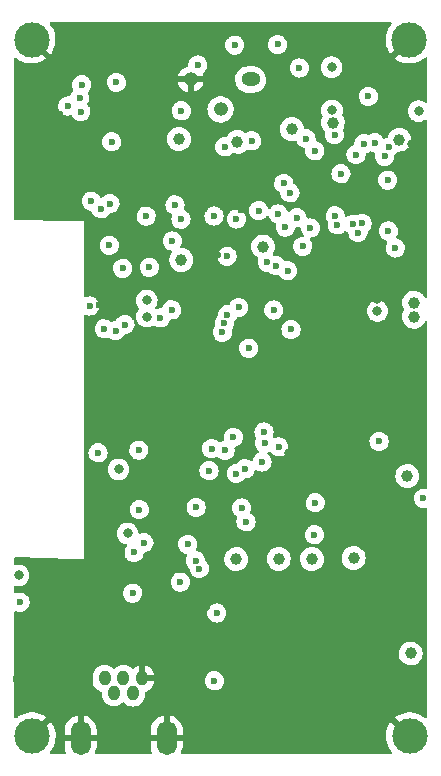
<source format=gbr>
G04 #@! TF.GenerationSoftware,KiCad,Pcbnew,6.0.4-6f826c9f35~116~ubuntu20.04.1*
G04 #@! TF.CreationDate,2022-06-15T17:18:02-05:00*
G04 #@! TF.ProjectId,strike-controller,73747269-6b65-42d6-936f-6e74726f6c6c,rev?*
G04 #@! TF.SameCoordinates,Original*
G04 #@! TF.FileFunction,Copper,L2,Inr*
G04 #@! TF.FilePolarity,Positive*
%FSLAX46Y46*%
G04 Gerber Fmt 4.6, Leading zero omitted, Abs format (unit mm)*
G04 Created by KiCad (PCBNEW 6.0.4-6f826c9f35~116~ubuntu20.04.1) date 2022-06-15 17:18:02*
%MOMM*%
%LPD*%
G01*
G04 APERTURE LIST*
G04 #@! TA.AperFunction,ComponentPad*
%ADD10C,3.000000*%
G04 #@! TD*
G04 #@! TA.AperFunction,ComponentPad*
%ADD11O,1.000000X1.300000*%
G04 #@! TD*
G04 #@! TA.AperFunction,ComponentPad*
%ADD12O,1.700000X2.900000*%
G04 #@! TD*
G04 #@! TA.AperFunction,ComponentPad*
%ADD13O,1.600000X1.200000*%
G04 #@! TD*
G04 #@! TA.AperFunction,ComponentPad*
%ADD14O,1.200000X1.200000*%
G04 #@! TD*
G04 #@! TA.AperFunction,ViaPad*
%ADD15C,1.000000*%
G04 #@! TD*
G04 #@! TA.AperFunction,ViaPad*
%ADD16C,0.600000*%
G04 #@! TD*
G04 #@! TA.AperFunction,ViaPad*
%ADD17C,0.800000*%
G04 #@! TD*
G04 APERTURE END LIST*
D10*
X132525000Y-115900000D03*
X164490000Y-115900000D03*
X132500000Y-56950000D03*
X164480000Y-56940000D03*
D11*
X138667100Y-111025500D03*
X139454500Y-112219300D03*
X140267300Y-111025500D03*
X141080100Y-112244700D03*
X141867500Y-111025500D03*
D12*
X136635100Y-116080100D03*
X143924900Y-116080100D03*
D13*
X151030000Y-60310000D03*
D14*
X148490000Y-62850000D03*
X145950000Y-60310000D03*
D15*
X159750000Y-100830000D03*
X149810000Y-100920000D03*
D16*
X161010000Y-61750000D03*
X161540000Y-65660000D03*
X153980000Y-72810000D03*
X151720831Y-71418054D03*
X160120000Y-73280000D03*
X153380000Y-71700000D03*
X158140000Y-64980000D03*
X153850000Y-69120000D03*
X149830000Y-72130000D03*
X150020000Y-79600000D03*
X151110000Y-65510000D03*
X155720133Y-65322333D03*
X145170000Y-62970000D03*
X162737263Y-66044796D03*
X146560000Y-59080000D03*
X139670000Y-60560000D03*
X144630000Y-70930000D03*
X145140000Y-72140000D03*
X142190000Y-71880000D03*
X153210000Y-76090000D03*
X158190000Y-71860000D03*
X154961452Y-72015558D03*
X137540000Y-70610000D03*
X154168090Y-76514500D03*
X154450000Y-81480000D03*
X144340000Y-79820000D03*
X139060000Y-74350000D03*
X148800000Y-80940000D03*
X138370000Y-71260000D03*
X139120000Y-70820000D03*
X152454273Y-75793488D03*
X147930000Y-71870000D03*
X136560000Y-61850000D03*
X136660000Y-63030000D03*
X135548556Y-62553490D03*
X136741858Y-60759392D03*
X152990000Y-79830000D03*
X150870000Y-83060000D03*
X154360486Y-69904367D03*
X162380000Y-66820000D03*
X158680000Y-68300000D03*
X160619446Y-65761912D03*
X155453302Y-74442840D03*
X159680000Y-72570000D03*
X150210000Y-71370000D03*
X156470000Y-66350000D03*
X159960000Y-66670000D03*
X162640000Y-68830000D03*
X162700000Y-73140000D03*
X140203279Y-76294253D03*
X144401693Y-73983489D03*
X143400000Y-80500000D03*
X148639400Y-81712159D03*
X142450000Y-76220000D03*
X153410000Y-91420000D03*
X140390000Y-81060000D03*
X141570000Y-91690000D03*
X146420000Y-96540000D03*
X156500000Y-96150000D03*
X150270000Y-96590000D03*
X149830000Y-93680000D03*
X150570000Y-93280000D03*
X152170000Y-90160000D03*
X149076179Y-80243237D03*
X147730000Y-91560000D03*
X147510000Y-93440000D03*
X148840000Y-66020000D03*
X149040000Y-75280000D03*
X156090000Y-72880000D03*
X158363767Y-72623767D03*
X155993918Y-71182905D03*
X156440000Y-74880000D03*
X152220000Y-91100000D03*
X152000000Y-92700000D03*
D17*
X162050000Y-88450000D03*
X162020000Y-93440000D03*
X138535980Y-102257502D03*
X156140000Y-103200000D03*
X161765500Y-78880000D03*
D16*
X151760000Y-116380000D03*
D17*
X138570000Y-93230000D03*
D16*
X147360000Y-104960000D03*
X133330000Y-62795500D03*
X134889052Y-63264500D03*
X148249794Y-75158430D03*
D15*
X143210000Y-64010000D03*
X146100000Y-90770000D03*
D16*
X136180000Y-112770000D03*
X144330000Y-105050000D03*
X138195500Y-79433387D03*
X150730000Y-109920000D03*
D17*
X164810000Y-102040000D03*
X139380000Y-64280000D03*
D16*
X148380000Y-116380000D03*
D17*
X164655679Y-65779155D03*
D15*
X142840000Y-87440000D03*
D17*
X154320000Y-91960000D03*
D16*
X150790000Y-63060000D03*
X144720000Y-97000000D03*
D17*
X161710000Y-111750000D03*
X162818074Y-59712672D03*
X139560000Y-59230000D03*
D15*
X146970000Y-71140000D03*
D16*
X138720000Y-76400000D03*
D17*
X158950000Y-113940000D03*
D16*
X136450000Y-107680000D03*
D17*
X165040000Y-100120000D03*
D16*
X147220000Y-109910000D03*
D17*
X157940000Y-104610000D03*
D16*
X131200000Y-111100000D03*
X146370177Y-101046969D03*
X148870000Y-91725989D03*
X145076270Y-102866270D03*
X156440000Y-98860000D03*
X131510000Y-104570000D03*
X141060000Y-103800000D03*
D15*
X164870000Y-79200000D03*
D17*
X161773056Y-79913056D03*
D16*
X139280000Y-65580000D03*
D15*
X144960000Y-65350000D03*
D17*
X165265500Y-62985089D03*
D15*
X164580000Y-108910000D03*
D17*
X157924814Y-62923341D03*
D15*
X149920000Y-65590000D03*
X164840000Y-80400000D03*
X164300000Y-93890000D03*
X145160000Y-75590000D03*
X152079175Y-74457059D03*
X163620000Y-65410000D03*
D17*
X157900000Y-59270000D03*
D15*
X157990398Y-63970793D03*
X154518216Y-64515500D03*
D16*
X141620000Y-96730000D03*
X146700000Y-101720000D03*
X148170000Y-105480000D03*
X147960000Y-111230000D03*
X141170000Y-100360000D03*
X145710000Y-99670000D03*
X139600000Y-81570000D03*
X163274500Y-74580000D03*
X160470000Y-72500000D03*
X165660000Y-95770000D03*
X149690000Y-57400000D03*
D17*
X142240000Y-79020000D03*
X142260000Y-80400000D03*
D16*
X153330000Y-57350000D03*
X155160000Y-59340000D03*
X149560000Y-90620000D03*
D17*
X140610000Y-98740000D03*
X139850000Y-93330000D03*
X131390000Y-102290000D03*
D15*
X156230000Y-100920000D03*
D16*
X161900000Y-90950000D03*
X150640000Y-97760000D03*
D15*
X153420000Y-100910000D03*
D16*
X142000000Y-99530000D03*
X138647649Y-81430116D03*
X138110000Y-91920000D03*
X137397793Y-79486930D03*
G04 #@! TA.AperFunction,Conductor*
G36*
X162919887Y-55449558D02*
G01*
X162966395Y-55503200D01*
X162976520Y-55573471D01*
X162943194Y-55642308D01*
X162932151Y-55653945D01*
X162926694Y-55660542D01*
X162771936Y-55875910D01*
X162767414Y-55883204D01*
X162643325Y-56117567D01*
X162639839Y-56125395D01*
X162548700Y-56374446D01*
X162546311Y-56382670D01*
X162489812Y-56641795D01*
X162488563Y-56650250D01*
X162467754Y-56914653D01*
X162467665Y-56923204D01*
X162482932Y-57187969D01*
X162484005Y-57196470D01*
X162535065Y-57456722D01*
X162537276Y-57464974D01*
X162623184Y-57715894D01*
X162626499Y-57723779D01*
X162745664Y-57960713D01*
X162750020Y-57968079D01*
X162879347Y-58156250D01*
X162889601Y-58164594D01*
X162903342Y-58157448D01*
X164390905Y-56669885D01*
X164453217Y-56635859D01*
X164524032Y-56640924D01*
X164569095Y-56669885D01*
X164750115Y-56850905D01*
X164784141Y-56913217D01*
X164779076Y-56984032D01*
X164750115Y-57029095D01*
X163262910Y-58516300D01*
X163255618Y-58529654D01*
X163262673Y-58539627D01*
X163293679Y-58565551D01*
X163300598Y-58570579D01*
X163525272Y-58711515D01*
X163532807Y-58715556D01*
X163774520Y-58824694D01*
X163782551Y-58827680D01*
X164036832Y-58903002D01*
X164045184Y-58904869D01*
X164307340Y-58944984D01*
X164315874Y-58945700D01*
X164581045Y-58949867D01*
X164589596Y-58949418D01*
X164852883Y-58917557D01*
X164861284Y-58915955D01*
X165117824Y-58848653D01*
X165125926Y-58845926D01*
X165370949Y-58744434D01*
X165378617Y-58740628D01*
X165607598Y-58606822D01*
X165614679Y-58602009D01*
X165797754Y-58458461D01*
X165863702Y-58432169D01*
X165933397Y-58445704D01*
X165984709Y-58494771D01*
X166001500Y-58557615D01*
X166001500Y-62149568D01*
X165981498Y-62217689D01*
X165927842Y-62264182D01*
X165857568Y-62274286D01*
X165801439Y-62251504D01*
X165791765Y-62244475D01*
X165780598Y-62236362D01*
X165727594Y-62197852D01*
X165727593Y-62197851D01*
X165722252Y-62193971D01*
X165716224Y-62191287D01*
X165716222Y-62191286D01*
X165553819Y-62118980D01*
X165553818Y-62118980D01*
X165547788Y-62116295D01*
X165454388Y-62096442D01*
X165367444Y-62077961D01*
X165367439Y-62077961D01*
X165360987Y-62076589D01*
X165170013Y-62076589D01*
X165163561Y-62077961D01*
X165163556Y-62077961D01*
X165076612Y-62096442D01*
X164983212Y-62116295D01*
X164977182Y-62118980D01*
X164977181Y-62118980D01*
X164814778Y-62191286D01*
X164814776Y-62191287D01*
X164808748Y-62193971D01*
X164654247Y-62306223D01*
X164649826Y-62311133D01*
X164649825Y-62311134D01*
X164543252Y-62429496D01*
X164526460Y-62448145D01*
X164430973Y-62613533D01*
X164371958Y-62795161D01*
X164371268Y-62801722D01*
X164371268Y-62801724D01*
X164360856Y-62900787D01*
X164351996Y-62985089D01*
X164352686Y-62991654D01*
X164370944Y-63165366D01*
X164371958Y-63175017D01*
X164430973Y-63356645D01*
X164434276Y-63362367D01*
X164434277Y-63362368D01*
X164453299Y-63395314D01*
X164526460Y-63522033D01*
X164530878Y-63526940D01*
X164530879Y-63526941D01*
X164589309Y-63591834D01*
X164654247Y-63663955D01*
X164718926Y-63710947D01*
X164800596Y-63770284D01*
X164808748Y-63776207D01*
X164814776Y-63778891D01*
X164814778Y-63778892D01*
X164957661Y-63842507D01*
X164983212Y-63853883D01*
X165076612Y-63873736D01*
X165163556Y-63892217D01*
X165163561Y-63892217D01*
X165170013Y-63893589D01*
X165360987Y-63893589D01*
X165367439Y-63892217D01*
X165367444Y-63892217D01*
X165454388Y-63873736D01*
X165547788Y-63853883D01*
X165573339Y-63842507D01*
X165716222Y-63778892D01*
X165716224Y-63778891D01*
X165722252Y-63776207D01*
X165730405Y-63770284D01*
X165801439Y-63718674D01*
X165868307Y-63694816D01*
X165937458Y-63710896D01*
X165986938Y-63761810D01*
X166001500Y-63820610D01*
X166001500Y-78674430D01*
X165981498Y-78742551D01*
X165927842Y-78789044D01*
X165857568Y-78799148D01*
X165792988Y-78769654D01*
X165764249Y-78733583D01*
X165716964Y-78644653D01*
X165716960Y-78644647D01*
X165714066Y-78639204D01*
X165643709Y-78552938D01*
X165592960Y-78490713D01*
X165592957Y-78490710D01*
X165589065Y-78485938D01*
X165579649Y-78478148D01*
X165441425Y-78363799D01*
X165441421Y-78363797D01*
X165436675Y-78359870D01*
X165262701Y-78265802D01*
X165073768Y-78207318D01*
X165067643Y-78206674D01*
X165067642Y-78206674D01*
X164883204Y-78187289D01*
X164883202Y-78187289D01*
X164877075Y-78186645D01*
X164794576Y-78194153D01*
X164686251Y-78204011D01*
X164686248Y-78204012D01*
X164680112Y-78204570D01*
X164674206Y-78206308D01*
X164674202Y-78206309D01*
X164584319Y-78232763D01*
X164490381Y-78260410D01*
X164484923Y-78263263D01*
X164484919Y-78263265D01*
X164394147Y-78310720D01*
X164315110Y-78352040D01*
X164160975Y-78475968D01*
X164033846Y-78627474D01*
X164030879Y-78632872D01*
X164030875Y-78632877D01*
X163995529Y-78697173D01*
X163938567Y-78800787D01*
X163936706Y-78806654D01*
X163936705Y-78806656D01*
X163929277Y-78830072D01*
X163878765Y-78989306D01*
X163861634Y-79142036D01*
X163857918Y-79175166D01*
X163856719Y-79185851D01*
X163857235Y-79191995D01*
X163870651Y-79351763D01*
X163873268Y-79382934D01*
X163885191Y-79424513D01*
X163923165Y-79556944D01*
X163927783Y-79573050D01*
X163995406Y-79704628D01*
X164001490Y-79716467D01*
X164014838Y-79786198D01*
X163999839Y-79834762D01*
X163908567Y-80000787D01*
X163906706Y-80006654D01*
X163906705Y-80006656D01*
X163871667Y-80117111D01*
X163848765Y-80189306D01*
X163826719Y-80385851D01*
X163829181Y-80415166D01*
X163841959Y-80567340D01*
X163843268Y-80582934D01*
X163857486Y-80632517D01*
X163894210Y-80760589D01*
X163897783Y-80773050D01*
X163905969Y-80788978D01*
X163982014Y-80936944D01*
X163988187Y-80948956D01*
X164111035Y-81103953D01*
X164115728Y-81107947D01*
X164115729Y-81107948D01*
X164251261Y-81223294D01*
X164261650Y-81232136D01*
X164434294Y-81328624D01*
X164622392Y-81389740D01*
X164818777Y-81413158D01*
X164824912Y-81412686D01*
X164824914Y-81412686D01*
X165009830Y-81398457D01*
X165009834Y-81398456D01*
X165015972Y-81397984D01*
X165206463Y-81344798D01*
X165211967Y-81342018D01*
X165211969Y-81342017D01*
X165377495Y-81258404D01*
X165377497Y-81258403D01*
X165382996Y-81255625D01*
X165520662Y-81148069D01*
X165533991Y-81137655D01*
X165538847Y-81133861D01*
X165668078Y-80984145D01*
X165765769Y-80812179D01*
X165768216Y-80813569D01*
X165806379Y-80768675D01*
X165874307Y-80748029D01*
X165942614Y-80767385D01*
X165989613Y-80820598D01*
X166001500Y-80874023D01*
X166001500Y-94856237D01*
X165981498Y-94924358D01*
X165927842Y-94970851D01*
X165857568Y-94980955D01*
X165850869Y-94979690D01*
X165845790Y-94977881D01*
X165838800Y-94977048D01*
X165838798Y-94977047D01*
X165729360Y-94963997D01*
X165665680Y-94956404D01*
X165658677Y-94957140D01*
X165658676Y-94957140D01*
X165492288Y-94974628D01*
X165492286Y-94974629D01*
X165485288Y-94975364D01*
X165313579Y-95033818D01*
X165307575Y-95037512D01*
X165165095Y-95125166D01*
X165165092Y-95125168D01*
X165159088Y-95128862D01*
X165154053Y-95133793D01*
X165154050Y-95133795D01*
X165034525Y-95250843D01*
X165029493Y-95255771D01*
X164931235Y-95408238D01*
X164928826Y-95414858D01*
X164928824Y-95414861D01*
X164871606Y-95572066D01*
X164869197Y-95578685D01*
X164846463Y-95758640D01*
X164864163Y-95939160D01*
X164921418Y-96111273D01*
X164925065Y-96117295D01*
X164925066Y-96117297D01*
X164984704Y-96215771D01*
X165015380Y-96266424D01*
X165141382Y-96396902D01*
X165293159Y-96496222D01*
X165299763Y-96498678D01*
X165299765Y-96498679D01*
X165456558Y-96556990D01*
X165456560Y-96556990D01*
X165463168Y-96559448D01*
X165546995Y-96570633D01*
X165635980Y-96582507D01*
X165635984Y-96582507D01*
X165642961Y-96583438D01*
X165649972Y-96582800D01*
X165649976Y-96582800D01*
X165792459Y-96569832D01*
X165823600Y-96566998D01*
X165836566Y-96562785D01*
X165907534Y-96560759D01*
X165968331Y-96597423D01*
X165999655Y-96661135D01*
X166001500Y-96682619D01*
X166001500Y-114276303D01*
X165981498Y-114344424D01*
X165927842Y-114390917D01*
X165857568Y-114401021D01*
X165795694Y-114373807D01*
X165659233Y-114262115D01*
X165652261Y-114257160D01*
X165426122Y-114118582D01*
X165418552Y-114114624D01*
X165175704Y-114008022D01*
X165167644Y-114005120D01*
X164912592Y-113932467D01*
X164904214Y-113930685D01*
X164641656Y-113893318D01*
X164633111Y-113892691D01*
X164367908Y-113891302D01*
X164359374Y-113891839D01*
X164096433Y-113926456D01*
X164088035Y-113928149D01*
X163832238Y-113998127D01*
X163824143Y-114000946D01*
X163580199Y-114104997D01*
X163572577Y-114108881D01*
X163345013Y-114245075D01*
X163337981Y-114249962D01*
X163275053Y-114300377D01*
X163266584Y-114312500D01*
X163272980Y-114323770D01*
X164760115Y-115810905D01*
X164794141Y-115873217D01*
X164789076Y-115944032D01*
X164760115Y-115989095D01*
X164579095Y-116170115D01*
X164516783Y-116204141D01*
X164445968Y-116199076D01*
X164400905Y-116170115D01*
X162913814Y-114683024D01*
X162901804Y-114676466D01*
X162890064Y-114685434D01*
X162781935Y-114835911D01*
X162777418Y-114843196D01*
X162653325Y-115077567D01*
X162649839Y-115085395D01*
X162558700Y-115334446D01*
X162556311Y-115342670D01*
X162499812Y-115601795D01*
X162498563Y-115610250D01*
X162477754Y-115874653D01*
X162477665Y-115883204D01*
X162492932Y-116147969D01*
X162494005Y-116156470D01*
X162545065Y-116416722D01*
X162547276Y-116424974D01*
X162633184Y-116675894D01*
X162636499Y-116683779D01*
X162755664Y-116920713D01*
X162760020Y-116928079D01*
X162910236Y-117146643D01*
X162915553Y-117153352D01*
X162959558Y-117201713D01*
X162990610Y-117265559D01*
X162982214Y-117336057D01*
X162937037Y-117390825D01*
X162866399Y-117412512D01*
X145281815Y-117417397D01*
X145213690Y-117397414D01*
X145167182Y-117343771D01*
X145157059Y-117273500D01*
X145163342Y-117248406D01*
X145238931Y-117040160D01*
X145241702Y-117029892D01*
X145281023Y-116812445D01*
X145281956Y-116804216D01*
X145282830Y-116785698D01*
X145282900Y-116782723D01*
X145282900Y-116352215D01*
X145278425Y-116336976D01*
X145277035Y-116335771D01*
X145269352Y-116334100D01*
X142585015Y-116334100D01*
X142569776Y-116338575D01*
X142568571Y-116339965D01*
X142566900Y-116347648D01*
X142566900Y-116735306D01*
X142567125Y-116740615D01*
X142581024Y-116904425D01*
X142582814Y-116914897D01*
X142638030Y-117127635D01*
X142641565Y-117137675D01*
X142687839Y-117240398D01*
X142697580Y-117310723D01*
X142667755Y-117375151D01*
X142607832Y-117413226D01*
X142572992Y-117418149D01*
X138155176Y-117419376D01*
X137991281Y-117419422D01*
X137923155Y-117399439D01*
X137876647Y-117345796D01*
X137866524Y-117275525D01*
X137872807Y-117250431D01*
X137949131Y-117040160D01*
X137951902Y-117029892D01*
X137991223Y-116812445D01*
X137992156Y-116804216D01*
X137993030Y-116785698D01*
X137993100Y-116782723D01*
X137993100Y-116352215D01*
X137988625Y-116336976D01*
X137987235Y-116335771D01*
X137979552Y-116334100D01*
X135295215Y-116334100D01*
X135279976Y-116338575D01*
X135278771Y-116339965D01*
X135277100Y-116347648D01*
X135277100Y-116735306D01*
X135277325Y-116740615D01*
X135291224Y-116904425D01*
X135293014Y-116914897D01*
X135348230Y-117127635D01*
X135351766Y-117137675D01*
X135398951Y-117242423D01*
X135408692Y-117312748D01*
X135378867Y-117377176D01*
X135318944Y-117415252D01*
X135284104Y-117420174D01*
X134145346Y-117420490D01*
X134077220Y-117400507D01*
X134030712Y-117346864D01*
X134020589Y-117276593D01*
X134054828Y-117206804D01*
X134059303Y-117202186D01*
X134064823Y-117195655D01*
X134221834Y-116981909D01*
X134226418Y-116974686D01*
X134352962Y-116741621D01*
X134356530Y-116733827D01*
X134450271Y-116485750D01*
X134452748Y-116477544D01*
X134511954Y-116219038D01*
X134513294Y-116210577D01*
X134537031Y-115944616D01*
X134537277Y-115939677D01*
X134537666Y-115902485D01*
X134537523Y-115897519D01*
X134531419Y-115807985D01*
X135277100Y-115807985D01*
X135281575Y-115823224D01*
X135282965Y-115824429D01*
X135290648Y-115826100D01*
X136362985Y-115826100D01*
X136378224Y-115821625D01*
X136379429Y-115820235D01*
X136381100Y-115812552D01*
X136381100Y-115807985D01*
X136889100Y-115807985D01*
X136893575Y-115823224D01*
X136894965Y-115824429D01*
X136902648Y-115826100D01*
X137974985Y-115826100D01*
X137990224Y-115821625D01*
X137991429Y-115820235D01*
X137993100Y-115812552D01*
X137993100Y-115807985D01*
X142566900Y-115807985D01*
X142571375Y-115823224D01*
X142572765Y-115824429D01*
X142580448Y-115826100D01*
X143652785Y-115826100D01*
X143668024Y-115821625D01*
X143669229Y-115820235D01*
X143670900Y-115812552D01*
X143670900Y-115807985D01*
X144178900Y-115807985D01*
X144183375Y-115823224D01*
X144184765Y-115824429D01*
X144192448Y-115826100D01*
X145264785Y-115826100D01*
X145280024Y-115821625D01*
X145281229Y-115820235D01*
X145282900Y-115812552D01*
X145282900Y-115424894D01*
X145282675Y-115419585D01*
X145268776Y-115255775D01*
X145266986Y-115245303D01*
X145211770Y-115032565D01*
X145208235Y-115022525D01*
X145117963Y-114822130D01*
X145112794Y-114812844D01*
X144990050Y-114630525D01*
X144983381Y-114622230D01*
X144831672Y-114463200D01*
X144823714Y-114456159D01*
X144647375Y-114324959D01*
X144638338Y-114319355D01*
X144442416Y-114219743D01*
X144432565Y-114215743D01*
X144222660Y-114150566D01*
X144212276Y-114148283D01*
X144196857Y-114146239D01*
X144182693Y-114148435D01*
X144178900Y-114161622D01*
X144178900Y-115807985D01*
X143670900Y-115807985D01*
X143670900Y-114163908D01*
X143666927Y-114150377D01*
X143656320Y-114148852D01*
X143538479Y-114173577D01*
X143528283Y-114176637D01*
X143323871Y-114257363D01*
X143314339Y-114262094D01*
X143126438Y-114376116D01*
X143117848Y-114382380D01*
X142951848Y-114526427D01*
X142944428Y-114534058D01*
X142805074Y-114704011D01*
X142799050Y-114712778D01*
X142690324Y-114903782D01*
X142685859Y-114913446D01*
X142610869Y-115120041D01*
X142608098Y-115130308D01*
X142568777Y-115347755D01*
X142567844Y-115355984D01*
X142566970Y-115374502D01*
X142566900Y-115377477D01*
X142566900Y-115807985D01*
X137993100Y-115807985D01*
X137993100Y-115424894D01*
X137992875Y-115419585D01*
X137978976Y-115255775D01*
X137977186Y-115245303D01*
X137921970Y-115032565D01*
X137918435Y-115022525D01*
X137828163Y-114822130D01*
X137822994Y-114812844D01*
X137700250Y-114630525D01*
X137693581Y-114622230D01*
X137541872Y-114463200D01*
X137533914Y-114456159D01*
X137357575Y-114324959D01*
X137348538Y-114319355D01*
X137152616Y-114219743D01*
X137142765Y-114215743D01*
X136932860Y-114150566D01*
X136922476Y-114148283D01*
X136907057Y-114146239D01*
X136892893Y-114148435D01*
X136889100Y-114161622D01*
X136889100Y-115807985D01*
X136381100Y-115807985D01*
X136381100Y-114163908D01*
X136377127Y-114150377D01*
X136366520Y-114148852D01*
X136248679Y-114173577D01*
X136238483Y-114176637D01*
X136034071Y-114257363D01*
X136024539Y-114262094D01*
X135836638Y-114376116D01*
X135828048Y-114382380D01*
X135662048Y-114526427D01*
X135654628Y-114534058D01*
X135515274Y-114704011D01*
X135509250Y-114712778D01*
X135400524Y-114903782D01*
X135396059Y-114913446D01*
X135321069Y-115120041D01*
X135318298Y-115130308D01*
X135278977Y-115347755D01*
X135278044Y-115355984D01*
X135277170Y-115374502D01*
X135277100Y-115377477D01*
X135277100Y-115807985D01*
X134531419Y-115807985D01*
X134519362Y-115631123D01*
X134518201Y-115622649D01*
X134464419Y-115362944D01*
X134462120Y-115354709D01*
X134373588Y-115104705D01*
X134370191Y-115096854D01*
X134248550Y-114861178D01*
X134244122Y-114853866D01*
X134125031Y-114684417D01*
X134114509Y-114676037D01*
X134101121Y-114683089D01*
X132614095Y-116170115D01*
X132551783Y-116204141D01*
X132480968Y-116199076D01*
X132435905Y-116170115D01*
X132254885Y-115989095D01*
X132220859Y-115926783D01*
X132225924Y-115855968D01*
X132254885Y-115810905D01*
X133741604Y-114324186D01*
X133748795Y-114311017D01*
X133741473Y-114300780D01*
X133694233Y-114262115D01*
X133687261Y-114257160D01*
X133461122Y-114118582D01*
X133453552Y-114114624D01*
X133210704Y-114008022D01*
X133202644Y-114005120D01*
X132947592Y-113932467D01*
X132939214Y-113930685D01*
X132676656Y-113893318D01*
X132668111Y-113892691D01*
X132402908Y-113891302D01*
X132394374Y-113891839D01*
X132131433Y-113926456D01*
X132123035Y-113928149D01*
X131867238Y-113998127D01*
X131859143Y-114000946D01*
X131615199Y-114104997D01*
X131607577Y-114108881D01*
X131380014Y-114245075D01*
X131372984Y-114249961D01*
X131222459Y-114370554D01*
X131156789Y-114397536D01*
X131086957Y-114384731D01*
X131035133Y-114336204D01*
X131017678Y-114272248D01*
X131017666Y-114215743D01*
X131016994Y-111225269D01*
X137658600Y-111225269D01*
X137673020Y-111372333D01*
X137674802Y-111378234D01*
X137674802Y-111378236D01*
X137689032Y-111425366D01*
X137730184Y-111561669D01*
X137823034Y-111736296D01*
X137836643Y-111752982D01*
X137944140Y-111884787D01*
X137944143Y-111884790D01*
X137948035Y-111889562D01*
X137952782Y-111893489D01*
X137952784Y-111893491D01*
X138095675Y-112011701D01*
X138095679Y-112011703D01*
X138100425Y-112015630D01*
X138274399Y-112109698D01*
X138357260Y-112135348D01*
X138416418Y-112174598D01*
X138444966Y-112239602D01*
X138446000Y-112255712D01*
X138446000Y-112419069D01*
X138460420Y-112566133D01*
X138462202Y-112572034D01*
X138462202Y-112572036D01*
X138474046Y-112611264D01*
X138517584Y-112755469D01*
X138610434Y-112930096D01*
X138636310Y-112961823D01*
X138731540Y-113078587D01*
X138731543Y-113078590D01*
X138735435Y-113083362D01*
X138740182Y-113087289D01*
X138740184Y-113087291D01*
X138883075Y-113205501D01*
X138883079Y-113205503D01*
X138887825Y-113209430D01*
X139061799Y-113303498D01*
X139250732Y-113361982D01*
X139256857Y-113362626D01*
X139256858Y-113362626D01*
X139441296Y-113382011D01*
X139441298Y-113382011D01*
X139447425Y-113382655D01*
X139529924Y-113375147D01*
X139638249Y-113365289D01*
X139638252Y-113365288D01*
X139644388Y-113364730D01*
X139650294Y-113362992D01*
X139650298Y-113362991D01*
X139759946Y-113330720D01*
X139834119Y-113308890D01*
X139839577Y-113306037D01*
X139839581Y-113306035D01*
X139955347Y-113245513D01*
X140009390Y-113217260D01*
X140131934Y-113118732D01*
X140158722Y-113097194D01*
X140158724Y-113097192D01*
X140163525Y-113093332D01*
X140167408Y-113088704D01*
X140230040Y-113055356D01*
X140300798Y-113061167D01*
X140353168Y-113099117D01*
X140357136Y-113103982D01*
X140357139Y-113103985D01*
X140361035Y-113108762D01*
X140365782Y-113112689D01*
X140365784Y-113112691D01*
X140508675Y-113230901D01*
X140508679Y-113230903D01*
X140513425Y-113234830D01*
X140687399Y-113328898D01*
X140876332Y-113387382D01*
X140882457Y-113388026D01*
X140882458Y-113388026D01*
X141066896Y-113407411D01*
X141066898Y-113407411D01*
X141073025Y-113408055D01*
X141155524Y-113400547D01*
X141263849Y-113390689D01*
X141263852Y-113390688D01*
X141269988Y-113390130D01*
X141275894Y-113388392D01*
X141275898Y-113388391D01*
X141381024Y-113357451D01*
X141459719Y-113334290D01*
X141465177Y-113331437D01*
X141465181Y-113331435D01*
X141555953Y-113283980D01*
X141634990Y-113242660D01*
X141789125Y-113118732D01*
X141916254Y-112967226D01*
X141919221Y-112961828D01*
X141919225Y-112961823D01*
X142008567Y-112799308D01*
X142011533Y-112793913D01*
X142071335Y-112605394D01*
X142088600Y-112451473D01*
X142088600Y-112255483D01*
X142108602Y-112187362D01*
X142162258Y-112140869D01*
X142179024Y-112134610D01*
X142241014Y-112116365D01*
X142252389Y-112111769D01*
X142416654Y-112025893D01*
X142426915Y-112019179D01*
X142571373Y-111903032D01*
X142580132Y-111894454D01*
X142699278Y-111752461D01*
X142706208Y-111742341D01*
X142795502Y-111579915D01*
X142800334Y-111568642D01*
X142856380Y-111391962D01*
X142858930Y-111379968D01*
X142868180Y-111297503D01*
X142865627Y-111282973D01*
X142853080Y-111279500D01*
X141739500Y-111279500D01*
X141671379Y-111259498D01*
X141635975Y-111218640D01*
X147146463Y-111218640D01*
X147164163Y-111399160D01*
X147221418Y-111571273D01*
X147225065Y-111577295D01*
X147225066Y-111577297D01*
X147304544Y-111708531D01*
X147315380Y-111726424D01*
X147320269Y-111731487D01*
X147320270Y-111731488D01*
X147330751Y-111742341D01*
X147441382Y-111856902D01*
X147593159Y-111956222D01*
X147599763Y-111958678D01*
X147599765Y-111958679D01*
X147756558Y-112016990D01*
X147756560Y-112016990D01*
X147763168Y-112019448D01*
X147846995Y-112030633D01*
X147935980Y-112042507D01*
X147935984Y-112042507D01*
X147942961Y-112043438D01*
X147949972Y-112042800D01*
X147949976Y-112042800D01*
X148092459Y-112029832D01*
X148123600Y-112026998D01*
X148130302Y-112024820D01*
X148130304Y-112024820D01*
X148289409Y-111973124D01*
X148289412Y-111973123D01*
X148296108Y-111970947D01*
X148424426Y-111894454D01*
X148445860Y-111881677D01*
X148445862Y-111881676D01*
X148451912Y-111878069D01*
X148583266Y-111752982D01*
X148683643Y-111601902D01*
X148748055Y-111432338D01*
X148749035Y-111425366D01*
X148772748Y-111256639D01*
X148772748Y-111256636D01*
X148773299Y-111252717D01*
X148773616Y-111230000D01*
X148753397Y-111049745D01*
X148751080Y-111043091D01*
X148696064Y-110885106D01*
X148696062Y-110885103D01*
X148693745Y-110878448D01*
X148597626Y-110724624D01*
X148583941Y-110710843D01*
X148474778Y-110600915D01*
X148474774Y-110600912D01*
X148469815Y-110595918D01*
X148458697Y-110588862D01*
X148410538Y-110558300D01*
X148316666Y-110498727D01*
X148253647Y-110476287D01*
X148152425Y-110440243D01*
X148152420Y-110440242D01*
X148145790Y-110437881D01*
X148138802Y-110437048D01*
X148138799Y-110437047D01*
X148015698Y-110422368D01*
X147965680Y-110416404D01*
X147958677Y-110417140D01*
X147958676Y-110417140D01*
X147792288Y-110434628D01*
X147792286Y-110434629D01*
X147785288Y-110435364D01*
X147613579Y-110493818D01*
X147607575Y-110497512D01*
X147465095Y-110585166D01*
X147465092Y-110585168D01*
X147459088Y-110588862D01*
X147454053Y-110593793D01*
X147454050Y-110593795D01*
X147375288Y-110670925D01*
X147329493Y-110715771D01*
X147231235Y-110868238D01*
X147228826Y-110874858D01*
X147228824Y-110874861D01*
X147171606Y-111032066D01*
X147169197Y-111038685D01*
X147146463Y-111218640D01*
X141635975Y-111218640D01*
X141624886Y-111205842D01*
X141613500Y-111153500D01*
X141613500Y-110753385D01*
X142121500Y-110753385D01*
X142125975Y-110768624D01*
X142127365Y-110769829D01*
X142135048Y-110771500D01*
X142852065Y-110771500D01*
X142866492Y-110767264D01*
X142868553Y-110754911D01*
X142861688Y-110684898D01*
X142859305Y-110672861D01*
X142805733Y-110495424D01*
X142801059Y-110484084D01*
X142714040Y-110320423D01*
X142707251Y-110310206D01*
X142590103Y-110166567D01*
X142581459Y-110157863D01*
X142438644Y-110039716D01*
X142428473Y-110032856D01*
X142265424Y-109944696D01*
X142254119Y-109939944D01*
X142138808Y-109904250D01*
X142124705Y-109904044D01*
X142121500Y-109910799D01*
X142121500Y-110753385D01*
X141613500Y-110753385D01*
X141613500Y-109917576D01*
X141609527Y-109904045D01*
X141601732Y-109902925D01*
X141493979Y-109934638D01*
X141482611Y-109939231D01*
X141318346Y-110025107D01*
X141308085Y-110031821D01*
X141163628Y-110147967D01*
X141155947Y-110155489D01*
X141093282Y-110188862D01*
X141022523Y-110183057D01*
X140987428Y-110160153D01*
X140986365Y-110161438D01*
X140838725Y-110039299D01*
X140838721Y-110039297D01*
X140833975Y-110035370D01*
X140660001Y-109941302D01*
X140471068Y-109882818D01*
X140464943Y-109882174D01*
X140464942Y-109882174D01*
X140280504Y-109862789D01*
X140280502Y-109862789D01*
X140274375Y-109862145D01*
X140191876Y-109869653D01*
X140083551Y-109879511D01*
X140083548Y-109879512D01*
X140077412Y-109880070D01*
X140071506Y-109881808D01*
X140071502Y-109881809D01*
X139995254Y-109904250D01*
X139887681Y-109935910D01*
X139882223Y-109938763D01*
X139882219Y-109938765D01*
X139791447Y-109986220D01*
X139712410Y-110027540D01*
X139558275Y-110151468D01*
X139555042Y-110155321D01*
X139492723Y-110188506D01*
X139421965Y-110182698D01*
X139387292Y-110160076D01*
X139386165Y-110161438D01*
X139238525Y-110039299D01*
X139238521Y-110039297D01*
X139233775Y-110035370D01*
X139059801Y-109941302D01*
X138870868Y-109882818D01*
X138864743Y-109882174D01*
X138864742Y-109882174D01*
X138680304Y-109862789D01*
X138680302Y-109862789D01*
X138674175Y-109862145D01*
X138591676Y-109869653D01*
X138483351Y-109879511D01*
X138483348Y-109879512D01*
X138477212Y-109880070D01*
X138471306Y-109881808D01*
X138471302Y-109881809D01*
X138395054Y-109904250D01*
X138287481Y-109935910D01*
X138282023Y-109938763D01*
X138282019Y-109938765D01*
X138191247Y-109986220D01*
X138112210Y-110027540D01*
X137958075Y-110151468D01*
X137830946Y-110302974D01*
X137827979Y-110308372D01*
X137827975Y-110308377D01*
X137826970Y-110310206D01*
X137735667Y-110476287D01*
X137733806Y-110482154D01*
X137733805Y-110482156D01*
X137677727Y-110658936D01*
X137675865Y-110664806D01*
X137658600Y-110818727D01*
X137658600Y-111225269D01*
X131016994Y-111225269D01*
X131016470Y-108895851D01*
X163566719Y-108895851D01*
X163583268Y-109092934D01*
X163637783Y-109283050D01*
X163728187Y-109458956D01*
X163851035Y-109613953D01*
X164001650Y-109742136D01*
X164174294Y-109838624D01*
X164362392Y-109899740D01*
X164558777Y-109923158D01*
X164564912Y-109922686D01*
X164564914Y-109922686D01*
X164749830Y-109908457D01*
X164749834Y-109908456D01*
X164755972Y-109907984D01*
X164946463Y-109854798D01*
X164951967Y-109852018D01*
X164951969Y-109852017D01*
X165117495Y-109768404D01*
X165117497Y-109768403D01*
X165122996Y-109765625D01*
X165278847Y-109643861D01*
X165408078Y-109494145D01*
X165505769Y-109322179D01*
X165568197Y-109134513D01*
X165592985Y-108938295D01*
X165593380Y-108910000D01*
X165574080Y-108713167D01*
X165516916Y-108523831D01*
X165424066Y-108349204D01*
X165353709Y-108262938D01*
X165302960Y-108200713D01*
X165302957Y-108200710D01*
X165299065Y-108195938D01*
X165292724Y-108190692D01*
X165151425Y-108073799D01*
X165151421Y-108073797D01*
X165146675Y-108069870D01*
X164972701Y-107975802D01*
X164783768Y-107917318D01*
X164777643Y-107916674D01*
X164777642Y-107916674D01*
X164593204Y-107897289D01*
X164593202Y-107897289D01*
X164587075Y-107896645D01*
X164504576Y-107904153D01*
X164396251Y-107914011D01*
X164396248Y-107914012D01*
X164390112Y-107914570D01*
X164384206Y-107916308D01*
X164384202Y-107916309D01*
X164279076Y-107947249D01*
X164200381Y-107970410D01*
X164194923Y-107973263D01*
X164194919Y-107973265D01*
X164104147Y-108020720D01*
X164025110Y-108062040D01*
X163870975Y-108185968D01*
X163743846Y-108337474D01*
X163740879Y-108342872D01*
X163740875Y-108342877D01*
X163737397Y-108349204D01*
X163648567Y-108510787D01*
X163646706Y-108516654D01*
X163646705Y-108516656D01*
X163590627Y-108693436D01*
X163588765Y-108699306D01*
X163566719Y-108895851D01*
X131016470Y-108895851D01*
X131016314Y-108200713D01*
X131015700Y-105468640D01*
X147356463Y-105468640D01*
X147374163Y-105649160D01*
X147431418Y-105821273D01*
X147435065Y-105827295D01*
X147435066Y-105827297D01*
X147445978Y-105845314D01*
X147525380Y-105976424D01*
X147651382Y-106106902D01*
X147803159Y-106206222D01*
X147809763Y-106208678D01*
X147809765Y-106208679D01*
X147966558Y-106266990D01*
X147966560Y-106266990D01*
X147973168Y-106269448D01*
X148056995Y-106280633D01*
X148145980Y-106292507D01*
X148145984Y-106292507D01*
X148152961Y-106293438D01*
X148159972Y-106292800D01*
X148159976Y-106292800D01*
X148302459Y-106279832D01*
X148333600Y-106276998D01*
X148340302Y-106274820D01*
X148340304Y-106274820D01*
X148499409Y-106223124D01*
X148499412Y-106223123D01*
X148506108Y-106220947D01*
X148661912Y-106128069D01*
X148793266Y-106002982D01*
X148893643Y-105851902D01*
X148958055Y-105682338D01*
X148959035Y-105675366D01*
X148982748Y-105506639D01*
X148982748Y-105506636D01*
X148983299Y-105502717D01*
X148983616Y-105480000D01*
X148963397Y-105299745D01*
X148961080Y-105293091D01*
X148906064Y-105135106D01*
X148906062Y-105135103D01*
X148903745Y-105128448D01*
X148807626Y-104974624D01*
X148775132Y-104941902D01*
X148684778Y-104850915D01*
X148684774Y-104850912D01*
X148679815Y-104845918D01*
X148668697Y-104838862D01*
X148620538Y-104808300D01*
X148526666Y-104748727D01*
X148497463Y-104738328D01*
X148362425Y-104690243D01*
X148362420Y-104690242D01*
X148355790Y-104687881D01*
X148348802Y-104687048D01*
X148348799Y-104687047D01*
X148225698Y-104672368D01*
X148175680Y-104666404D01*
X148168677Y-104667140D01*
X148168676Y-104667140D01*
X148002288Y-104684628D01*
X148002286Y-104684629D01*
X147995288Y-104685364D01*
X147823579Y-104743818D01*
X147777221Y-104772338D01*
X147675095Y-104835166D01*
X147675092Y-104835168D01*
X147669088Y-104838862D01*
X147664053Y-104843793D01*
X147664050Y-104843795D01*
X147563867Y-104941902D01*
X147539493Y-104965771D01*
X147441235Y-105118238D01*
X147438826Y-105124858D01*
X147438824Y-105124861D01*
X147406825Y-105212777D01*
X147379197Y-105288685D01*
X147356463Y-105468640D01*
X131015700Y-105468640D01*
X131015691Y-105430135D01*
X131035678Y-105362010D01*
X131089323Y-105315505D01*
X131159595Y-105305385D01*
X131185604Y-105312007D01*
X131313168Y-105359448D01*
X131396995Y-105370633D01*
X131485980Y-105382507D01*
X131485984Y-105382507D01*
X131492961Y-105383438D01*
X131499972Y-105382800D01*
X131499976Y-105382800D01*
X131642459Y-105369832D01*
X131673600Y-105366998D01*
X131680302Y-105364820D01*
X131680304Y-105364820D01*
X131839409Y-105313124D01*
X131839412Y-105313123D01*
X131846108Y-105310947D01*
X132001912Y-105218069D01*
X132133266Y-105092982D01*
X132233643Y-104941902D01*
X132298055Y-104772338D01*
X132302063Y-104743818D01*
X132322748Y-104596639D01*
X132322748Y-104596636D01*
X132323299Y-104592717D01*
X132323616Y-104570000D01*
X132303397Y-104389745D01*
X132243745Y-104218448D01*
X132147626Y-104064624D01*
X132142664Y-104059627D01*
X132024778Y-103940915D01*
X132024774Y-103940912D01*
X132019815Y-103935918D01*
X131866666Y-103838727D01*
X131810584Y-103818757D01*
X131726006Y-103788640D01*
X140246463Y-103788640D01*
X140264163Y-103969160D01*
X140321418Y-104141273D01*
X140325065Y-104147295D01*
X140325066Y-104147297D01*
X140372189Y-104225106D01*
X140415380Y-104296424D01*
X140541382Y-104426902D01*
X140693159Y-104526222D01*
X140699763Y-104528678D01*
X140699765Y-104528679D01*
X140856558Y-104586990D01*
X140856560Y-104586990D01*
X140863168Y-104589448D01*
X140946995Y-104600633D01*
X141035980Y-104612507D01*
X141035984Y-104612507D01*
X141042961Y-104613438D01*
X141049972Y-104612800D01*
X141049976Y-104612800D01*
X141192459Y-104599832D01*
X141223600Y-104596998D01*
X141230302Y-104594820D01*
X141230304Y-104594820D01*
X141389409Y-104543124D01*
X141389412Y-104543123D01*
X141396108Y-104540947D01*
X141551912Y-104448069D01*
X141683266Y-104322982D01*
X141783643Y-104171902D01*
X141848055Y-104002338D01*
X141849035Y-103995366D01*
X141872748Y-103826639D01*
X141872748Y-103826636D01*
X141873299Y-103822717D01*
X141873616Y-103800000D01*
X141853397Y-103619745D01*
X141851080Y-103613091D01*
X141796064Y-103455106D01*
X141796062Y-103455103D01*
X141793745Y-103448448D01*
X141743325Y-103367758D01*
X141701359Y-103300598D01*
X141697626Y-103294624D01*
X141641567Y-103238172D01*
X141574778Y-103170915D01*
X141574774Y-103170912D01*
X141569815Y-103165918D01*
X141560752Y-103160166D01*
X141493665Y-103117592D01*
X141416666Y-103068727D01*
X141341928Y-103042114D01*
X141252425Y-103010243D01*
X141252420Y-103010242D01*
X141245790Y-103007881D01*
X141238802Y-103007048D01*
X141238799Y-103007047D01*
X141115698Y-102992368D01*
X141065680Y-102986404D01*
X141058677Y-102987140D01*
X141058676Y-102987140D01*
X140892288Y-103004628D01*
X140892286Y-103004629D01*
X140885288Y-103005364D01*
X140713579Y-103063818D01*
X140681094Y-103083803D01*
X140565095Y-103155166D01*
X140565092Y-103155168D01*
X140559088Y-103158862D01*
X140554053Y-103163793D01*
X140554050Y-103163795D01*
X140478099Y-103238172D01*
X140429493Y-103285771D01*
X140331235Y-103438238D01*
X140328826Y-103444858D01*
X140328824Y-103444861D01*
X140271606Y-103602066D01*
X140269197Y-103608685D01*
X140246463Y-103788640D01*
X131726006Y-103788640D01*
X131702425Y-103780243D01*
X131702420Y-103780242D01*
X131695790Y-103777881D01*
X131688802Y-103777048D01*
X131688799Y-103777047D01*
X131565698Y-103762368D01*
X131515680Y-103756404D01*
X131508677Y-103757140D01*
X131508676Y-103757140D01*
X131342288Y-103774628D01*
X131342286Y-103774629D01*
X131335288Y-103775364D01*
X131262920Y-103800000D01*
X131181908Y-103827578D01*
X131110975Y-103830596D01*
X131049672Y-103794785D01*
X131017460Y-103731517D01*
X131015303Y-103708328D01*
X131015297Y-103679070D01*
X131015211Y-103294758D01*
X131035198Y-103226633D01*
X131088843Y-103180128D01*
X131159115Y-103170009D01*
X131167408Y-103171483D01*
X131288056Y-103197128D01*
X131288061Y-103197128D01*
X131294513Y-103198500D01*
X131485487Y-103198500D01*
X131491939Y-103197128D01*
X131491944Y-103197128D01*
X131578887Y-103178647D01*
X131672288Y-103158794D01*
X131764830Y-103117592D01*
X131840722Y-103083803D01*
X131840724Y-103083802D01*
X131846752Y-103081118D01*
X131858606Y-103072506D01*
X131919283Y-103028421D01*
X132001253Y-102968866D01*
X132076742Y-102885027D01*
X132103859Y-102854910D01*
X144262733Y-102854910D01*
X144280433Y-103035430D01*
X144337688Y-103207543D01*
X144341335Y-103213565D01*
X144341336Y-103213567D01*
X144394044Y-103300598D01*
X144431650Y-103362694D01*
X144557652Y-103493172D01*
X144709429Y-103592492D01*
X144716033Y-103594948D01*
X144716035Y-103594949D01*
X144872828Y-103653260D01*
X144872830Y-103653260D01*
X144879438Y-103655718D01*
X144963265Y-103666903D01*
X145052250Y-103678777D01*
X145052254Y-103678777D01*
X145059231Y-103679708D01*
X145066242Y-103679070D01*
X145066246Y-103679070D01*
X145208729Y-103666102D01*
X145239870Y-103663268D01*
X145246572Y-103661090D01*
X145246574Y-103661090D01*
X145405679Y-103609394D01*
X145405682Y-103609393D01*
X145412378Y-103607217D01*
X145568182Y-103514339D01*
X145699536Y-103389252D01*
X145799913Y-103238172D01*
X145864325Y-103068608D01*
X145865305Y-103061636D01*
X145889018Y-102892909D01*
X145889018Y-102892906D01*
X145889569Y-102888987D01*
X145889886Y-102866270D01*
X145869667Y-102686015D01*
X145867350Y-102679361D01*
X145812334Y-102521376D01*
X145812332Y-102521373D01*
X145810015Y-102514718D01*
X145777776Y-102463124D01*
X145717629Y-102366868D01*
X145713896Y-102360894D01*
X145705105Y-102352041D01*
X145591048Y-102237185D01*
X145591044Y-102237182D01*
X145586085Y-102232188D01*
X145574967Y-102225132D01*
X145526808Y-102194570D01*
X145432936Y-102134997D01*
X145403733Y-102124598D01*
X145268695Y-102076513D01*
X145268690Y-102076512D01*
X145262060Y-102074151D01*
X145255072Y-102073318D01*
X145255069Y-102073317D01*
X145131968Y-102058638D01*
X145081950Y-102052674D01*
X145074947Y-102053410D01*
X145074946Y-102053410D01*
X144908558Y-102070898D01*
X144908556Y-102070899D01*
X144901558Y-102071634D01*
X144729849Y-102130088D01*
X144723845Y-102133782D01*
X144581365Y-102221436D01*
X144581362Y-102221438D01*
X144575358Y-102225132D01*
X144570323Y-102230063D01*
X144570320Y-102230065D01*
X144450795Y-102347113D01*
X144445763Y-102352041D01*
X144347505Y-102504508D01*
X144345096Y-102511128D01*
X144345094Y-102511131D01*
X144337314Y-102532507D01*
X144285467Y-102674955D01*
X144262733Y-102854910D01*
X132103859Y-102854910D01*
X132124621Y-102831852D01*
X132124622Y-102831851D01*
X132129040Y-102826944D01*
X132210406Y-102686015D01*
X132221223Y-102667279D01*
X132221224Y-102667278D01*
X132224527Y-102661556D01*
X132283542Y-102479928D01*
X132286827Y-102448679D01*
X132302814Y-102296565D01*
X132303504Y-102290000D01*
X132283542Y-102100072D01*
X132224527Y-101918444D01*
X132218403Y-101907836D01*
X132182481Y-101845618D01*
X132129040Y-101753056D01*
X132095731Y-101716062D01*
X132005675Y-101616045D01*
X132005674Y-101616044D01*
X132001253Y-101611134D01*
X131895023Y-101533953D01*
X131852094Y-101502763D01*
X131852093Y-101502762D01*
X131846752Y-101498882D01*
X131840724Y-101496198D01*
X131840722Y-101496197D01*
X131678319Y-101423891D01*
X131678318Y-101423891D01*
X131672288Y-101421206D01*
X131578888Y-101401353D01*
X131491944Y-101382872D01*
X131491939Y-101382872D01*
X131485487Y-101381500D01*
X131294513Y-101381500D01*
X131288061Y-101382872D01*
X131288056Y-101382872D01*
X131166956Y-101408613D01*
X131096165Y-101403211D01*
X131039532Y-101360394D01*
X131015039Y-101293756D01*
X131014759Y-101285394D01*
X131014759Y-101283050D01*
X131014665Y-100866868D01*
X131034652Y-100798744D01*
X131088297Y-100752239D01*
X131144567Y-100740901D01*
X135887067Y-100887841D01*
X136925000Y-100920000D01*
X136927287Y-98740000D01*
X139696496Y-98740000D01*
X139697186Y-98746565D01*
X139713409Y-98900915D01*
X139716458Y-98929928D01*
X139775473Y-99111556D01*
X139870960Y-99276944D01*
X139875378Y-99281851D01*
X139875379Y-99281852D01*
X139908330Y-99318448D01*
X139998747Y-99418866D01*
X140085415Y-99481834D01*
X140136074Y-99518640D01*
X140153248Y-99531118D01*
X140159276Y-99533802D01*
X140159278Y-99533803D01*
X140310087Y-99600947D01*
X140327712Y-99608794D01*
X140462051Y-99637349D01*
X140471875Y-99639437D01*
X140534348Y-99673166D01*
X140568670Y-99735315D01*
X140563942Y-99806154D01*
X140543706Y-99841645D01*
X140539493Y-99845771D01*
X140535679Y-99851690D01*
X140535676Y-99851693D01*
X140485765Y-99929140D01*
X140441235Y-99998238D01*
X140438826Y-100004858D01*
X140438824Y-100004861D01*
X140402024Y-100105968D01*
X140379197Y-100168685D01*
X140356463Y-100348640D01*
X140374163Y-100529160D01*
X140431418Y-100701273D01*
X140435065Y-100707295D01*
X140435066Y-100707297D01*
X140511511Y-100833523D01*
X140525380Y-100856424D01*
X140530269Y-100861487D01*
X140530270Y-100861488D01*
X140583390Y-100916495D01*
X140651382Y-100986902D01*
X140657278Y-100990760D01*
X140754703Y-101054513D01*
X140803159Y-101086222D01*
X140809763Y-101088678D01*
X140809765Y-101088679D01*
X140966558Y-101146990D01*
X140966560Y-101146990D01*
X140973168Y-101149448D01*
X141056995Y-101160633D01*
X141145980Y-101172507D01*
X141145984Y-101172507D01*
X141152961Y-101173438D01*
X141159972Y-101172800D01*
X141159976Y-101172800D01*
X141302459Y-101159832D01*
X141333600Y-101156998D01*
X141340302Y-101154820D01*
X141340304Y-101154820D01*
X141499409Y-101103124D01*
X141499412Y-101103123D01*
X141506108Y-101100947D01*
X141615713Y-101035609D01*
X141655860Y-101011677D01*
X141655862Y-101011676D01*
X141661912Y-101008069D01*
X141793266Y-100882982D01*
X141893643Y-100731902D01*
X141936415Y-100619306D01*
X141955555Y-100568920D01*
X141955556Y-100568918D01*
X141958055Y-100562338D01*
X141959035Y-100555366D01*
X141974997Y-100441791D01*
X142004285Y-100377117D01*
X142063889Y-100338544D01*
X142088349Y-100333847D01*
X142163600Y-100326998D01*
X142170302Y-100324820D01*
X142170304Y-100324820D01*
X142329409Y-100273124D01*
X142329412Y-100273123D01*
X142336108Y-100270947D01*
X142437151Y-100210713D01*
X142485860Y-100181677D01*
X142485862Y-100181676D01*
X142491912Y-100178069D01*
X142623266Y-100052982D01*
X142723643Y-99901902D01*
X142788055Y-99732338D01*
X142793072Y-99696639D01*
X142798412Y-99658640D01*
X144896463Y-99658640D01*
X144914163Y-99839160D01*
X144971418Y-100011273D01*
X144975065Y-100017295D01*
X144975066Y-100017297D01*
X145037697Y-100120713D01*
X145065380Y-100166424D01*
X145070269Y-100171487D01*
X145070270Y-100171488D01*
X145098472Y-100200692D01*
X145191382Y-100296902D01*
X145225877Y-100319475D01*
X145286590Y-100359204D01*
X145343159Y-100396222D01*
X145349763Y-100398678D01*
X145349765Y-100398679D01*
X145506558Y-100456990D01*
X145506560Y-100456990D01*
X145513168Y-100459448D01*
X145547344Y-100464008D01*
X145568430Y-100466822D01*
X145633307Y-100495658D01*
X145672295Y-100554992D01*
X145673015Y-100625985D01*
X145657679Y-100659965D01*
X145641412Y-100685207D01*
X145639003Y-100691827D01*
X145639001Y-100691830D01*
X145593861Y-100815851D01*
X145579374Y-100855654D01*
X145556640Y-101035609D01*
X145574340Y-101216129D01*
X145631595Y-101388242D01*
X145635242Y-101394264D01*
X145635243Y-101394266D01*
X145716915Y-101529123D01*
X145725557Y-101543393D01*
X145730446Y-101548456D01*
X145730447Y-101548457D01*
X145851559Y-101673871D01*
X145850414Y-101674976D01*
X145885450Y-101726854D01*
X145890793Y-101752802D01*
X145904163Y-101889160D01*
X145961418Y-102061273D01*
X145965065Y-102067295D01*
X145965066Y-102067297D01*
X146005331Y-102133782D01*
X146055380Y-102216424D01*
X146060269Y-102221487D01*
X146060270Y-102221488D01*
X146068553Y-102230065D01*
X146181382Y-102346902D01*
X146333159Y-102446222D01*
X146339763Y-102448678D01*
X146339765Y-102448679D01*
X146496558Y-102506990D01*
X146496560Y-102506990D01*
X146503168Y-102509448D01*
X146586995Y-102520633D01*
X146675980Y-102532507D01*
X146675984Y-102532507D01*
X146682961Y-102533438D01*
X146689972Y-102532800D01*
X146689976Y-102532800D01*
X146832459Y-102519832D01*
X146863600Y-102516998D01*
X146870302Y-102514820D01*
X146870304Y-102514820D01*
X147029409Y-102463124D01*
X147029412Y-102463123D01*
X147036108Y-102460947D01*
X147191912Y-102368069D01*
X147323266Y-102242982D01*
X147423643Y-102091902D01*
X147488055Y-101922338D01*
X147490305Y-101906326D01*
X147512748Y-101746639D01*
X147512748Y-101746636D01*
X147513299Y-101742717D01*
X147513452Y-101731738D01*
X147513561Y-101723962D01*
X147513561Y-101723957D01*
X147513616Y-101720000D01*
X147493397Y-101539745D01*
X147489698Y-101529123D01*
X147436064Y-101375106D01*
X147436062Y-101375103D01*
X147433745Y-101368448D01*
X147337626Y-101214624D01*
X147332664Y-101209627D01*
X147216323Y-101092471D01*
X147182516Y-101030040D01*
X147180514Y-101017733D01*
X147167964Y-100905851D01*
X148796719Y-100905851D01*
X148797524Y-100915439D01*
X148811913Y-101086793D01*
X148813268Y-101102934D01*
X148814967Y-101108858D01*
X148865588Y-101285394D01*
X148867783Y-101293050D01*
X148870602Y-101298535D01*
X148954907Y-101462573D01*
X148958187Y-101468956D01*
X149081035Y-101623953D01*
X149085728Y-101627947D01*
X149085729Y-101627948D01*
X149220583Y-101742717D01*
X149231650Y-101752136D01*
X149404294Y-101848624D01*
X149592392Y-101909740D01*
X149788777Y-101933158D01*
X149794912Y-101932686D01*
X149794914Y-101932686D01*
X149979830Y-101918457D01*
X149979834Y-101918456D01*
X149985972Y-101917984D01*
X150176463Y-101864798D01*
X150181967Y-101862018D01*
X150181969Y-101862017D01*
X150347495Y-101778404D01*
X150347497Y-101778403D01*
X150352996Y-101775625D01*
X150494409Y-101665141D01*
X150503991Y-101657655D01*
X150508847Y-101653861D01*
X150638078Y-101504145D01*
X150735769Y-101332179D01*
X150798197Y-101144513D01*
X150822985Y-100948295D01*
X150823380Y-100920000D01*
X150821012Y-100895851D01*
X152406719Y-100895851D01*
X152408700Y-100919439D01*
X152421276Y-101069207D01*
X152423268Y-101092934D01*
X152441014Y-101154820D01*
X152458594Y-101216129D01*
X152477783Y-101283050D01*
X152568187Y-101458956D01*
X152691035Y-101613953D01*
X152695728Y-101617947D01*
X152695729Y-101617948D01*
X152823694Y-101726854D01*
X152841650Y-101742136D01*
X153014294Y-101838624D01*
X153202392Y-101899740D01*
X153398777Y-101923158D01*
X153404912Y-101922686D01*
X153404914Y-101922686D01*
X153589830Y-101908457D01*
X153589834Y-101908456D01*
X153595972Y-101907984D01*
X153786463Y-101854798D01*
X153791967Y-101852018D01*
X153791969Y-101852017D01*
X153957495Y-101768404D01*
X153957497Y-101768403D01*
X153962996Y-101765625D01*
X154100567Y-101658143D01*
X154113991Y-101647655D01*
X154118847Y-101643861D01*
X154235417Y-101508813D01*
X154244049Y-101498813D01*
X154244050Y-101498811D01*
X154248078Y-101494145D01*
X154345769Y-101322179D01*
X154408197Y-101134513D01*
X154432985Y-100938295D01*
X154433380Y-100910000D01*
X154432973Y-100905851D01*
X155216719Y-100905851D01*
X155217524Y-100915439D01*
X155231913Y-101086793D01*
X155233268Y-101102934D01*
X155234967Y-101108858D01*
X155285588Y-101285394D01*
X155287783Y-101293050D01*
X155290602Y-101298535D01*
X155374907Y-101462573D01*
X155378187Y-101468956D01*
X155501035Y-101623953D01*
X155505728Y-101627947D01*
X155505729Y-101627948D01*
X155640583Y-101742717D01*
X155651650Y-101752136D01*
X155824294Y-101848624D01*
X156012392Y-101909740D01*
X156208777Y-101933158D01*
X156214912Y-101932686D01*
X156214914Y-101932686D01*
X156399830Y-101918457D01*
X156399834Y-101918456D01*
X156405972Y-101917984D01*
X156596463Y-101864798D01*
X156601967Y-101862018D01*
X156601969Y-101862017D01*
X156767495Y-101778404D01*
X156767497Y-101778403D01*
X156772996Y-101775625D01*
X156914409Y-101665141D01*
X156923991Y-101657655D01*
X156928847Y-101653861D01*
X157058078Y-101504145D01*
X157155769Y-101332179D01*
X157218197Y-101144513D01*
X157242985Y-100948295D01*
X157243380Y-100920000D01*
X157233168Y-100815851D01*
X158736719Y-100815851D01*
X158737235Y-100821995D01*
X158752452Y-101003211D01*
X158753268Y-101012934D01*
X158763436Y-101048393D01*
X158794578Y-101156998D01*
X158807783Y-101203050D01*
X158810602Y-101208535D01*
X158892787Y-101368448D01*
X158898187Y-101378956D01*
X159021035Y-101533953D01*
X159025728Y-101537947D01*
X159025729Y-101537948D01*
X159156447Y-101649197D01*
X159171650Y-101662136D01*
X159344294Y-101758624D01*
X159532392Y-101819740D01*
X159728777Y-101843158D01*
X159734912Y-101842686D01*
X159734914Y-101842686D01*
X159919830Y-101828457D01*
X159919834Y-101828456D01*
X159925972Y-101827984D01*
X160116463Y-101774798D01*
X160121967Y-101772018D01*
X160121969Y-101772017D01*
X160287495Y-101688404D01*
X160287497Y-101688403D01*
X160292996Y-101685625D01*
X160448847Y-101563861D01*
X160571983Y-101421206D01*
X160574049Y-101418813D01*
X160574050Y-101418811D01*
X160578078Y-101414145D01*
X160675769Y-101242179D01*
X160738197Y-101054513D01*
X160762985Y-100858295D01*
X160763380Y-100830000D01*
X160744080Y-100633167D01*
X160686916Y-100443831D01*
X160594066Y-100269204D01*
X160512085Y-100168685D01*
X160472960Y-100120713D01*
X160472957Y-100120710D01*
X160469065Y-100115938D01*
X160462724Y-100110692D01*
X160321425Y-99993799D01*
X160321421Y-99993797D01*
X160316675Y-99989870D01*
X160142701Y-99895802D01*
X159953768Y-99837318D01*
X159947643Y-99836674D01*
X159947642Y-99836674D01*
X159763204Y-99817289D01*
X159763202Y-99817289D01*
X159757075Y-99816645D01*
X159674576Y-99824153D01*
X159566251Y-99834011D01*
X159566248Y-99834012D01*
X159560112Y-99834570D01*
X159554206Y-99836308D01*
X159554202Y-99836309D01*
X159449076Y-99867249D01*
X159370381Y-99890410D01*
X159364923Y-99893263D01*
X159364919Y-99893265D01*
X159299783Y-99927318D01*
X159195110Y-99982040D01*
X159040975Y-100105968D01*
X158913846Y-100257474D01*
X158910879Y-100262872D01*
X158910875Y-100262877D01*
X158839690Y-100392364D01*
X158818567Y-100430787D01*
X158816706Y-100436654D01*
X158816705Y-100436656D01*
X158788155Y-100526656D01*
X158758765Y-100619306D01*
X158736719Y-100815851D01*
X157233168Y-100815851D01*
X157224080Y-100723167D01*
X157218724Y-100705425D01*
X157168697Y-100539731D01*
X157166916Y-100533831D01*
X157074066Y-100359204D01*
X156996768Y-100264428D01*
X156952960Y-100210713D01*
X156952957Y-100210710D01*
X156949065Y-100205938D01*
X156942724Y-100200692D01*
X156801425Y-100083799D01*
X156801421Y-100083797D01*
X156796675Y-100079870D01*
X156622701Y-99985802D01*
X156433768Y-99927318D01*
X156427645Y-99926675D01*
X156427643Y-99926674D01*
X156407622Y-99924570D01*
X156400190Y-99923789D01*
X156391865Y-99920364D01*
X156372137Y-99920840D01*
X156243204Y-99907289D01*
X156243202Y-99907289D01*
X156237075Y-99906645D01*
X156156136Y-99914011D01*
X156046251Y-99924011D01*
X156046248Y-99924012D01*
X156040112Y-99924570D01*
X156034206Y-99926308D01*
X156034202Y-99926309D01*
X155929076Y-99957249D01*
X155850381Y-99980410D01*
X155844923Y-99983263D01*
X155844919Y-99983265D01*
X155779823Y-100017297D01*
X155675110Y-100072040D01*
X155520975Y-100195968D01*
X155393846Y-100347474D01*
X155390879Y-100352872D01*
X155390875Y-100352877D01*
X155337630Y-100449731D01*
X155298567Y-100520787D01*
X155296706Y-100526654D01*
X155296705Y-100526656D01*
X155244309Y-100691830D01*
X155238765Y-100709306D01*
X155216719Y-100905851D01*
X154432973Y-100905851D01*
X154414080Y-100713167D01*
X154405639Y-100685207D01*
X154364082Y-100547567D01*
X154356916Y-100523831D01*
X154264066Y-100349204D01*
X154177787Y-100243416D01*
X154142960Y-100200713D01*
X154142957Y-100200710D01*
X154139065Y-100195938D01*
X154132724Y-100190692D01*
X153991425Y-100073799D01*
X153991421Y-100073797D01*
X153986675Y-100069870D01*
X153812701Y-99975802D01*
X153623768Y-99917318D01*
X153617643Y-99916674D01*
X153617642Y-99916674D01*
X153433204Y-99897289D01*
X153433202Y-99897289D01*
X153427075Y-99896645D01*
X153344576Y-99904153D01*
X153236251Y-99914011D01*
X153236248Y-99914012D01*
X153230112Y-99914570D01*
X153224206Y-99916308D01*
X153224202Y-99916309D01*
X153119076Y-99947249D01*
X153040381Y-99970410D01*
X153034923Y-99973263D01*
X153034919Y-99973265D01*
X152962218Y-100011273D01*
X152865110Y-100062040D01*
X152710975Y-100185968D01*
X152707011Y-100190692D01*
X152702609Y-100195938D01*
X152583846Y-100337474D01*
X152580879Y-100342872D01*
X152580875Y-100342877D01*
X152518142Y-100456990D01*
X152488567Y-100510787D01*
X152486706Y-100516654D01*
X152486705Y-100516656D01*
X152430627Y-100693436D01*
X152428765Y-100699306D01*
X152406719Y-100895851D01*
X150821012Y-100895851D01*
X150804080Y-100723167D01*
X150798724Y-100705425D01*
X150748697Y-100539731D01*
X150746916Y-100533831D01*
X150654066Y-100359204D01*
X150576768Y-100264428D01*
X150532960Y-100210713D01*
X150532957Y-100210710D01*
X150529065Y-100205938D01*
X150522724Y-100200692D01*
X150381425Y-100083799D01*
X150381421Y-100083797D01*
X150376675Y-100079870D01*
X150202701Y-99985802D01*
X150013768Y-99927318D01*
X150007643Y-99926674D01*
X150007642Y-99926674D01*
X149823204Y-99907289D01*
X149823202Y-99907289D01*
X149817075Y-99906645D01*
X149736136Y-99914011D01*
X149626251Y-99924011D01*
X149626248Y-99924012D01*
X149620112Y-99924570D01*
X149614206Y-99926308D01*
X149614202Y-99926309D01*
X149509076Y-99957249D01*
X149430381Y-99980410D01*
X149424923Y-99983263D01*
X149424919Y-99983265D01*
X149359823Y-100017297D01*
X149255110Y-100072040D01*
X149100975Y-100195968D01*
X148973846Y-100347474D01*
X148970879Y-100352872D01*
X148970875Y-100352877D01*
X148917630Y-100449731D01*
X148878567Y-100520787D01*
X148876706Y-100526654D01*
X148876705Y-100526656D01*
X148824309Y-100691830D01*
X148818765Y-100709306D01*
X148796719Y-100905851D01*
X147167964Y-100905851D01*
X147164359Y-100873712D01*
X147163574Y-100866714D01*
X147159991Y-100856424D01*
X147106241Y-100702075D01*
X147106239Y-100702072D01*
X147103922Y-100695417D01*
X147093844Y-100679288D01*
X147011536Y-100547567D01*
X147007803Y-100541593D01*
X146999012Y-100532740D01*
X146884955Y-100417884D01*
X146884951Y-100417881D01*
X146879992Y-100412887D01*
X146726843Y-100315696D01*
X146674063Y-100296902D01*
X146562602Y-100257212D01*
X146562597Y-100257211D01*
X146555967Y-100254850D01*
X146548974Y-100254016D01*
X146548969Y-100254015D01*
X146514894Y-100249951D01*
X146449622Y-100222023D01*
X146409810Y-100163240D01*
X146408098Y-100092264D01*
X146424867Y-100055111D01*
X146429742Y-100047773D01*
X146433643Y-100041902D01*
X146477170Y-99927318D01*
X146495555Y-99878920D01*
X146495556Y-99878918D01*
X146498055Y-99872338D01*
X146499035Y-99865366D01*
X146522748Y-99696639D01*
X146522748Y-99696636D01*
X146523299Y-99692717D01*
X146523616Y-99670000D01*
X146503397Y-99489745D01*
X146500642Y-99481834D01*
X146446064Y-99325106D01*
X146446062Y-99325103D01*
X146443745Y-99318448D01*
X146433662Y-99302312D01*
X146351359Y-99170598D01*
X146347626Y-99164624D01*
X146333941Y-99150843D01*
X146224778Y-99040915D01*
X146224774Y-99040912D01*
X146219815Y-99035918D01*
X146208697Y-99028862D01*
X146160538Y-98998300D01*
X146066666Y-98938727D01*
X146037463Y-98928328D01*
X145902425Y-98880243D01*
X145902420Y-98880242D01*
X145895790Y-98877881D01*
X145888802Y-98877048D01*
X145888799Y-98877047D01*
X145765698Y-98862368D01*
X145715680Y-98856404D01*
X145708677Y-98857140D01*
X145708676Y-98857140D01*
X145542288Y-98874628D01*
X145542286Y-98874629D01*
X145535288Y-98875364D01*
X145363579Y-98933818D01*
X145357575Y-98937512D01*
X145215095Y-99025166D01*
X145215092Y-99025168D01*
X145209088Y-99028862D01*
X145204053Y-99033793D01*
X145204050Y-99033795D01*
X145084525Y-99150843D01*
X145079493Y-99155771D01*
X144981235Y-99308238D01*
X144978826Y-99314858D01*
X144978824Y-99314861D01*
X144921606Y-99472066D01*
X144919197Y-99478685D01*
X144896463Y-99658640D01*
X142798412Y-99658640D01*
X142812748Y-99556639D01*
X142812748Y-99556636D01*
X142813299Y-99552717D01*
X142813616Y-99530000D01*
X142793397Y-99349745D01*
X142766054Y-99271226D01*
X142736064Y-99185106D01*
X142736062Y-99185103D01*
X142733745Y-99178448D01*
X142723275Y-99161693D01*
X142641359Y-99030598D01*
X142637626Y-99024624D01*
X142632664Y-99019627D01*
X142514778Y-98900915D01*
X142514774Y-98900912D01*
X142509815Y-98895918D01*
X142489014Y-98882717D01*
X142446367Y-98855653D01*
X142435316Y-98848640D01*
X155626463Y-98848640D01*
X155644163Y-99029160D01*
X155701418Y-99201273D01*
X155705065Y-99207295D01*
X155705066Y-99207297D01*
X155770209Y-99314861D01*
X155795380Y-99356424D01*
X155921382Y-99486902D01*
X155927278Y-99490760D01*
X156053339Y-99573252D01*
X156073159Y-99586222D01*
X156079763Y-99588678D01*
X156079765Y-99588679D01*
X156236558Y-99646990D01*
X156236560Y-99646990D01*
X156243168Y-99649448D01*
X156250153Y-99650380D01*
X156250157Y-99650381D01*
X156343853Y-99662883D01*
X156401972Y-99670637D01*
X156407678Y-99673174D01*
X156415989Y-99672508D01*
X156422961Y-99673438D01*
X156429972Y-99672800D01*
X156429976Y-99672800D01*
X156585558Y-99658640D01*
X156603600Y-99656998D01*
X156610302Y-99654820D01*
X156610304Y-99654820D01*
X156769409Y-99603124D01*
X156769412Y-99603123D01*
X156776108Y-99600947D01*
X156893247Y-99531118D01*
X156925860Y-99511677D01*
X156925862Y-99511676D01*
X156931912Y-99508069D01*
X157063266Y-99382982D01*
X157163643Y-99231902D01*
X157228055Y-99062338D01*
X157231768Y-99035918D01*
X157252748Y-98886639D01*
X157252748Y-98886636D01*
X157253299Y-98882717D01*
X157253616Y-98860000D01*
X157233397Y-98679745D01*
X157231080Y-98673091D01*
X157176064Y-98515106D01*
X157176062Y-98515103D01*
X157173745Y-98508448D01*
X157077626Y-98354624D01*
X157063941Y-98340843D01*
X156954778Y-98230915D01*
X156954774Y-98230912D01*
X156949815Y-98225918D01*
X156938697Y-98218862D01*
X156810920Y-98137773D01*
X156796666Y-98128727D01*
X156767463Y-98118328D01*
X156632425Y-98070243D01*
X156632420Y-98070242D01*
X156625790Y-98067881D01*
X156618802Y-98067048D01*
X156618799Y-98067047D01*
X156495698Y-98052368D01*
X156445680Y-98046404D01*
X156438677Y-98047140D01*
X156438676Y-98047140D01*
X156272288Y-98064628D01*
X156272286Y-98064629D01*
X156265288Y-98065364D01*
X156093579Y-98123818D01*
X156087575Y-98127512D01*
X155945095Y-98215166D01*
X155945092Y-98215168D01*
X155939088Y-98218862D01*
X155934053Y-98223793D01*
X155934050Y-98223795D01*
X155868649Y-98287841D01*
X155809493Y-98345771D01*
X155711235Y-98498238D01*
X155708826Y-98504858D01*
X155708824Y-98504861D01*
X155689980Y-98556635D01*
X155649197Y-98668685D01*
X155626463Y-98848640D01*
X142435316Y-98848640D01*
X142356666Y-98798727D01*
X142323348Y-98786863D01*
X142192425Y-98740243D01*
X142192420Y-98740242D01*
X142185790Y-98737881D01*
X142178802Y-98737048D01*
X142178799Y-98737047D01*
X142055698Y-98722368D01*
X142005680Y-98716404D01*
X141998677Y-98717140D01*
X141998676Y-98717140D01*
X141832288Y-98734628D01*
X141832286Y-98734629D01*
X141825288Y-98735364D01*
X141682875Y-98783845D01*
X141611943Y-98786863D01*
X141550639Y-98751053D01*
X141518427Y-98687784D01*
X141516960Y-98677737D01*
X141504232Y-98556635D01*
X141504232Y-98556633D01*
X141503542Y-98550072D01*
X141444527Y-98368444D01*
X141349040Y-98203056D01*
X141279985Y-98126362D01*
X141225675Y-98066045D01*
X141225674Y-98066044D01*
X141221253Y-98061134D01*
X141085273Y-97962338D01*
X141072094Y-97952763D01*
X141072093Y-97952762D01*
X141066752Y-97948882D01*
X141060724Y-97946198D01*
X141060722Y-97946197D01*
X140898319Y-97873891D01*
X140898318Y-97873891D01*
X140892288Y-97871206D01*
X140798887Y-97851353D01*
X140711944Y-97832872D01*
X140711939Y-97832872D01*
X140705487Y-97831500D01*
X140514513Y-97831500D01*
X140508061Y-97832872D01*
X140508056Y-97832872D01*
X140421113Y-97851353D01*
X140327712Y-97871206D01*
X140321682Y-97873891D01*
X140321681Y-97873891D01*
X140159278Y-97946197D01*
X140159276Y-97946198D01*
X140153248Y-97948882D01*
X140147907Y-97952762D01*
X140147906Y-97952763D01*
X140134727Y-97962338D01*
X139998747Y-98061134D01*
X139994326Y-98066044D01*
X139994325Y-98066045D01*
X139940016Y-98126362D01*
X139870960Y-98203056D01*
X139775473Y-98368444D01*
X139716458Y-98550072D01*
X139696496Y-98740000D01*
X136927287Y-98740000D01*
X136929407Y-96718640D01*
X140806463Y-96718640D01*
X140824163Y-96899160D01*
X140881418Y-97071273D01*
X140885065Y-97077295D01*
X140885066Y-97077297D01*
X140954337Y-97191677D01*
X140975380Y-97226424D01*
X140980269Y-97231487D01*
X140980270Y-97231488D01*
X141010087Y-97262364D01*
X141101382Y-97356902D01*
X141253159Y-97456222D01*
X141259763Y-97458678D01*
X141259765Y-97458679D01*
X141416558Y-97516990D01*
X141416560Y-97516990D01*
X141423168Y-97519448D01*
X141506995Y-97530633D01*
X141595980Y-97542507D01*
X141595984Y-97542507D01*
X141602961Y-97543438D01*
X141609972Y-97542800D01*
X141609976Y-97542800D01*
X141752459Y-97529832D01*
X141783600Y-97526998D01*
X141790302Y-97524820D01*
X141790304Y-97524820D01*
X141949409Y-97473124D01*
X141949412Y-97473123D01*
X141956108Y-97470947D01*
X142111912Y-97378069D01*
X142243266Y-97252982D01*
X142343643Y-97101902D01*
X142396241Y-96963438D01*
X142405555Y-96938920D01*
X142405556Y-96938918D01*
X142408055Y-96932338D01*
X142410927Y-96911902D01*
X142432748Y-96756639D01*
X142432748Y-96756636D01*
X142433299Y-96752717D01*
X142433616Y-96730000D01*
X142413397Y-96549745D01*
X142411080Y-96543091D01*
X142406048Y-96528640D01*
X145606463Y-96528640D01*
X145624163Y-96709160D01*
X145681418Y-96881273D01*
X145685065Y-96887295D01*
X145685066Y-96887297D01*
X145770719Y-97028727D01*
X145775380Y-97036424D01*
X145780269Y-97041487D01*
X145780270Y-97041488D01*
X145814851Y-97077297D01*
X145901382Y-97166902D01*
X145907278Y-97170760D01*
X146044565Y-97260598D01*
X146053159Y-97266222D01*
X146059763Y-97268678D01*
X146059765Y-97268679D01*
X146216558Y-97326990D01*
X146216560Y-97326990D01*
X146223168Y-97329448D01*
X146306995Y-97340633D01*
X146395980Y-97352507D01*
X146395984Y-97352507D01*
X146402961Y-97353438D01*
X146409972Y-97352800D01*
X146409976Y-97352800D01*
X146552459Y-97339832D01*
X146583600Y-97336998D01*
X146590302Y-97334820D01*
X146590304Y-97334820D01*
X146749409Y-97283124D01*
X146749412Y-97283123D01*
X146756108Y-97280947D01*
X146911912Y-97188069D01*
X147043266Y-97062982D01*
X147143643Y-96911902D01*
X147194925Y-96776902D01*
X147205555Y-96748920D01*
X147205556Y-96748918D01*
X147208055Y-96742338D01*
X147209789Y-96730000D01*
X147231061Y-96578640D01*
X149456463Y-96578640D01*
X149474163Y-96759160D01*
X149531418Y-96931273D01*
X149535065Y-96937295D01*
X149535066Y-96937297D01*
X149619853Y-97077297D01*
X149625380Y-97086424D01*
X149630269Y-97091487D01*
X149630270Y-97091488D01*
X149663519Y-97125918D01*
X149751382Y-97216902D01*
X149757274Y-97220757D01*
X149757278Y-97220761D01*
X149850226Y-97281584D01*
X149896275Y-97335621D01*
X149905798Y-97405976D01*
X149899634Y-97430111D01*
X149868013Y-97516990D01*
X149849197Y-97568685D01*
X149826463Y-97748640D01*
X149844163Y-97929160D01*
X149901418Y-98101273D01*
X149905065Y-98107295D01*
X149905066Y-98107297D01*
X149972632Y-98218862D01*
X149995380Y-98256424D01*
X150121382Y-98386902D01*
X150273159Y-98486222D01*
X150279763Y-98488678D01*
X150279765Y-98488679D01*
X150436558Y-98546990D01*
X150436560Y-98546990D01*
X150443168Y-98549448D01*
X150526995Y-98560633D01*
X150615980Y-98572507D01*
X150615984Y-98572507D01*
X150622961Y-98573438D01*
X150629972Y-98572800D01*
X150629976Y-98572800D01*
X150772459Y-98559832D01*
X150803600Y-98556998D01*
X150810302Y-98554820D01*
X150810304Y-98554820D01*
X150969409Y-98503124D01*
X150969412Y-98503123D01*
X150976108Y-98500947D01*
X151131912Y-98408069D01*
X151263266Y-98282982D01*
X151363643Y-98131902D01*
X151428055Y-97962338D01*
X151429946Y-97948882D01*
X151452748Y-97786639D01*
X151452748Y-97786636D01*
X151453299Y-97782717D01*
X151453616Y-97760000D01*
X151433397Y-97579745D01*
X151431080Y-97573091D01*
X151376064Y-97415106D01*
X151376062Y-97415103D01*
X151373745Y-97408448D01*
X151291820Y-97277340D01*
X151281359Y-97260598D01*
X151277626Y-97254624D01*
X151272664Y-97249627D01*
X151154778Y-97130915D01*
X151154774Y-97130912D01*
X151149815Y-97125918D01*
X151095562Y-97091488D01*
X151060543Y-97069264D01*
X151013744Y-97015875D01*
X151003239Y-96945660D01*
X151010269Y-96918135D01*
X151055555Y-96798920D01*
X151055556Y-96798918D01*
X151058055Y-96792338D01*
X151059682Y-96780760D01*
X151082748Y-96616639D01*
X151082748Y-96616636D01*
X151083299Y-96612717D01*
X151083452Y-96601738D01*
X151083561Y-96593962D01*
X151083561Y-96593957D01*
X151083616Y-96590000D01*
X151063397Y-96409745D01*
X151060268Y-96400760D01*
X151006064Y-96245106D01*
X151006062Y-96245103D01*
X151003745Y-96238448D01*
X150993275Y-96221693D01*
X150941379Y-96138640D01*
X155686463Y-96138640D01*
X155704163Y-96319160D01*
X155761418Y-96491273D01*
X155765065Y-96497295D01*
X155765066Y-96497297D01*
X155837342Y-96616639D01*
X155855380Y-96646424D01*
X155981382Y-96776902D01*
X156133159Y-96876222D01*
X156139763Y-96878678D01*
X156139765Y-96878679D01*
X156296558Y-96936990D01*
X156296560Y-96936990D01*
X156303168Y-96939448D01*
X156386995Y-96950633D01*
X156475980Y-96962507D01*
X156475984Y-96962507D01*
X156482961Y-96963438D01*
X156489972Y-96962800D01*
X156489976Y-96962800D01*
X156632459Y-96949832D01*
X156663600Y-96946998D01*
X156670302Y-96944820D01*
X156670304Y-96944820D01*
X156829409Y-96893124D01*
X156829412Y-96893123D01*
X156836108Y-96890947D01*
X156991912Y-96798069D01*
X157123266Y-96672982D01*
X157223643Y-96521902D01*
X157273052Y-96391834D01*
X157285555Y-96358920D01*
X157285556Y-96358918D01*
X157288055Y-96352338D01*
X157289499Y-96342066D01*
X157312748Y-96176639D01*
X157312748Y-96176636D01*
X157313299Y-96172717D01*
X157313616Y-96150000D01*
X157293397Y-95969745D01*
X157290322Y-95960915D01*
X157236064Y-95805106D01*
X157236062Y-95805103D01*
X157233745Y-95798448D01*
X157204500Y-95751646D01*
X157141359Y-95650598D01*
X157137626Y-95644624D01*
X157065573Y-95572066D01*
X157014778Y-95520915D01*
X157014774Y-95520912D01*
X157009815Y-95515918D01*
X156998697Y-95508862D01*
X156950538Y-95478300D01*
X156856666Y-95418727D01*
X156810567Y-95402312D01*
X156692425Y-95360243D01*
X156692420Y-95360242D01*
X156685790Y-95357881D01*
X156678802Y-95357048D01*
X156678799Y-95357047D01*
X156555698Y-95342368D01*
X156505680Y-95336404D01*
X156498677Y-95337140D01*
X156498676Y-95337140D01*
X156332288Y-95354628D01*
X156332286Y-95354629D01*
X156325288Y-95355364D01*
X156153579Y-95413818D01*
X156147575Y-95417512D01*
X156005095Y-95505166D01*
X156005092Y-95505168D01*
X155999088Y-95508862D01*
X155994053Y-95513793D01*
X155994050Y-95513795D01*
X155934546Y-95572066D01*
X155869493Y-95635771D01*
X155771235Y-95788238D01*
X155768826Y-95794858D01*
X155768824Y-95794861D01*
X155713871Y-95945844D01*
X155709197Y-95958685D01*
X155686463Y-96138640D01*
X150941379Y-96138640D01*
X150911359Y-96090598D01*
X150907626Y-96084624D01*
X150893941Y-96070843D01*
X150784778Y-95960915D01*
X150784774Y-95960912D01*
X150779815Y-95955918D01*
X150773746Y-95952066D01*
X150684085Y-95895166D01*
X150626666Y-95858727D01*
X150597463Y-95848328D01*
X150462425Y-95800243D01*
X150462420Y-95800242D01*
X150455790Y-95797881D01*
X150448802Y-95797048D01*
X150448799Y-95797047D01*
X150325226Y-95782312D01*
X150275680Y-95776404D01*
X150268677Y-95777140D01*
X150268676Y-95777140D01*
X150102288Y-95794628D01*
X150102286Y-95794629D01*
X150095288Y-95795364D01*
X149923579Y-95853818D01*
X149917575Y-95857512D01*
X149775095Y-95945166D01*
X149775092Y-95945168D01*
X149769088Y-95948862D01*
X149764053Y-95953793D01*
X149764050Y-95953795D01*
X149675410Y-96040598D01*
X149639493Y-96075771D01*
X149541235Y-96228238D01*
X149538826Y-96234858D01*
X149538824Y-96234861D01*
X149481606Y-96392066D01*
X149479197Y-96398685D01*
X149456463Y-96578640D01*
X147231061Y-96578640D01*
X147232748Y-96566639D01*
X147232748Y-96566636D01*
X147233299Y-96562717D01*
X147233616Y-96540000D01*
X147213397Y-96359745D01*
X147210818Y-96352338D01*
X147156064Y-96195106D01*
X147156062Y-96195103D01*
X147153745Y-96188448D01*
X147057626Y-96034624D01*
X147043941Y-96020843D01*
X146934778Y-95910915D01*
X146934774Y-95910912D01*
X146929815Y-95905918D01*
X146918697Y-95898862D01*
X146844140Y-95851547D01*
X146776666Y-95808727D01*
X146702484Y-95782312D01*
X146612425Y-95750243D01*
X146612420Y-95750242D01*
X146605790Y-95747881D01*
X146598802Y-95747048D01*
X146598799Y-95747047D01*
X146475698Y-95732368D01*
X146425680Y-95726404D01*
X146418677Y-95727140D01*
X146418676Y-95727140D01*
X146252288Y-95744628D01*
X146252286Y-95744629D01*
X146245288Y-95745364D01*
X146073579Y-95803818D01*
X146067575Y-95807512D01*
X145925095Y-95895166D01*
X145925092Y-95895168D01*
X145919088Y-95898862D01*
X145914053Y-95903793D01*
X145914050Y-95903795D01*
X145824441Y-95991547D01*
X145789493Y-96025771D01*
X145691235Y-96178238D01*
X145688826Y-96184858D01*
X145688824Y-96184861D01*
X145642494Y-96312151D01*
X145629197Y-96348685D01*
X145606463Y-96528640D01*
X142406048Y-96528640D01*
X142356064Y-96385106D01*
X142356062Y-96385103D01*
X142353745Y-96378448D01*
X142279982Y-96260401D01*
X142261359Y-96230598D01*
X142257626Y-96224624D01*
X142243941Y-96210843D01*
X142134778Y-96100915D01*
X142134774Y-96100912D01*
X142129815Y-96095918D01*
X142118697Y-96088862D01*
X142042644Y-96040598D01*
X141976666Y-95998727D01*
X141947463Y-95988328D01*
X141812425Y-95940243D01*
X141812420Y-95940242D01*
X141805790Y-95937881D01*
X141798802Y-95937048D01*
X141798799Y-95937047D01*
X141675698Y-95922368D01*
X141625680Y-95916404D01*
X141618677Y-95917140D01*
X141618676Y-95917140D01*
X141452288Y-95934628D01*
X141452286Y-95934629D01*
X141445288Y-95935364D01*
X141273579Y-95993818D01*
X141215373Y-96029627D01*
X141125095Y-96085166D01*
X141125092Y-96085168D01*
X141119088Y-96088862D01*
X141114053Y-96093793D01*
X141114050Y-96093795D01*
X141021057Y-96184861D01*
X140989493Y-96215771D01*
X140891235Y-96368238D01*
X140888826Y-96374858D01*
X140888824Y-96374861D01*
X140833169Y-96527773D01*
X140829197Y-96538685D01*
X140806463Y-96718640D01*
X136929407Y-96718640D01*
X136932961Y-93330000D01*
X138936496Y-93330000D01*
X138937186Y-93336565D01*
X138954195Y-93498392D01*
X138956458Y-93519928D01*
X139015473Y-93701556D01*
X139110960Y-93866944D01*
X139115378Y-93871851D01*
X139115379Y-93871852D01*
X139197433Y-93962982D01*
X139238747Y-94008866D01*
X139326929Y-94072934D01*
X139375734Y-94108393D01*
X139393248Y-94121118D01*
X139399276Y-94123802D01*
X139399278Y-94123803D01*
X139532516Y-94183124D01*
X139567712Y-94198794D01*
X139661113Y-94218647D01*
X139748056Y-94237128D01*
X139748061Y-94237128D01*
X139754513Y-94238500D01*
X139945487Y-94238500D01*
X139951939Y-94237128D01*
X139951944Y-94237128D01*
X140038888Y-94218647D01*
X140132288Y-94198794D01*
X140167484Y-94183124D01*
X140300722Y-94123803D01*
X140300724Y-94123802D01*
X140306752Y-94121118D01*
X140324267Y-94108393D01*
X140373071Y-94072934D01*
X140461253Y-94008866D01*
X140502567Y-93962982D01*
X140584621Y-93871852D01*
X140584622Y-93871851D01*
X140589040Y-93866944D01*
X140684527Y-93701556D01*
X140743542Y-93519928D01*
X140745806Y-93498392D01*
X140753137Y-93428640D01*
X146696463Y-93428640D01*
X146714163Y-93609160D01*
X146771418Y-93781273D01*
X146775065Y-93787295D01*
X146775066Y-93787297D01*
X146856523Y-93921799D01*
X146865380Y-93936424D01*
X146991382Y-94066902D01*
X147143159Y-94166222D01*
X147149763Y-94168678D01*
X147149765Y-94168679D01*
X147306558Y-94226990D01*
X147306560Y-94226990D01*
X147313168Y-94229448D01*
X147396995Y-94240633D01*
X147485980Y-94252507D01*
X147485984Y-94252507D01*
X147492961Y-94253438D01*
X147499972Y-94252800D01*
X147499976Y-94252800D01*
X147657096Y-94238500D01*
X147673600Y-94236998D01*
X147680302Y-94234820D01*
X147680304Y-94234820D01*
X147839409Y-94183124D01*
X147839412Y-94183123D01*
X147846108Y-94180947D01*
X147967818Y-94108393D01*
X147995860Y-94091677D01*
X147995862Y-94091676D01*
X148001912Y-94088069D01*
X148133266Y-93962982D01*
X148233643Y-93811902D01*
X148288064Y-93668640D01*
X149016463Y-93668640D01*
X149034163Y-93849160D01*
X149091418Y-94021273D01*
X149095065Y-94027295D01*
X149095066Y-94027297D01*
X149180690Y-94168679D01*
X149185380Y-94176424D01*
X149190269Y-94181487D01*
X149190270Y-94181488D01*
X149258853Y-94252507D01*
X149311382Y-94306902D01*
X149463159Y-94406222D01*
X149469763Y-94408678D01*
X149469765Y-94408679D01*
X149626558Y-94466990D01*
X149626560Y-94466990D01*
X149633168Y-94469448D01*
X149716995Y-94480633D01*
X149805980Y-94492507D01*
X149805984Y-94492507D01*
X149812961Y-94493438D01*
X149819972Y-94492800D01*
X149819976Y-94492800D01*
X149973657Y-94478813D01*
X149993600Y-94476998D01*
X150000302Y-94474820D01*
X150000304Y-94474820D01*
X150159409Y-94423124D01*
X150159412Y-94423123D01*
X150166108Y-94420947D01*
X150321912Y-94328069D01*
X150453266Y-94202982D01*
X150490907Y-94146327D01*
X150545265Y-94100657D01*
X150584435Y-94090574D01*
X150706761Y-94079441D01*
X150733600Y-94076998D01*
X150740302Y-94074820D01*
X150740304Y-94074820D01*
X150899409Y-94023124D01*
X150899412Y-94023123D01*
X150906108Y-94020947D01*
X151013194Y-93957111D01*
X151055860Y-93931677D01*
X151055862Y-93931676D01*
X151061912Y-93928069D01*
X151116746Y-93875851D01*
X163286719Y-93875851D01*
X163287235Y-93881995D01*
X163298903Y-94020947D01*
X163303268Y-94072934D01*
X163324313Y-94146327D01*
X163355027Y-94253438D01*
X163357783Y-94263050D01*
X163360602Y-94268535D01*
X163438932Y-94420947D01*
X163448187Y-94438956D01*
X163571035Y-94593953D01*
X163721650Y-94722136D01*
X163894294Y-94818624D01*
X164082392Y-94879740D01*
X164278777Y-94903158D01*
X164284912Y-94902686D01*
X164284914Y-94902686D01*
X164469830Y-94888457D01*
X164469834Y-94888456D01*
X164475972Y-94887984D01*
X164666463Y-94834798D01*
X164671967Y-94832018D01*
X164671969Y-94832017D01*
X164837495Y-94748404D01*
X164837497Y-94748403D01*
X164842996Y-94745625D01*
X164998847Y-94623861D01*
X165111425Y-94493438D01*
X165124049Y-94478813D01*
X165124050Y-94478811D01*
X165128078Y-94474145D01*
X165225769Y-94302179D01*
X165288197Y-94114513D01*
X165312985Y-93918295D01*
X165313380Y-93890000D01*
X165294080Y-93693167D01*
X165236916Y-93503831D01*
X165144066Y-93329204D01*
X165052645Y-93217111D01*
X165022960Y-93180713D01*
X165022957Y-93180710D01*
X165019065Y-93175938D01*
X165012724Y-93170692D01*
X164871425Y-93053799D01*
X164871421Y-93053797D01*
X164866675Y-93049870D01*
X164692701Y-92955802D01*
X164503768Y-92897318D01*
X164497643Y-92896674D01*
X164497642Y-92896674D01*
X164313204Y-92877289D01*
X164313202Y-92877289D01*
X164307075Y-92876645D01*
X164224576Y-92884153D01*
X164116251Y-92894011D01*
X164116248Y-92894012D01*
X164110112Y-92894570D01*
X164104206Y-92896308D01*
X164104202Y-92896309D01*
X164004098Y-92925771D01*
X163920381Y-92950410D01*
X163914923Y-92953263D01*
X163914919Y-92953265D01*
X163892991Y-92964729D01*
X163745110Y-93042040D01*
X163590975Y-93165968D01*
X163463846Y-93317474D01*
X163460879Y-93322872D01*
X163460875Y-93322877D01*
X163382095Y-93466180D01*
X163368567Y-93490787D01*
X163366706Y-93496654D01*
X163366705Y-93496656D01*
X163359323Y-93519928D01*
X163308765Y-93679306D01*
X163286719Y-93875851D01*
X151116746Y-93875851D01*
X151193266Y-93802982D01*
X151293643Y-93651902D01*
X151346269Y-93513365D01*
X151355555Y-93488920D01*
X151355556Y-93488918D01*
X151358055Y-93482338D01*
X151360815Y-93462700D01*
X151390103Y-93398026D01*
X151449707Y-93359452D01*
X151520703Y-93359227D01*
X151554578Y-93374800D01*
X151633159Y-93426222D01*
X151639763Y-93428678D01*
X151639765Y-93428679D01*
X151796558Y-93486990D01*
X151796560Y-93486990D01*
X151803168Y-93489448D01*
X151870199Y-93498392D01*
X151975980Y-93512507D01*
X151975984Y-93512507D01*
X151982961Y-93513438D01*
X151989972Y-93512800D01*
X151989976Y-93512800D01*
X152148283Y-93498392D01*
X152163600Y-93496998D01*
X152170302Y-93494820D01*
X152170304Y-93494820D01*
X152329409Y-93443124D01*
X152329412Y-93443123D01*
X152336108Y-93440947D01*
X152472817Y-93359452D01*
X152485860Y-93351677D01*
X152485862Y-93351676D01*
X152491912Y-93348069D01*
X152623266Y-93222982D01*
X152723643Y-93071902D01*
X152788055Y-92902338D01*
X152790544Y-92884628D01*
X152812748Y-92726639D01*
X152812748Y-92726636D01*
X152813299Y-92722717D01*
X152813511Y-92707512D01*
X152813561Y-92703962D01*
X152813561Y-92703957D01*
X152813616Y-92700000D01*
X152793397Y-92519745D01*
X152791041Y-92512979D01*
X152736064Y-92355106D01*
X152736062Y-92355103D01*
X152733745Y-92348448D01*
X152701809Y-92297339D01*
X152641359Y-92200598D01*
X152637626Y-92194624D01*
X152592001Y-92148679D01*
X152514776Y-92070914D01*
X152509815Y-92065918D01*
X152504431Y-92062501D01*
X152464025Y-92004445D01*
X152461411Y-91933496D01*
X152497570Y-91872398D01*
X152544596Y-91844688D01*
X152556108Y-91840947D01*
X152568807Y-91833377D01*
X152637560Y-91815676D01*
X152704970Y-91837957D01*
X152741101Y-91876334D01*
X152759853Y-91907297D01*
X152765380Y-91916424D01*
X152770269Y-91921487D01*
X152770270Y-91921488D01*
X152808953Y-91961545D01*
X152891382Y-92046902D01*
X153043159Y-92146222D01*
X153049763Y-92148678D01*
X153049765Y-92148679D01*
X153206558Y-92206990D01*
X153206560Y-92206990D01*
X153213168Y-92209448D01*
X153296995Y-92220633D01*
X153385980Y-92232507D01*
X153385984Y-92232507D01*
X153392961Y-92233438D01*
X153399972Y-92232800D01*
X153399976Y-92232800D01*
X153564337Y-92217841D01*
X153573600Y-92216998D01*
X153580302Y-92214820D01*
X153580304Y-92214820D01*
X153739409Y-92163124D01*
X153739412Y-92163123D01*
X153746108Y-92160947D01*
X153866532Y-92089160D01*
X153895860Y-92071677D01*
X153895862Y-92071676D01*
X153901912Y-92068069D01*
X154033266Y-91942982D01*
X154133643Y-91791902D01*
X154179052Y-91672364D01*
X154195555Y-91628920D01*
X154195556Y-91628918D01*
X154198055Y-91622338D01*
X154202149Y-91593211D01*
X154222748Y-91446639D01*
X154222748Y-91446636D01*
X154223299Y-91442717D01*
X154223452Y-91431738D01*
X154223561Y-91423962D01*
X154223561Y-91423957D01*
X154223616Y-91420000D01*
X154203397Y-91239745D01*
X154183181Y-91181693D01*
X154146064Y-91075106D01*
X154146062Y-91075103D01*
X154143745Y-91068448D01*
X154139038Y-91060915D01*
X154062633Y-90938640D01*
X161086463Y-90938640D01*
X161104163Y-91119160D01*
X161161418Y-91291273D01*
X161165065Y-91297295D01*
X161165066Y-91297297D01*
X161250737Y-91438757D01*
X161255380Y-91446424D01*
X161381382Y-91576902D01*
X161533159Y-91676222D01*
X161539763Y-91678678D01*
X161539765Y-91678679D01*
X161696558Y-91736990D01*
X161696560Y-91736990D01*
X161703168Y-91739448D01*
X161786995Y-91750633D01*
X161875980Y-91762507D01*
X161875984Y-91762507D01*
X161882961Y-91763438D01*
X161889972Y-91762800D01*
X161889976Y-91762800D01*
X162032459Y-91749832D01*
X162063600Y-91746998D01*
X162070302Y-91744820D01*
X162070304Y-91744820D01*
X162229409Y-91693124D01*
X162229412Y-91693123D01*
X162236108Y-91690947D01*
X162340159Y-91628920D01*
X162385860Y-91601677D01*
X162385862Y-91601676D01*
X162391912Y-91598069D01*
X162523266Y-91472982D01*
X162623643Y-91321902D01*
X162670619Y-91198238D01*
X162685555Y-91158920D01*
X162685556Y-91158918D01*
X162688055Y-91152338D01*
X162691527Y-91127633D01*
X162712748Y-90976639D01*
X162712748Y-90976636D01*
X162713299Y-90972717D01*
X162713616Y-90950000D01*
X162693397Y-90769745D01*
X162691080Y-90763091D01*
X162636064Y-90605106D01*
X162636062Y-90605103D01*
X162633745Y-90598448D01*
X162630009Y-90592469D01*
X162541359Y-90450598D01*
X162537626Y-90444624D01*
X162515225Y-90422066D01*
X162414778Y-90320915D01*
X162414774Y-90320912D01*
X162409815Y-90315918D01*
X162398697Y-90308862D01*
X162329362Y-90264861D01*
X162256666Y-90218727D01*
X162227463Y-90208328D01*
X162092425Y-90160243D01*
X162092420Y-90160242D01*
X162085790Y-90157881D01*
X162078802Y-90157048D01*
X162078799Y-90157047D01*
X161949640Y-90141646D01*
X161905680Y-90136404D01*
X161898677Y-90137140D01*
X161898676Y-90137140D01*
X161732288Y-90154628D01*
X161732286Y-90154629D01*
X161725288Y-90155364D01*
X161553579Y-90213818D01*
X161547575Y-90217512D01*
X161405095Y-90305166D01*
X161405092Y-90305168D01*
X161399088Y-90308862D01*
X161394053Y-90313793D01*
X161394050Y-90313795D01*
X161283488Y-90422066D01*
X161269493Y-90435771D01*
X161171235Y-90588238D01*
X161168826Y-90594858D01*
X161168824Y-90594861D01*
X161134660Y-90688727D01*
X161109197Y-90758685D01*
X161086463Y-90938640D01*
X154062633Y-90938640D01*
X154051359Y-90920598D01*
X154047626Y-90914624D01*
X154042664Y-90909627D01*
X153924778Y-90790915D01*
X153924774Y-90790912D01*
X153919815Y-90785918D01*
X153894331Y-90769745D01*
X153774081Y-90693433D01*
X153766666Y-90688727D01*
X153737463Y-90678328D01*
X153602425Y-90630243D01*
X153602420Y-90630242D01*
X153595790Y-90627881D01*
X153588802Y-90627048D01*
X153588799Y-90627047D01*
X153434431Y-90608640D01*
X153415680Y-90606404D01*
X153408677Y-90607140D01*
X153408676Y-90607140D01*
X153242288Y-90624628D01*
X153242286Y-90624629D01*
X153235288Y-90625364D01*
X153172793Y-90646639D01*
X153070249Y-90681547D01*
X153070246Y-90681548D01*
X153063579Y-90683818D01*
X153063392Y-90683270D01*
X152998011Y-90693433D01*
X152933098Y-90664679D01*
X152894035Y-90605395D01*
X152893225Y-90534403D01*
X152896730Y-90523775D01*
X152955555Y-90368920D01*
X152955556Y-90368918D01*
X152958055Y-90362338D01*
X152959035Y-90355366D01*
X152982748Y-90186639D01*
X152982748Y-90186636D01*
X152983299Y-90182717D01*
X152983616Y-90160000D01*
X152963397Y-89979745D01*
X152961080Y-89973091D01*
X152906064Y-89815106D01*
X152906062Y-89815103D01*
X152903745Y-89808448D01*
X152807626Y-89654624D01*
X152793941Y-89640843D01*
X152684778Y-89530915D01*
X152684774Y-89530912D01*
X152679815Y-89525918D01*
X152668697Y-89518862D01*
X152620538Y-89488300D01*
X152526666Y-89428727D01*
X152497463Y-89418328D01*
X152362425Y-89370243D01*
X152362420Y-89370242D01*
X152355790Y-89367881D01*
X152348802Y-89367048D01*
X152348799Y-89367047D01*
X152225698Y-89352368D01*
X152175680Y-89346404D01*
X152168677Y-89347140D01*
X152168676Y-89347140D01*
X152002288Y-89364628D01*
X152002286Y-89364629D01*
X151995288Y-89365364D01*
X151823579Y-89423818D01*
X151817575Y-89427512D01*
X151675095Y-89515166D01*
X151675092Y-89515168D01*
X151669088Y-89518862D01*
X151664053Y-89523793D01*
X151664050Y-89523795D01*
X151544525Y-89640843D01*
X151539493Y-89645771D01*
X151441235Y-89798238D01*
X151438826Y-89804858D01*
X151438824Y-89804861D01*
X151406924Y-89892506D01*
X151379197Y-89968685D01*
X151356463Y-90148640D01*
X151374163Y-90329160D01*
X151431418Y-90501273D01*
X151435065Y-90507295D01*
X151435066Y-90507297D01*
X151493596Y-90603942D01*
X151511775Y-90672572D01*
X151495649Y-90724748D01*
X151498184Y-90726006D01*
X151495053Y-90732314D01*
X151491235Y-90738238D01*
X151486202Y-90752066D01*
X151433220Y-90897633D01*
X151429197Y-90908685D01*
X151406463Y-91088640D01*
X151424163Y-91269160D01*
X151481418Y-91441273D01*
X151485065Y-91447295D01*
X151485066Y-91447297D01*
X151565894Y-91580760D01*
X151575380Y-91596424D01*
X151701382Y-91726902D01*
X151707279Y-91730761D01*
X151712703Y-91735248D01*
X151711855Y-91736273D01*
X151753053Y-91784612D01*
X151762582Y-91854967D01*
X151732561Y-91919304D01*
X151678622Y-91955292D01*
X151660253Y-91961545D01*
X151660245Y-91961549D01*
X151653579Y-91963818D01*
X151647575Y-91967512D01*
X151505095Y-92055166D01*
X151505092Y-92055168D01*
X151499088Y-92058862D01*
X151494053Y-92063793D01*
X151494050Y-92063795D01*
X151374525Y-92180843D01*
X151369493Y-92185771D01*
X151271235Y-92338238D01*
X151268826Y-92344858D01*
X151268824Y-92344861D01*
X151216859Y-92487633D01*
X151209197Y-92508685D01*
X151208314Y-92515674D01*
X151206658Y-92522520D01*
X151205203Y-92522168D01*
X151180041Y-92579852D01*
X151120979Y-92619250D01*
X151049992Y-92620461D01*
X151015911Y-92605363D01*
X150962830Y-92571677D01*
X150932620Y-92552505D01*
X150932617Y-92552503D01*
X150926666Y-92548727D01*
X150891478Y-92536197D01*
X150762425Y-92490243D01*
X150762420Y-92490242D01*
X150755790Y-92487881D01*
X150748802Y-92487048D01*
X150748799Y-92487047D01*
X150625698Y-92472368D01*
X150575680Y-92466404D01*
X150568677Y-92467140D01*
X150568676Y-92467140D01*
X150402288Y-92484628D01*
X150402286Y-92484629D01*
X150395288Y-92485364D01*
X150223579Y-92543818D01*
X150184160Y-92568069D01*
X150075095Y-92635166D01*
X150075092Y-92635168D01*
X150069088Y-92638862D01*
X150064053Y-92643793D01*
X150064050Y-92643795D01*
X149944525Y-92760843D01*
X149939493Y-92765771D01*
X149910171Y-92811270D01*
X149856459Y-92857692D01*
X149817432Y-92868322D01*
X149794635Y-92870718D01*
X149662289Y-92884628D01*
X149662288Y-92884628D01*
X149655288Y-92885364D01*
X149483579Y-92943818D01*
X149459805Y-92958444D01*
X149335095Y-93035166D01*
X149335092Y-93035168D01*
X149329088Y-93038862D01*
X149324053Y-93043793D01*
X149324050Y-93043795D01*
X149225736Y-93140072D01*
X149199493Y-93165771D01*
X149101235Y-93318238D01*
X149098826Y-93324858D01*
X149098824Y-93324861D01*
X149047221Y-93466639D01*
X149039197Y-93488685D01*
X149016463Y-93668640D01*
X148288064Y-93668640D01*
X148298055Y-93642338D01*
X148299035Y-93635366D01*
X148322748Y-93466639D01*
X148322748Y-93466636D01*
X148323299Y-93462717D01*
X148323616Y-93440000D01*
X148303397Y-93259745D01*
X148301080Y-93253091D01*
X148246064Y-93095106D01*
X148246062Y-93095103D01*
X148243745Y-93088448D01*
X148147626Y-92934624D01*
X148112389Y-92899140D01*
X148024778Y-92810915D01*
X148024774Y-92810912D01*
X148019815Y-92805918D01*
X148008697Y-92798862D01*
X147904137Y-92732507D01*
X147866666Y-92708727D01*
X147837463Y-92698328D01*
X147702425Y-92650243D01*
X147702420Y-92650242D01*
X147695790Y-92647881D01*
X147688802Y-92647048D01*
X147688799Y-92647047D01*
X147565698Y-92632368D01*
X147515680Y-92626404D01*
X147508677Y-92627140D01*
X147508676Y-92627140D01*
X147342288Y-92644628D01*
X147342286Y-92644629D01*
X147335288Y-92645364D01*
X147163579Y-92703818D01*
X147126484Y-92726639D01*
X147015095Y-92795166D01*
X147015092Y-92795168D01*
X147009088Y-92798862D01*
X147004053Y-92803793D01*
X147004050Y-92803795D01*
X146884525Y-92920843D01*
X146879493Y-92925771D01*
X146781235Y-93078238D01*
X146778826Y-93084858D01*
X146778824Y-93084861D01*
X146721606Y-93242066D01*
X146719197Y-93248685D01*
X146696463Y-93428640D01*
X140753137Y-93428640D01*
X140762814Y-93336565D01*
X140763504Y-93330000D01*
X140761645Y-93312312D01*
X140744232Y-93146635D01*
X140744232Y-93146633D01*
X140743542Y-93140072D01*
X140684527Y-92958444D01*
X140678216Y-92947512D01*
X140632495Y-92868322D01*
X140589040Y-92793056D01*
X140534522Y-92732507D01*
X140465675Y-92656045D01*
X140465674Y-92656044D01*
X140461253Y-92651134D01*
X140340238Y-92563211D01*
X140312094Y-92542763D01*
X140312093Y-92542762D01*
X140306752Y-92538882D01*
X140300724Y-92536198D01*
X140300722Y-92536197D01*
X140138319Y-92463891D01*
X140138318Y-92463891D01*
X140132288Y-92461206D01*
X140018931Y-92437111D01*
X139951944Y-92422872D01*
X139951939Y-92422872D01*
X139945487Y-92421500D01*
X139754513Y-92421500D01*
X139748061Y-92422872D01*
X139748056Y-92422872D01*
X139681069Y-92437111D01*
X139567712Y-92461206D01*
X139561682Y-92463891D01*
X139561681Y-92463891D01*
X139399278Y-92536197D01*
X139399276Y-92536198D01*
X139393248Y-92538882D01*
X139387907Y-92542762D01*
X139387906Y-92542763D01*
X139359762Y-92563211D01*
X139238747Y-92651134D01*
X139234326Y-92656044D01*
X139234325Y-92656045D01*
X139165479Y-92732507D01*
X139110960Y-92793056D01*
X139067505Y-92868322D01*
X139021785Y-92947512D01*
X139015473Y-92958444D01*
X138956458Y-93140072D01*
X138955768Y-93146633D01*
X138955768Y-93146635D01*
X138938355Y-93312312D01*
X138936496Y-93330000D01*
X136932961Y-93330000D01*
X136934452Y-91908640D01*
X137296463Y-91908640D01*
X137314163Y-92089160D01*
X137371418Y-92261273D01*
X137375065Y-92267295D01*
X137375066Y-92267297D01*
X137441908Y-92377666D01*
X137465380Y-92416424D01*
X137470269Y-92421487D01*
X137470270Y-92421488D01*
X137523868Y-92476990D01*
X137591382Y-92546902D01*
X137616305Y-92563211D01*
X137731912Y-92638862D01*
X137743159Y-92646222D01*
X137749763Y-92648678D01*
X137749765Y-92648679D01*
X137906558Y-92706990D01*
X137906560Y-92706990D01*
X137913168Y-92709448D01*
X137996995Y-92720633D01*
X138085980Y-92732507D01*
X138085984Y-92732507D01*
X138092961Y-92733438D01*
X138099972Y-92732800D01*
X138099976Y-92732800D01*
X138242459Y-92719832D01*
X138273600Y-92716998D01*
X138280302Y-92714820D01*
X138280304Y-92714820D01*
X138439409Y-92663124D01*
X138439412Y-92663123D01*
X138446108Y-92660947D01*
X138601912Y-92568069D01*
X138733266Y-92442982D01*
X138833643Y-92291902D01*
X138898055Y-92122338D01*
X138901491Y-92097891D01*
X138922748Y-91946639D01*
X138922748Y-91946636D01*
X138923299Y-91942717D01*
X138923616Y-91920000D01*
X138903397Y-91739745D01*
X138901080Y-91733091D01*
X138882118Y-91678640D01*
X140756463Y-91678640D01*
X140774163Y-91859160D01*
X140831418Y-92031273D01*
X140835065Y-92037295D01*
X140835066Y-92037297D01*
X140909951Y-92160947D01*
X140925380Y-92186424D01*
X140930269Y-92191487D01*
X140930270Y-92191488D01*
X140939068Y-92200598D01*
X141051382Y-92316902D01*
X141101118Y-92349448D01*
X141194264Y-92410401D01*
X141203159Y-92416222D01*
X141209763Y-92418678D01*
X141209765Y-92418679D01*
X141366558Y-92476990D01*
X141366560Y-92476990D01*
X141373168Y-92479448D01*
X141454071Y-92490243D01*
X141545980Y-92502507D01*
X141545984Y-92502507D01*
X141552961Y-92503438D01*
X141559972Y-92502800D01*
X141559976Y-92502800D01*
X141702459Y-92489832D01*
X141733600Y-92486998D01*
X141740302Y-92484820D01*
X141740304Y-92484820D01*
X141899409Y-92433124D01*
X141899412Y-92433123D01*
X141906108Y-92430947D01*
X142009689Y-92369200D01*
X142055860Y-92341677D01*
X142055862Y-92341676D01*
X142061912Y-92338069D01*
X142193266Y-92212982D01*
X142293643Y-92061902D01*
X142346982Y-91921488D01*
X142355555Y-91898920D01*
X142355556Y-91898918D01*
X142358055Y-91892338D01*
X142360304Y-91876334D01*
X142382748Y-91716639D01*
X142382748Y-91716636D01*
X142383299Y-91712717D01*
X142383616Y-91690000D01*
X142367760Y-91548640D01*
X146916463Y-91548640D01*
X146934163Y-91729160D01*
X146991418Y-91901273D01*
X146995065Y-91907295D01*
X146995066Y-91907297D01*
X147066101Y-92024590D01*
X147085380Y-92056424D01*
X147090269Y-92061487D01*
X147090270Y-92061488D01*
X147099373Y-92070914D01*
X147211382Y-92186902D01*
X147254045Y-92214820D01*
X147334239Y-92267297D01*
X147363159Y-92286222D01*
X147369763Y-92288678D01*
X147369765Y-92288679D01*
X147526558Y-92346990D01*
X147526560Y-92346990D01*
X147533168Y-92349448D01*
X147616995Y-92360633D01*
X147705980Y-92372507D01*
X147705984Y-92372507D01*
X147712961Y-92373438D01*
X147719972Y-92372800D01*
X147719976Y-92372800D01*
X147862459Y-92359832D01*
X147893600Y-92356998D01*
X147900302Y-92354820D01*
X147900304Y-92354820D01*
X148059409Y-92303124D01*
X148059412Y-92303123D01*
X148066108Y-92300947D01*
X148072159Y-92297340D01*
X148072161Y-92297339D01*
X148129541Y-92263134D01*
X148198296Y-92245434D01*
X148265705Y-92267716D01*
X148284694Y-92283835D01*
X148346487Y-92347823D01*
X148346491Y-92347827D01*
X148351382Y-92352891D01*
X148381806Y-92372800D01*
X148489056Y-92442982D01*
X148503159Y-92452211D01*
X148509763Y-92454667D01*
X148509765Y-92454668D01*
X148666558Y-92512979D01*
X148666560Y-92512979D01*
X148673168Y-92515437D01*
X148756995Y-92526622D01*
X148845980Y-92538496D01*
X148845984Y-92538496D01*
X148852961Y-92539427D01*
X148859972Y-92538789D01*
X148859976Y-92538789D01*
X149002459Y-92525821D01*
X149033600Y-92522987D01*
X149040302Y-92520809D01*
X149040304Y-92520809D01*
X149199409Y-92469113D01*
X149199412Y-92469112D01*
X149206108Y-92466936D01*
X149361912Y-92374058D01*
X149493266Y-92248971D01*
X149593643Y-92097891D01*
X149654093Y-91938757D01*
X149655555Y-91934909D01*
X149655556Y-91934907D01*
X149658055Y-91928327D01*
X149660148Y-91913438D01*
X149682748Y-91752628D01*
X149682748Y-91752625D01*
X149683299Y-91748706D01*
X149683452Y-91737727D01*
X149683561Y-91729951D01*
X149683561Y-91729946D01*
X149683616Y-91725989D01*
X149663397Y-91545734D01*
X149665727Y-91545473D01*
X149669448Y-91485652D01*
X149711466Y-91428424D01*
X149748969Y-91408755D01*
X149850780Y-91375675D01*
X149889409Y-91363124D01*
X149889412Y-91363123D01*
X149896108Y-91360947D01*
X150024198Y-91284590D01*
X150045860Y-91271677D01*
X150045862Y-91271676D01*
X150051912Y-91268069D01*
X150183266Y-91142982D01*
X150283643Y-90991902D01*
X150327517Y-90876404D01*
X150345555Y-90828920D01*
X150345556Y-90828918D01*
X150348055Y-90822338D01*
X150352718Y-90789160D01*
X150372748Y-90646639D01*
X150372748Y-90646636D01*
X150373299Y-90642717D01*
X150373506Y-90627881D01*
X150373561Y-90623962D01*
X150373561Y-90623957D01*
X150373616Y-90620000D01*
X150353397Y-90439745D01*
X150350297Y-90430843D01*
X150296064Y-90275106D01*
X150296062Y-90275103D01*
X150293745Y-90268448D01*
X150197626Y-90114624D01*
X150183941Y-90100843D01*
X150074778Y-89990915D01*
X150074774Y-89990912D01*
X150069815Y-89985918D01*
X150058697Y-89978862D01*
X150010538Y-89948300D01*
X149916666Y-89888727D01*
X149887463Y-89878328D01*
X149752425Y-89830243D01*
X149752420Y-89830242D01*
X149745790Y-89827881D01*
X149738802Y-89827048D01*
X149738799Y-89827047D01*
X149582821Y-89808448D01*
X149565680Y-89806404D01*
X149558677Y-89807140D01*
X149558676Y-89807140D01*
X149392288Y-89824628D01*
X149392286Y-89824629D01*
X149385288Y-89825364D01*
X149213579Y-89883818D01*
X149207575Y-89887512D01*
X149065095Y-89975166D01*
X149065092Y-89975168D01*
X149059088Y-89978862D01*
X149054053Y-89983793D01*
X149054050Y-89983795D01*
X148934525Y-90100843D01*
X148929493Y-90105771D01*
X148831235Y-90258238D01*
X148828826Y-90264858D01*
X148828824Y-90264861D01*
X148795883Y-90355366D01*
X148769197Y-90428685D01*
X148746463Y-90608640D01*
X148764163Y-90789160D01*
X148765064Y-90791868D01*
X148759787Y-90861008D01*
X148716970Y-90917639D01*
X148682548Y-90935690D01*
X148530249Y-90987536D01*
X148530246Y-90987537D01*
X148523579Y-90989807D01*
X148517581Y-90993497D01*
X148517579Y-90993498D01*
X148471872Y-91021617D01*
X148403371Y-91040275D01*
X148335657Y-91018936D01*
X148316445Y-91003083D01*
X148244783Y-90930919D01*
X148244774Y-90930912D01*
X148239815Y-90925918D01*
X148229789Y-90919555D01*
X148137533Y-90861008D01*
X148086666Y-90828727D01*
X148049144Y-90815366D01*
X147922425Y-90770243D01*
X147922420Y-90770242D01*
X147915790Y-90767881D01*
X147908802Y-90767048D01*
X147908799Y-90767047D01*
X147785698Y-90752368D01*
X147735680Y-90746404D01*
X147728677Y-90747140D01*
X147728676Y-90747140D01*
X147562288Y-90764628D01*
X147562286Y-90764629D01*
X147555288Y-90765364D01*
X147383579Y-90823818D01*
X147377575Y-90827512D01*
X147235095Y-90915166D01*
X147235092Y-90915168D01*
X147229088Y-90918862D01*
X147224053Y-90923793D01*
X147224050Y-90923795D01*
X147143084Y-91003083D01*
X147099493Y-91045771D01*
X147001235Y-91198238D01*
X146998826Y-91204858D01*
X146998824Y-91204861D01*
X146951508Y-91334861D01*
X146939197Y-91368685D01*
X146916463Y-91548640D01*
X142367760Y-91548640D01*
X142363397Y-91509745D01*
X142361080Y-91503091D01*
X142306064Y-91345106D01*
X142306062Y-91345103D01*
X142303745Y-91338448D01*
X142262022Y-91271677D01*
X142211359Y-91190598D01*
X142207626Y-91184624D01*
X142166274Y-91142982D01*
X142084778Y-91060915D01*
X142084774Y-91060912D01*
X142079815Y-91055918D01*
X142073158Y-91051693D01*
X141988193Y-90997773D01*
X141926666Y-90958727D01*
X141897463Y-90948328D01*
X141762425Y-90900243D01*
X141762420Y-90900242D01*
X141755790Y-90897881D01*
X141748802Y-90897048D01*
X141748799Y-90897047D01*
X141625698Y-90882368D01*
X141575680Y-90876404D01*
X141568677Y-90877140D01*
X141568676Y-90877140D01*
X141402288Y-90894628D01*
X141402286Y-90894629D01*
X141395288Y-90895364D01*
X141223579Y-90953818D01*
X141165080Y-90989807D01*
X141075095Y-91045166D01*
X141075092Y-91045168D01*
X141069088Y-91048862D01*
X141064053Y-91053793D01*
X141064050Y-91053795D01*
X140944525Y-91170843D01*
X140939493Y-91175771D01*
X140841235Y-91328238D01*
X140838826Y-91334858D01*
X140838824Y-91334861D01*
X140783941Y-91485652D01*
X140779197Y-91498685D01*
X140756463Y-91678640D01*
X138882118Y-91678640D01*
X138846064Y-91575106D01*
X138846062Y-91575103D01*
X138843745Y-91568448D01*
X138807064Y-91509745D01*
X138751359Y-91420598D01*
X138747626Y-91414624D01*
X138708948Y-91375675D01*
X138624778Y-91290915D01*
X138624774Y-91290912D01*
X138619815Y-91285918D01*
X138608697Y-91278862D01*
X138547058Y-91239745D01*
X138466666Y-91188727D01*
X138416442Y-91170843D01*
X138302425Y-91130243D01*
X138302420Y-91130242D01*
X138295790Y-91127881D01*
X138288802Y-91127048D01*
X138288799Y-91127047D01*
X138163875Y-91112151D01*
X138115680Y-91106404D01*
X138108677Y-91107140D01*
X138108676Y-91107140D01*
X137942288Y-91124628D01*
X137942286Y-91124629D01*
X137935288Y-91125364D01*
X137763579Y-91183818D01*
X137701109Y-91222250D01*
X137615095Y-91275166D01*
X137615092Y-91275168D01*
X137609088Y-91278862D01*
X137604053Y-91283793D01*
X137604050Y-91283795D01*
X137517364Y-91368685D01*
X137479493Y-91405771D01*
X137381235Y-91558238D01*
X137378826Y-91564858D01*
X137378824Y-91564861D01*
X137321606Y-91722066D01*
X137319197Y-91728685D01*
X137296463Y-91908640D01*
X136934452Y-91908640D01*
X136943745Y-83048640D01*
X150056463Y-83048640D01*
X150074163Y-83229160D01*
X150131418Y-83401273D01*
X150135065Y-83407295D01*
X150135066Y-83407297D01*
X150145978Y-83425314D01*
X150225380Y-83556424D01*
X150351382Y-83686902D01*
X150503159Y-83786222D01*
X150509763Y-83788678D01*
X150509765Y-83788679D01*
X150666558Y-83846990D01*
X150666560Y-83846990D01*
X150673168Y-83849448D01*
X150756995Y-83860633D01*
X150845980Y-83872507D01*
X150845984Y-83872507D01*
X150852961Y-83873438D01*
X150859972Y-83872800D01*
X150859976Y-83872800D01*
X151002459Y-83859832D01*
X151033600Y-83856998D01*
X151040302Y-83854820D01*
X151040304Y-83854820D01*
X151199409Y-83803124D01*
X151199412Y-83803123D01*
X151206108Y-83800947D01*
X151361912Y-83708069D01*
X151493266Y-83582982D01*
X151593643Y-83431902D01*
X151658055Y-83262338D01*
X151659035Y-83255366D01*
X151682748Y-83086639D01*
X151682748Y-83086636D01*
X151683299Y-83082717D01*
X151683616Y-83060000D01*
X151663397Y-82879745D01*
X151661080Y-82873091D01*
X151606064Y-82715106D01*
X151606062Y-82715103D01*
X151603745Y-82708448D01*
X151507626Y-82554624D01*
X151478801Y-82525597D01*
X151384778Y-82430915D01*
X151384774Y-82430912D01*
X151379815Y-82425918D01*
X151368697Y-82418862D01*
X151311410Y-82382507D01*
X151226666Y-82328727D01*
X151176734Y-82310947D01*
X151062425Y-82270243D01*
X151062420Y-82270242D01*
X151055790Y-82267881D01*
X151048802Y-82267048D01*
X151048799Y-82267047D01*
X150925698Y-82252368D01*
X150875680Y-82246404D01*
X150868677Y-82247140D01*
X150868676Y-82247140D01*
X150702288Y-82264628D01*
X150702286Y-82264629D01*
X150695288Y-82265364D01*
X150523579Y-82323818D01*
X150517575Y-82327512D01*
X150375095Y-82415166D01*
X150375092Y-82415168D01*
X150369088Y-82418862D01*
X150364053Y-82423793D01*
X150364050Y-82423795D01*
X150260745Y-82524959D01*
X150239493Y-82545771D01*
X150141235Y-82698238D01*
X150138826Y-82704858D01*
X150138824Y-82704861D01*
X150081606Y-82862066D01*
X150079197Y-82868685D01*
X150056463Y-83048640D01*
X136943745Y-83048640D01*
X136945455Y-81418756D01*
X137834112Y-81418756D01*
X137851812Y-81599276D01*
X137909067Y-81771389D01*
X137912714Y-81777411D01*
X137912715Y-81777413D01*
X137995736Y-81914497D01*
X138003029Y-81926540D01*
X138007918Y-81931603D01*
X138007919Y-81931604D01*
X138045385Y-81970401D01*
X138129031Y-82057018D01*
X138134927Y-82060876D01*
X138230185Y-82123211D01*
X138280808Y-82156338D01*
X138287412Y-82158794D01*
X138287414Y-82158795D01*
X138444207Y-82217106D01*
X138444209Y-82217106D01*
X138450817Y-82219564D01*
X138523559Y-82229270D01*
X138623629Y-82242623D01*
X138623633Y-82242623D01*
X138630610Y-82243554D01*
X138637621Y-82242916D01*
X138637625Y-82242916D01*
X138787559Y-82229270D01*
X138811249Y-82227114D01*
X138817951Y-82224936D01*
X138817953Y-82224936D01*
X138875548Y-82206222D01*
X138966433Y-82176692D01*
X139037398Y-82174664D01*
X139081220Y-82197150D01*
X139081382Y-82196902D01*
X139127551Y-82227114D01*
X139203782Y-82276998D01*
X139233159Y-82296222D01*
X139239763Y-82298678D01*
X139239765Y-82298679D01*
X139396558Y-82356990D01*
X139396560Y-82356990D01*
X139403168Y-82359448D01*
X139486995Y-82370633D01*
X139575980Y-82382507D01*
X139575984Y-82382507D01*
X139582961Y-82383438D01*
X139589972Y-82382800D01*
X139589976Y-82382800D01*
X139732459Y-82369832D01*
X139763600Y-82366998D01*
X139770302Y-82364820D01*
X139770304Y-82364820D01*
X139929409Y-82313124D01*
X139929412Y-82313123D01*
X139936108Y-82310947D01*
X140050231Y-82242916D01*
X140085860Y-82221677D01*
X140085862Y-82221676D01*
X140091912Y-82218069D01*
X140223266Y-82092982D01*
X140300707Y-81976424D01*
X140319742Y-81947774D01*
X140319743Y-81947772D01*
X140323643Y-81941902D01*
X140325807Y-81936206D01*
X140374474Y-81885035D01*
X140426191Y-81868593D01*
X140540869Y-81858157D01*
X140546579Y-81857637D01*
X140553600Y-81856998D01*
X140560302Y-81854820D01*
X140560304Y-81854820D01*
X140719409Y-81803124D01*
X140719412Y-81803123D01*
X140726108Y-81800947D01*
X140881912Y-81708069D01*
X140889546Y-81700799D01*
X147825863Y-81700799D01*
X147843563Y-81881319D01*
X147900818Y-82053432D01*
X147904465Y-82059454D01*
X147904466Y-82059456D01*
X147991014Y-82202364D01*
X147994780Y-82208583D01*
X147999669Y-82213646D01*
X147999670Y-82213647D01*
X148032014Y-82247140D01*
X148120782Y-82339061D01*
X148151937Y-82359448D01*
X148261150Y-82430915D01*
X148272559Y-82438381D01*
X148279163Y-82440837D01*
X148279165Y-82440838D01*
X148435958Y-82499149D01*
X148435960Y-82499149D01*
X148442568Y-82501607D01*
X148526395Y-82512792D01*
X148615380Y-82524666D01*
X148615384Y-82524666D01*
X148622361Y-82525597D01*
X148629372Y-82524959D01*
X148629376Y-82524959D01*
X148771859Y-82511991D01*
X148803000Y-82509157D01*
X148809702Y-82506979D01*
X148809704Y-82506979D01*
X148968809Y-82455283D01*
X148968812Y-82455282D01*
X148975508Y-82453106D01*
X149093939Y-82382507D01*
X149125260Y-82363836D01*
X149125262Y-82363835D01*
X149131312Y-82360228D01*
X149262666Y-82235141D01*
X149363043Y-82084061D01*
X149417045Y-81941902D01*
X149424955Y-81921079D01*
X149424956Y-81921077D01*
X149427455Y-81914497D01*
X149428435Y-81907525D01*
X149452148Y-81738798D01*
X149452148Y-81738795D01*
X149452699Y-81734876D01*
X149453016Y-81712159D01*
X149432797Y-81531904D01*
X149430480Y-81525252D01*
X149430064Y-81523419D01*
X149433476Y-81468640D01*
X153636463Y-81468640D01*
X153654163Y-81649160D01*
X153711418Y-81821273D01*
X153715065Y-81827295D01*
X153715066Y-81827297D01*
X153771522Y-81920517D01*
X153805380Y-81976424D01*
X153810269Y-81981487D01*
X153810270Y-81981488D01*
X153878315Y-82051950D01*
X153931382Y-82106902D01*
X153937278Y-82110760D01*
X154071264Y-82198438D01*
X154083159Y-82206222D01*
X154089763Y-82208678D01*
X154089765Y-82208679D01*
X154246558Y-82266990D01*
X154246560Y-82266990D01*
X154253168Y-82269448D01*
X154336995Y-82280633D01*
X154425980Y-82292507D01*
X154425984Y-82292507D01*
X154432961Y-82293438D01*
X154439972Y-82292800D01*
X154439976Y-82292800D01*
X154582459Y-82279832D01*
X154613600Y-82276998D01*
X154620302Y-82274820D01*
X154620304Y-82274820D01*
X154779409Y-82223124D01*
X154779412Y-82223123D01*
X154786108Y-82220947D01*
X154890369Y-82158795D01*
X154935860Y-82131677D01*
X154935862Y-82131676D01*
X154941912Y-82128069D01*
X155073266Y-82002982D01*
X155173643Y-81851902D01*
X155216608Y-81738798D01*
X155235555Y-81688920D01*
X155235556Y-81688918D01*
X155238055Y-81682338D01*
X155239035Y-81675366D01*
X155262748Y-81506639D01*
X155262748Y-81506636D01*
X155263299Y-81502717D01*
X155263616Y-81480000D01*
X155243397Y-81299745D01*
X155239811Y-81289448D01*
X155186064Y-81135106D01*
X155186062Y-81135103D01*
X155183745Y-81128448D01*
X155149694Y-81073955D01*
X155091359Y-80980598D01*
X155087626Y-80974624D01*
X155073941Y-80960843D01*
X154964778Y-80850915D01*
X154964774Y-80850912D01*
X154959815Y-80845918D01*
X154948697Y-80838862D01*
X154875263Y-80792260D01*
X154806666Y-80748727D01*
X154777463Y-80738328D01*
X154642425Y-80690243D01*
X154642420Y-80690242D01*
X154635790Y-80687881D01*
X154628802Y-80687048D01*
X154628799Y-80687047D01*
X154505698Y-80672368D01*
X154455680Y-80666404D01*
X154448677Y-80667140D01*
X154448676Y-80667140D01*
X154282288Y-80684628D01*
X154282286Y-80684629D01*
X154275288Y-80685364D01*
X154103579Y-80743818D01*
X154065272Y-80767385D01*
X153955095Y-80835166D01*
X153955092Y-80835168D01*
X153949088Y-80838862D01*
X153944053Y-80843793D01*
X153944050Y-80843795D01*
X153826655Y-80958757D01*
X153819493Y-80965771D01*
X153721235Y-81118238D01*
X153718826Y-81124858D01*
X153718824Y-81124861D01*
X153667414Y-81266109D01*
X153659197Y-81288685D01*
X153636463Y-81468640D01*
X149433476Y-81468640D01*
X149434477Y-81452560D01*
X149447985Y-81425777D01*
X149501787Y-81344798D01*
X149523643Y-81311902D01*
X149573896Y-81179611D01*
X149585555Y-81148920D01*
X149585556Y-81148918D01*
X149588055Y-81142338D01*
X149589035Y-81135366D01*
X149612748Y-80966639D01*
X149612748Y-80966636D01*
X149613299Y-80962717D01*
X149613616Y-80940000D01*
X149613174Y-80936057D01*
X149611260Y-80918991D01*
X149623545Y-80849066D01*
X149649583Y-80813702D01*
X149668136Y-80796034D01*
X149699445Y-80766219D01*
X149799822Y-80615139D01*
X149847082Y-80490728D01*
X149889971Y-80434150D01*
X149956640Y-80409741D01*
X149981534Y-80410579D01*
X150002961Y-80413438D01*
X150009972Y-80412800D01*
X150009976Y-80412800D01*
X150152459Y-80399832D01*
X150183600Y-80396998D01*
X150190302Y-80394820D01*
X150190304Y-80394820D01*
X150349409Y-80343124D01*
X150349412Y-80343123D01*
X150356108Y-80340947D01*
X150482705Y-80265480D01*
X150505860Y-80251677D01*
X150505862Y-80251676D01*
X150511912Y-80248069D01*
X150643266Y-80122982D01*
X150743643Y-79971902D01*
X150790422Y-79848757D01*
X150801863Y-79818640D01*
X152176463Y-79818640D01*
X152194163Y-79999160D01*
X152251418Y-80171273D01*
X152255065Y-80177295D01*
X152255066Y-80177297D01*
X152329214Y-80299730D01*
X152345380Y-80326424D01*
X152350269Y-80331487D01*
X152350270Y-80331488D01*
X152359405Y-80340947D01*
X152471382Y-80456902D01*
X152488447Y-80468069D01*
X152613081Y-80549627D01*
X152623159Y-80556222D01*
X152629763Y-80558678D01*
X152629765Y-80558679D01*
X152786558Y-80616990D01*
X152786560Y-80616990D01*
X152793168Y-80619448D01*
X152876995Y-80630633D01*
X152965980Y-80642507D01*
X152965984Y-80642507D01*
X152972961Y-80643438D01*
X152979972Y-80642800D01*
X152979976Y-80642800D01*
X153122459Y-80629832D01*
X153153600Y-80626998D01*
X153160302Y-80624820D01*
X153160304Y-80624820D01*
X153319409Y-80573124D01*
X153319412Y-80573123D01*
X153326108Y-80570947D01*
X153422513Y-80513478D01*
X153475860Y-80481677D01*
X153475862Y-80481676D01*
X153481912Y-80478069D01*
X153613266Y-80352982D01*
X153713643Y-80201902D01*
X153755423Y-80091917D01*
X153775555Y-80038920D01*
X153775556Y-80038918D01*
X153778055Y-80032338D01*
X153779407Y-80022721D01*
X153794819Y-79913056D01*
X160859552Y-79913056D01*
X160860242Y-79919621D01*
X160873452Y-80045303D01*
X160879514Y-80102984D01*
X160938529Y-80284612D01*
X161034016Y-80450000D01*
X161038434Y-80454907D01*
X161038435Y-80454908D01*
X161130665Y-80557340D01*
X161161803Y-80591922D01*
X161250561Y-80656409D01*
X161308967Y-80698843D01*
X161316304Y-80704174D01*
X161322332Y-80706858D01*
X161322334Y-80706859D01*
X161474547Y-80774628D01*
X161490768Y-80781850D01*
X161584168Y-80801703D01*
X161671112Y-80820184D01*
X161671117Y-80820184D01*
X161677569Y-80821556D01*
X161868543Y-80821556D01*
X161874995Y-80820184D01*
X161875000Y-80820184D01*
X161961944Y-80801703D01*
X162055344Y-80781850D01*
X162071565Y-80774628D01*
X162223778Y-80706859D01*
X162223780Y-80706858D01*
X162229808Y-80704174D01*
X162237146Y-80698843D01*
X162295551Y-80656409D01*
X162384309Y-80591922D01*
X162415447Y-80557340D01*
X162507677Y-80454908D01*
X162507678Y-80454907D01*
X162512096Y-80450000D01*
X162607583Y-80284612D01*
X162666598Y-80102984D01*
X162672661Y-80045303D01*
X162685870Y-79919621D01*
X162686560Y-79913056D01*
X162680218Y-79852717D01*
X162667288Y-79729691D01*
X162667288Y-79729689D01*
X162666598Y-79723128D01*
X162607583Y-79541500D01*
X162512096Y-79376112D01*
X162443584Y-79300021D01*
X162388731Y-79239101D01*
X162388730Y-79239100D01*
X162384309Y-79234190D01*
X162285213Y-79162192D01*
X162235150Y-79125819D01*
X162235149Y-79125818D01*
X162229808Y-79121938D01*
X162223780Y-79119254D01*
X162223778Y-79119253D01*
X162061375Y-79046947D01*
X162061374Y-79046947D01*
X162055344Y-79044262D01*
X161941201Y-79020000D01*
X161875000Y-79005928D01*
X161874995Y-79005928D01*
X161868543Y-79004556D01*
X161677569Y-79004556D01*
X161671117Y-79005928D01*
X161671112Y-79005928D01*
X161604911Y-79020000D01*
X161490768Y-79044262D01*
X161484738Y-79046947D01*
X161484737Y-79046947D01*
X161322334Y-79119253D01*
X161322332Y-79119254D01*
X161316304Y-79121938D01*
X161310963Y-79125818D01*
X161310962Y-79125819D01*
X161260899Y-79162192D01*
X161161803Y-79234190D01*
X161157382Y-79239100D01*
X161157381Y-79239101D01*
X161102529Y-79300021D01*
X161034016Y-79376112D01*
X160938529Y-79541500D01*
X160879514Y-79723128D01*
X160878824Y-79729689D01*
X160878824Y-79729691D01*
X160865894Y-79852717D01*
X160859552Y-79913056D01*
X153794819Y-79913056D01*
X153802748Y-79856639D01*
X153802748Y-79856636D01*
X153803299Y-79852717D01*
X153803616Y-79830000D01*
X153783397Y-79649745D01*
X153781080Y-79643091D01*
X153726064Y-79485106D01*
X153726062Y-79485103D01*
X153723745Y-79478448D01*
X153696142Y-79434273D01*
X153631359Y-79330598D01*
X153627626Y-79324624D01*
X153613941Y-79310843D01*
X153504778Y-79200915D01*
X153504774Y-79200912D01*
X153499815Y-79195918D01*
X153493634Y-79191995D01*
X153389356Y-79125819D01*
X153346666Y-79098727D01*
X153296442Y-79080843D01*
X153182425Y-79040243D01*
X153182420Y-79040242D01*
X153175790Y-79037881D01*
X153168802Y-79037048D01*
X153168799Y-79037047D01*
X153045698Y-79022368D01*
X152995680Y-79016404D01*
X152988677Y-79017140D01*
X152988676Y-79017140D01*
X152822288Y-79034628D01*
X152822286Y-79034629D01*
X152815288Y-79035364D01*
X152643579Y-79093818D01*
X152629457Y-79102506D01*
X152495095Y-79185166D01*
X152495092Y-79185168D01*
X152489088Y-79188862D01*
X152484053Y-79193793D01*
X152484050Y-79193795D01*
X152365767Y-79309627D01*
X152359493Y-79315771D01*
X152261235Y-79468238D01*
X152258826Y-79474858D01*
X152258824Y-79474861D01*
X152213277Y-79600000D01*
X152199197Y-79638685D01*
X152176463Y-79818640D01*
X150801863Y-79818640D01*
X150805555Y-79808920D01*
X150805556Y-79808918D01*
X150808055Y-79802338D01*
X150818655Y-79726917D01*
X150832748Y-79626639D01*
X150832748Y-79626636D01*
X150833299Y-79622717D01*
X150833518Y-79607032D01*
X150833561Y-79603962D01*
X150833561Y-79603957D01*
X150833616Y-79600000D01*
X150813397Y-79419745D01*
X150809633Y-79408935D01*
X150756064Y-79255106D01*
X150756062Y-79255103D01*
X150753745Y-79248448D01*
X150657626Y-79094624D01*
X150651770Y-79088727D01*
X150534778Y-78970915D01*
X150534774Y-78970912D01*
X150529815Y-78965918D01*
X150518697Y-78958862D01*
X150470538Y-78928300D01*
X150376666Y-78868727D01*
X150346106Y-78857845D01*
X150212425Y-78810243D01*
X150212420Y-78810242D01*
X150205790Y-78807881D01*
X150198802Y-78807048D01*
X150198799Y-78807047D01*
X150075698Y-78792368D01*
X150025680Y-78786404D01*
X150018677Y-78787140D01*
X150018676Y-78787140D01*
X149852288Y-78804628D01*
X149852286Y-78804629D01*
X149845288Y-78805364D01*
X149673579Y-78863818D01*
X149667575Y-78867512D01*
X149525095Y-78955166D01*
X149525092Y-78955168D01*
X149519088Y-78958862D01*
X149514053Y-78963793D01*
X149514050Y-78963795D01*
X149394525Y-79080843D01*
X149389493Y-79085771D01*
X149291235Y-79238238D01*
X149288824Y-79244862D01*
X149288823Y-79244864D01*
X149249915Y-79351763D01*
X149207821Y-79408935D01*
X149141500Y-79434273D01*
X149116595Y-79433783D01*
X149081859Y-79429641D01*
X149074856Y-79430377D01*
X149074855Y-79430377D01*
X148908467Y-79447865D01*
X148908465Y-79447866D01*
X148901467Y-79448601D01*
X148729758Y-79507055D01*
X148723754Y-79510749D01*
X148581274Y-79598403D01*
X148581271Y-79598405D01*
X148575267Y-79602099D01*
X148570232Y-79607030D01*
X148570229Y-79607032D01*
X148451676Y-79723128D01*
X148445672Y-79729008D01*
X148347414Y-79881475D01*
X148345005Y-79888095D01*
X148345003Y-79888098D01*
X148294783Y-80026077D01*
X148285376Y-80051922D01*
X148262642Y-80231877D01*
X148263330Y-80238892D01*
X148265936Y-80265480D01*
X148252675Y-80335227D01*
X148228695Y-80367796D01*
X148182739Y-80412800D01*
X148169493Y-80425771D01*
X148071235Y-80578238D01*
X148068826Y-80584858D01*
X148068824Y-80584861D01*
X148023842Y-80708448D01*
X148009197Y-80748685D01*
X147986463Y-80928640D01*
X148004163Y-81109160D01*
X148006387Y-81115845D01*
X148007851Y-81122733D01*
X148006472Y-81123026D01*
X148008715Y-81186229D01*
X147992550Y-81223290D01*
X147910635Y-81350397D01*
X147908226Y-81357017D01*
X147908224Y-81357020D01*
X147873450Y-81452560D01*
X147848597Y-81520844D01*
X147825863Y-81700799D01*
X140889546Y-81700799D01*
X141013266Y-81582982D01*
X141113643Y-81431902D01*
X141168047Y-81288685D01*
X141175555Y-81268920D01*
X141175556Y-81268918D01*
X141178055Y-81262338D01*
X141182300Y-81232136D01*
X141202748Y-81086639D01*
X141202748Y-81086636D01*
X141203299Y-81082717D01*
X141203452Y-81071738D01*
X141203561Y-81063962D01*
X141203561Y-81063957D01*
X141203616Y-81060000D01*
X141183397Y-80879745D01*
X141175196Y-80856195D01*
X141126064Y-80715106D01*
X141126062Y-80715103D01*
X141123745Y-80708448D01*
X141110893Y-80687881D01*
X141031359Y-80560598D01*
X141027626Y-80554624D01*
X141013941Y-80540843D01*
X140904778Y-80430915D01*
X140904774Y-80430912D01*
X140899815Y-80425918D01*
X140891819Y-80420843D01*
X140792542Y-80357841D01*
X140746666Y-80328727D01*
X140717463Y-80318328D01*
X140582425Y-80270243D01*
X140582420Y-80270242D01*
X140575790Y-80267881D01*
X140568802Y-80267048D01*
X140568799Y-80267047D01*
X140439900Y-80251677D01*
X140395680Y-80246404D01*
X140388677Y-80247140D01*
X140388676Y-80247140D01*
X140222288Y-80264628D01*
X140222286Y-80264629D01*
X140215288Y-80265364D01*
X140043579Y-80323818D01*
X139996174Y-80352982D01*
X139895095Y-80415166D01*
X139895092Y-80415168D01*
X139889088Y-80418862D01*
X139884053Y-80423793D01*
X139884050Y-80423795D01*
X139815701Y-80490728D01*
X139759493Y-80545771D01*
X139661235Y-80698238D01*
X139659923Y-80697393D01*
X139617349Y-80743426D01*
X139565866Y-80760589D01*
X139483111Y-80769287D01*
X139432289Y-80774628D01*
X139432288Y-80774628D01*
X139425288Y-80775364D01*
X139317144Y-80812179D01*
X139283762Y-80823543D01*
X139212830Y-80826561D01*
X139164206Y-80802462D01*
X139162426Y-80801031D01*
X139157464Y-80796034D01*
X139004315Y-80698843D01*
X138971188Y-80687047D01*
X138840074Y-80640359D01*
X138840069Y-80640358D01*
X138833439Y-80637997D01*
X138826451Y-80637164D01*
X138826448Y-80637163D01*
X138690983Y-80621010D01*
X138653329Y-80616520D01*
X138646326Y-80617256D01*
X138646325Y-80617256D01*
X138479937Y-80634744D01*
X138479935Y-80634745D01*
X138472937Y-80635480D01*
X138301228Y-80693934D01*
X138280219Y-80706859D01*
X138152744Y-80785282D01*
X138152741Y-80785284D01*
X138146737Y-80788978D01*
X138141702Y-80793909D01*
X138141699Y-80793911D01*
X138022174Y-80910959D01*
X138017142Y-80915887D01*
X137918884Y-81068354D01*
X137916475Y-81074974D01*
X137916473Y-81074977D01*
X137862490Y-81223294D01*
X137856846Y-81238801D01*
X137834112Y-81418756D01*
X136945455Y-81418756D01*
X136946563Y-80362926D01*
X136966637Y-80294826D01*
X137020341Y-80248390D01*
X137090625Y-80238359D01*
X137116476Y-80244958D01*
X137200961Y-80276378D01*
X137284788Y-80287563D01*
X137373773Y-80299437D01*
X137373777Y-80299437D01*
X137380754Y-80300368D01*
X137387765Y-80299730D01*
X137387769Y-80299730D01*
X137553877Y-80284612D01*
X137561393Y-80283928D01*
X137568095Y-80281750D01*
X137568097Y-80281750D01*
X137727202Y-80230054D01*
X137727205Y-80230053D01*
X137733901Y-80227877D01*
X137889705Y-80134999D01*
X138021059Y-80009912D01*
X138121436Y-79858832D01*
X138167344Y-79737979D01*
X138183348Y-79695850D01*
X138183349Y-79695848D01*
X138185848Y-79689268D01*
X138191403Y-79649745D01*
X138210541Y-79513569D01*
X138210541Y-79513566D01*
X138211092Y-79509647D01*
X138211409Y-79486930D01*
X138191190Y-79306675D01*
X138163895Y-79228295D01*
X138133857Y-79142036D01*
X138133855Y-79142033D01*
X138131538Y-79135378D01*
X138121462Y-79119253D01*
X138059443Y-79020000D01*
X141326496Y-79020000D01*
X141327186Y-79026565D01*
X141345415Y-79200000D01*
X141346458Y-79209928D01*
X141405473Y-79391556D01*
X141500960Y-79556944D01*
X141505378Y-79561851D01*
X141505379Y-79561852D01*
X141572859Y-79636796D01*
X141603577Y-79700803D01*
X141594812Y-79771257D01*
X141572859Y-79805416D01*
X141552998Y-79827474D01*
X141520960Y-79863056D01*
X141488302Y-79919621D01*
X141433024Y-80015366D01*
X141425473Y-80028444D01*
X141366458Y-80210072D01*
X141365768Y-80216633D01*
X141365768Y-80216635D01*
X141354229Y-80326424D01*
X141346496Y-80400000D01*
X141347186Y-80406565D01*
X141364607Y-80572312D01*
X141366458Y-80589928D01*
X141425473Y-80771556D01*
X141428776Y-80777278D01*
X141428777Y-80777279D01*
X141437426Y-80792260D01*
X141520960Y-80936944D01*
X141525378Y-80941851D01*
X141525379Y-80941852D01*
X141598429Y-81022982D01*
X141648747Y-81078866D01*
X141803248Y-81191118D01*
X141809276Y-81193802D01*
X141809278Y-81193803D01*
X141971681Y-81266109D01*
X141977712Y-81268794D01*
X142040152Y-81282066D01*
X142158056Y-81307128D01*
X142158061Y-81307128D01*
X142164513Y-81308500D01*
X142355487Y-81308500D01*
X142361939Y-81307128D01*
X142361944Y-81307128D01*
X142479848Y-81282066D01*
X142542288Y-81268794D01*
X142548319Y-81266109D01*
X142710722Y-81193803D01*
X142710724Y-81193802D01*
X142716752Y-81191118D01*
X142770947Y-81151743D01*
X142837815Y-81127884D01*
X142906966Y-81143965D01*
X142913995Y-81148244D01*
X142919343Y-81151743D01*
X142983618Y-81193803D01*
X143033159Y-81226222D01*
X143039763Y-81228678D01*
X143039765Y-81228679D01*
X143196558Y-81286990D01*
X143196560Y-81286990D01*
X143203168Y-81289448D01*
X143280339Y-81299745D01*
X143375980Y-81312507D01*
X143375984Y-81312507D01*
X143382961Y-81313438D01*
X143389972Y-81312800D01*
X143389976Y-81312800D01*
X143533417Y-81299745D01*
X143563600Y-81296998D01*
X143570302Y-81294820D01*
X143570304Y-81294820D01*
X143729409Y-81243124D01*
X143729412Y-81243123D01*
X143736108Y-81240947D01*
X143891912Y-81148069D01*
X144023266Y-81022982D01*
X144123643Y-80871902D01*
X144184010Y-80712987D01*
X144226899Y-80656409D01*
X144293568Y-80632000D01*
X144308930Y-80632517D01*
X144308933Y-80632359D01*
X144315981Y-80632507D01*
X144322961Y-80633438D01*
X144329972Y-80632800D01*
X144329976Y-80632800D01*
X144476680Y-80619448D01*
X144503600Y-80616998D01*
X144510302Y-80614820D01*
X144510304Y-80614820D01*
X144669409Y-80563124D01*
X144669412Y-80563123D01*
X144676108Y-80560947D01*
X144793901Y-80490728D01*
X144825860Y-80471677D01*
X144825862Y-80471676D01*
X144831912Y-80468069D01*
X144963266Y-80342982D01*
X145063643Y-80191902D01*
X145119269Y-80045467D01*
X145125555Y-80028920D01*
X145125556Y-80028918D01*
X145128055Y-80022338D01*
X145129035Y-80015366D01*
X145152748Y-79846639D01*
X145152748Y-79846636D01*
X145153299Y-79842717D01*
X145153452Y-79831738D01*
X145153561Y-79823962D01*
X145153561Y-79823957D01*
X145153616Y-79820000D01*
X145133397Y-79639745D01*
X145130723Y-79632066D01*
X145076064Y-79475106D01*
X145076062Y-79475103D01*
X145073745Y-79468448D01*
X145039154Y-79413091D01*
X144981359Y-79320598D01*
X144977626Y-79314624D01*
X144972664Y-79309627D01*
X144854778Y-79190915D01*
X144854774Y-79190912D01*
X144849815Y-79185918D01*
X144838697Y-79178862D01*
X144718378Y-79102506D01*
X144696666Y-79088727D01*
X144667463Y-79078328D01*
X144532425Y-79030243D01*
X144532420Y-79030242D01*
X144525790Y-79027881D01*
X144518802Y-79027048D01*
X144518799Y-79027047D01*
X144395698Y-79012368D01*
X144345680Y-79006404D01*
X144338677Y-79007140D01*
X144338676Y-79007140D01*
X144172288Y-79024628D01*
X144172286Y-79024629D01*
X144165288Y-79025364D01*
X143993579Y-79083818D01*
X143935981Y-79119253D01*
X143845095Y-79175166D01*
X143845092Y-79175168D01*
X143839088Y-79178862D01*
X143834053Y-79183793D01*
X143834050Y-79183795D01*
X143714525Y-79300843D01*
X143709493Y-79305771D01*
X143611235Y-79458238D01*
X143608826Y-79464858D01*
X143608824Y-79464861D01*
X143557249Y-79606561D01*
X143515154Y-79663732D01*
X143448833Y-79689070D01*
X143423930Y-79688580D01*
X143412674Y-79687238D01*
X143405680Y-79686404D01*
X143398677Y-79687140D01*
X143398676Y-79687140D01*
X143232288Y-79704628D01*
X143232286Y-79704629D01*
X143225288Y-79705364D01*
X143129481Y-79737979D01*
X143058550Y-79740997D01*
X142997246Y-79705187D01*
X142965035Y-79641918D01*
X142972142Y-79571278D01*
X142979758Y-79555701D01*
X143071223Y-79397279D01*
X143071224Y-79397278D01*
X143074527Y-79391556D01*
X143133542Y-79209928D01*
X143134586Y-79200000D01*
X143152814Y-79026565D01*
X143153504Y-79020000D01*
X143133542Y-78830072D01*
X143074527Y-78648444D01*
X143065540Y-78632877D01*
X143037314Y-78583990D01*
X142979040Y-78483056D01*
X142851253Y-78341134D01*
X142740146Y-78260410D01*
X142702094Y-78232763D01*
X142702093Y-78232762D01*
X142696752Y-78228882D01*
X142690724Y-78226198D01*
X142690722Y-78226197D01*
X142528319Y-78153891D01*
X142528318Y-78153891D01*
X142522288Y-78151206D01*
X142428888Y-78131353D01*
X142341944Y-78112872D01*
X142341939Y-78112872D01*
X142335487Y-78111500D01*
X142144513Y-78111500D01*
X142138061Y-78112872D01*
X142138056Y-78112872D01*
X142051112Y-78131353D01*
X141957712Y-78151206D01*
X141951682Y-78153891D01*
X141951681Y-78153891D01*
X141789278Y-78226197D01*
X141789276Y-78226198D01*
X141783248Y-78228882D01*
X141777907Y-78232762D01*
X141777906Y-78232763D01*
X141739854Y-78260410D01*
X141628747Y-78341134D01*
X141500960Y-78483056D01*
X141442686Y-78583990D01*
X141414461Y-78632877D01*
X141405473Y-78648444D01*
X141346458Y-78830072D01*
X141326496Y-79020000D01*
X138059443Y-79020000D01*
X138039152Y-78987528D01*
X138035419Y-78981554D01*
X138019892Y-78965918D01*
X137912571Y-78857845D01*
X137912567Y-78857842D01*
X137907608Y-78852848D01*
X137882061Y-78836635D01*
X137822990Y-78799148D01*
X137754459Y-78755657D01*
X137692468Y-78733583D01*
X137590218Y-78697173D01*
X137590213Y-78697172D01*
X137583583Y-78694811D01*
X137576595Y-78693978D01*
X137576592Y-78693977D01*
X137453491Y-78679298D01*
X137403473Y-78673334D01*
X137396470Y-78674070D01*
X137396469Y-78674070D01*
X137230081Y-78691558D01*
X137230079Y-78691559D01*
X137223081Y-78692294D01*
X137115007Y-78729085D01*
X137044076Y-78732103D01*
X136982772Y-78696293D01*
X136950560Y-78633024D01*
X136948403Y-78609675D01*
X136950844Y-76282893D01*
X139389742Y-76282893D01*
X139407442Y-76463413D01*
X139464697Y-76635526D01*
X139468344Y-76641548D01*
X139468345Y-76641550D01*
X139532717Y-76747841D01*
X139558659Y-76790677D01*
X139563548Y-76795740D01*
X139563549Y-76795741D01*
X139584306Y-76817235D01*
X139684661Y-76921155D01*
X139725518Y-76947891D01*
X139821843Y-77010924D01*
X139836438Y-77020475D01*
X139843042Y-77022931D01*
X139843044Y-77022932D01*
X139999837Y-77081243D01*
X139999839Y-77081243D01*
X140006447Y-77083701D01*
X140090274Y-77094886D01*
X140179259Y-77106760D01*
X140179263Y-77106760D01*
X140186240Y-77107691D01*
X140193251Y-77107053D01*
X140193255Y-77107053D01*
X140335738Y-77094085D01*
X140366879Y-77091251D01*
X140373581Y-77089073D01*
X140373583Y-77089073D01*
X140532688Y-77037377D01*
X140532691Y-77037376D01*
X140539387Y-77035200D01*
X140635792Y-76977731D01*
X140689139Y-76945930D01*
X140689141Y-76945929D01*
X140695191Y-76942322D01*
X140826545Y-76817235D01*
X140926922Y-76666155D01*
X140974412Y-76541139D01*
X140988834Y-76503173D01*
X140988835Y-76503171D01*
X140991334Y-76496591D01*
X140992314Y-76489619D01*
X141016027Y-76320892D01*
X141016027Y-76320889D01*
X141016578Y-76316970D01*
X141016895Y-76294253D01*
X141007292Y-76208640D01*
X141636463Y-76208640D01*
X141654163Y-76389160D01*
X141711418Y-76561273D01*
X141715065Y-76567295D01*
X141715066Y-76567297D01*
X141752340Y-76628843D01*
X141805380Y-76716424D01*
X141931382Y-76846902D01*
X141937278Y-76850760D01*
X142044853Y-76921155D01*
X142083159Y-76946222D01*
X142089763Y-76948678D01*
X142089765Y-76948679D01*
X142246558Y-77006990D01*
X142246560Y-77006990D01*
X142253168Y-77009448D01*
X142335810Y-77020475D01*
X142425980Y-77032507D01*
X142425984Y-77032507D01*
X142432961Y-77033438D01*
X142439972Y-77032800D01*
X142439976Y-77032800D01*
X142582459Y-77019832D01*
X142613600Y-77016998D01*
X142620302Y-77014820D01*
X142620304Y-77014820D01*
X142779409Y-76963124D01*
X142779412Y-76963123D01*
X142786108Y-76960947D01*
X142885955Y-76901426D01*
X142935860Y-76871677D01*
X142935862Y-76871676D01*
X142941912Y-76868069D01*
X143073266Y-76742982D01*
X143173643Y-76591902D01*
X143222452Y-76463413D01*
X143235555Y-76428920D01*
X143235556Y-76428918D01*
X143238055Y-76422338D01*
X143239041Y-76415322D01*
X143262748Y-76246639D01*
X143262748Y-76246636D01*
X143263299Y-76242717D01*
X143263616Y-76220000D01*
X143243397Y-76039745D01*
X143241080Y-76033091D01*
X143186064Y-75875106D01*
X143186062Y-75875103D01*
X143183745Y-75868448D01*
X143128492Y-75780024D01*
X143091359Y-75720598D01*
X143087626Y-75714624D01*
X143074830Y-75701738D01*
X142964778Y-75590915D01*
X142964774Y-75590912D01*
X142959815Y-75585918D01*
X142953634Y-75581995D01*
X142900538Y-75548300D01*
X142806666Y-75488727D01*
X142728561Y-75460915D01*
X142642425Y-75430243D01*
X142642420Y-75430242D01*
X142635790Y-75427881D01*
X142628802Y-75427048D01*
X142628799Y-75427047D01*
X142505698Y-75412368D01*
X142455680Y-75406404D01*
X142448677Y-75407140D01*
X142448676Y-75407140D01*
X142282288Y-75424628D01*
X142282286Y-75424629D01*
X142275288Y-75425364D01*
X142103579Y-75483818D01*
X142075163Y-75501300D01*
X141955095Y-75575166D01*
X141955092Y-75575168D01*
X141949088Y-75578862D01*
X141944053Y-75583793D01*
X141944050Y-75583795D01*
X141868226Y-75658048D01*
X141819493Y-75705771D01*
X141721235Y-75858238D01*
X141718826Y-75864858D01*
X141718824Y-75864861D01*
X141666317Y-76009124D01*
X141659197Y-76028685D01*
X141636463Y-76208640D01*
X141007292Y-76208640D01*
X140996676Y-76113998D01*
X140994359Y-76107344D01*
X140939343Y-75949359D01*
X140939341Y-75949356D01*
X140937024Y-75942701D01*
X140840905Y-75788877D01*
X140835943Y-75783880D01*
X140718057Y-75665168D01*
X140718053Y-75665165D01*
X140713094Y-75660171D01*
X140701976Y-75653115D01*
X140641555Y-75614771D01*
X140559945Y-75562980D01*
X140530742Y-75552581D01*
X140395704Y-75504496D01*
X140395699Y-75504495D01*
X140389069Y-75502134D01*
X140382081Y-75501301D01*
X140382078Y-75501300D01*
X140249833Y-75485531D01*
X140208959Y-75480657D01*
X140201956Y-75481393D01*
X140201955Y-75481393D01*
X140035567Y-75498881D01*
X140035565Y-75498882D01*
X140028567Y-75499617D01*
X139856858Y-75558071D01*
X139803996Y-75590592D01*
X139708374Y-75649419D01*
X139708371Y-75649421D01*
X139702367Y-75653115D01*
X139697332Y-75658046D01*
X139697329Y-75658048D01*
X139580012Y-75772934D01*
X139572772Y-75780024D01*
X139474514Y-75932491D01*
X139472105Y-75939111D01*
X139472103Y-75939114D01*
X139416166Y-76092800D01*
X139412476Y-76102938D01*
X139389742Y-76282893D01*
X136950844Y-76282893D01*
X136952883Y-74338640D01*
X138246463Y-74338640D01*
X138264163Y-74519160D01*
X138321418Y-74691273D01*
X138325065Y-74697295D01*
X138325066Y-74697297D01*
X138385404Y-74796927D01*
X138415380Y-74846424D01*
X138420269Y-74851487D01*
X138420270Y-74851488D01*
X138445719Y-74877841D01*
X138541382Y-74976902D01*
X138593248Y-75010842D01*
X138684264Y-75070401D01*
X138693159Y-75076222D01*
X138699763Y-75078678D01*
X138699765Y-75078679D01*
X138856558Y-75136990D01*
X138856560Y-75136990D01*
X138863168Y-75139448D01*
X138946995Y-75150633D01*
X139035980Y-75162507D01*
X139035984Y-75162507D01*
X139042961Y-75163438D01*
X139049972Y-75162800D01*
X139049976Y-75162800D01*
X139192459Y-75149832D01*
X139223600Y-75146998D01*
X139230302Y-75144820D01*
X139230304Y-75144820D01*
X139389409Y-75093124D01*
X139389412Y-75093123D01*
X139396108Y-75090947D01*
X139499683Y-75029204D01*
X139545860Y-75001677D01*
X139545862Y-75001676D01*
X139551912Y-74998069D01*
X139683266Y-74872982D01*
X139783643Y-74721902D01*
X139839043Y-74576062D01*
X139845555Y-74558920D01*
X139845556Y-74558918D01*
X139848055Y-74552338D01*
X139849035Y-74545366D01*
X139872748Y-74376639D01*
X139872748Y-74376636D01*
X139873299Y-74372717D01*
X139873616Y-74350000D01*
X139853397Y-74169745D01*
X139849771Y-74159333D01*
X139796064Y-74005106D01*
X139796062Y-74005103D01*
X139793745Y-73998448D01*
X139777299Y-73972129D01*
X143588156Y-73972129D01*
X143605856Y-74152649D01*
X143663111Y-74324762D01*
X143666758Y-74330784D01*
X143666759Y-74330786D01*
X143749397Y-74467238D01*
X143757073Y-74479913D01*
X143761962Y-74484976D01*
X143761963Y-74484977D01*
X143801428Y-74525844D01*
X143883075Y-74610391D01*
X144034852Y-74709711D01*
X144041456Y-74712167D01*
X144041458Y-74712168D01*
X144198251Y-74770479D01*
X144198253Y-74770479D01*
X144204861Y-74772937D01*
X144211846Y-74773869D01*
X144211850Y-74773870D01*
X144258785Y-74780132D01*
X144269217Y-74781524D01*
X144334094Y-74810360D01*
X144373082Y-74869693D01*
X144373803Y-74940686D01*
X144349076Y-74987406D01*
X144323846Y-75017474D01*
X144320879Y-75022872D01*
X144320875Y-75022877D01*
X144258142Y-75136990D01*
X144228567Y-75190787D01*
X144226706Y-75196654D01*
X144226705Y-75196656D01*
X144170627Y-75373436D01*
X144168765Y-75379306D01*
X144146719Y-75575851D01*
X144148929Y-75602173D01*
X144158812Y-75719864D01*
X144163268Y-75772934D01*
X144173436Y-75808393D01*
X144215658Y-75955639D01*
X144217783Y-75963050D01*
X144220602Y-75968535D01*
X144293269Y-76109928D01*
X144308187Y-76138956D01*
X144431035Y-76293953D01*
X144435728Y-76297947D01*
X144435729Y-76297948D01*
X144573644Y-76415322D01*
X144581650Y-76422136D01*
X144754294Y-76518624D01*
X144942392Y-76579740D01*
X145138777Y-76603158D01*
X145144912Y-76602686D01*
X145144914Y-76602686D01*
X145329830Y-76588457D01*
X145329834Y-76588456D01*
X145335972Y-76587984D01*
X145526463Y-76534798D01*
X145531967Y-76532018D01*
X145531969Y-76532017D01*
X145697495Y-76448404D01*
X145697497Y-76448403D01*
X145702996Y-76445625D01*
X145858847Y-76323861D01*
X145988078Y-76174145D01*
X146085769Y-76002179D01*
X146148197Y-75814513D01*
X146172985Y-75618295D01*
X146173210Y-75602173D01*
X146173331Y-75593523D01*
X146173331Y-75593520D01*
X146173380Y-75590000D01*
X146154080Y-75393167D01*
X146151821Y-75385683D01*
X146116483Y-75268640D01*
X148226463Y-75268640D01*
X148244163Y-75449160D01*
X148301418Y-75621273D01*
X148305065Y-75627295D01*
X148305066Y-75627297D01*
X148362651Y-75722381D01*
X148395380Y-75776424D01*
X148400269Y-75781487D01*
X148400270Y-75781488D01*
X148468665Y-75852312D01*
X148521382Y-75906902D01*
X148527278Y-75910760D01*
X148666981Y-76002179D01*
X148673159Y-76006222D01*
X148679763Y-76008678D01*
X148679765Y-76008679D01*
X148836558Y-76066990D01*
X148836560Y-76066990D01*
X148843168Y-76069448D01*
X148926995Y-76080633D01*
X149015980Y-76092507D01*
X149015984Y-76092507D01*
X149022961Y-76093438D01*
X149029972Y-76092800D01*
X149029976Y-76092800D01*
X149172459Y-76079832D01*
X149203600Y-76076998D01*
X149210302Y-76074820D01*
X149210304Y-76074820D01*
X149369409Y-76023124D01*
X149369412Y-76023123D01*
X149376108Y-76020947D01*
X149513384Y-75939114D01*
X149525860Y-75931677D01*
X149525862Y-75931676D01*
X149531912Y-75928069D01*
X149663266Y-75802982D01*
X149763643Y-75651902D01*
X149820535Y-75502134D01*
X149825555Y-75488920D01*
X149825556Y-75488918D01*
X149828055Y-75482338D01*
X149831768Y-75455918D01*
X149852748Y-75306639D01*
X149852748Y-75306636D01*
X149853299Y-75302717D01*
X149853503Y-75288112D01*
X149853561Y-75283962D01*
X149853561Y-75283957D01*
X149853616Y-75280000D01*
X149833397Y-75099745D01*
X149830320Y-75090909D01*
X149776064Y-74935106D01*
X149776062Y-74935103D01*
X149773745Y-74928448D01*
X149677626Y-74774624D01*
X149625271Y-74721902D01*
X149554778Y-74650915D01*
X149554774Y-74650912D01*
X149549815Y-74645918D01*
X149538697Y-74638862D01*
X149473233Y-74597318D01*
X149396666Y-74548727D01*
X149332403Y-74525844D01*
X149232425Y-74490243D01*
X149232420Y-74490242D01*
X149225790Y-74487881D01*
X149218802Y-74487048D01*
X149218799Y-74487047D01*
X149095698Y-74472368D01*
X149045680Y-74466404D01*
X149038677Y-74467140D01*
X149038676Y-74467140D01*
X148872288Y-74484628D01*
X148872286Y-74484629D01*
X148865288Y-74485364D01*
X148693579Y-74543818D01*
X148664600Y-74561646D01*
X148545095Y-74635166D01*
X148545092Y-74635168D01*
X148539088Y-74638862D01*
X148534053Y-74643793D01*
X148534050Y-74643795D01*
X148421718Y-74753799D01*
X148409493Y-74765771D01*
X148311235Y-74918238D01*
X148308826Y-74924858D01*
X148308824Y-74924861D01*
X148251606Y-75082066D01*
X148249197Y-75088685D01*
X148226463Y-75268640D01*
X146116483Y-75268640D01*
X146112558Y-75255640D01*
X146096916Y-75203831D01*
X146004066Y-75029204D01*
X145921891Y-74928448D01*
X145882960Y-74880713D01*
X145882957Y-74880710D01*
X145879065Y-74875938D01*
X145868395Y-74867111D01*
X145731425Y-74753799D01*
X145731421Y-74753797D01*
X145726675Y-74749870D01*
X145552701Y-74655802D01*
X145363768Y-74597318D01*
X145357645Y-74596675D01*
X145357643Y-74596674D01*
X145286768Y-74589225D01*
X145197565Y-74579850D01*
X145131909Y-74552837D01*
X145091279Y-74494616D01*
X145089309Y-74442910D01*
X151065894Y-74442910D01*
X151066410Y-74449054D01*
X151080654Y-74618684D01*
X151082443Y-74639993D01*
X151092611Y-74675452D01*
X151132552Y-74814742D01*
X151136958Y-74830109D01*
X151139777Y-74835594D01*
X151220782Y-74993211D01*
X151227362Y-75006015D01*
X151350210Y-75161012D01*
X151354903Y-75165006D01*
X151354904Y-75165007D01*
X151493524Y-75282981D01*
X151500825Y-75289195D01*
X151506201Y-75292200D01*
X151506206Y-75292203D01*
X151637030Y-75365318D01*
X151686736Y-75416011D01*
X151701144Y-75485531D01*
X151693961Y-75518399D01*
X151679522Y-75558071D01*
X151667568Y-75590915D01*
X151663470Y-75602173D01*
X151640736Y-75782128D01*
X151658436Y-75962648D01*
X151715691Y-76134761D01*
X151719338Y-76140783D01*
X151719339Y-76140785D01*
X151778673Y-76238757D01*
X151809653Y-76289912D01*
X151814542Y-76294975D01*
X151814543Y-76294976D01*
X151835783Y-76316970D01*
X151935655Y-76420390D01*
X151968417Y-76441829D01*
X152081179Y-76515618D01*
X152087432Y-76519710D01*
X152094036Y-76522166D01*
X152094038Y-76522167D01*
X152250831Y-76580478D01*
X152250833Y-76580478D01*
X152257441Y-76582936D01*
X152324637Y-76591902D01*
X152430253Y-76605995D01*
X152430257Y-76605995D01*
X152437234Y-76606926D01*
X152444245Y-76606288D01*
X152444249Y-76606288D01*
X152513106Y-76600021D01*
X152582759Y-76613766D01*
X152615163Y-76637975D01*
X152691382Y-76716902D01*
X152738662Y-76747841D01*
X152811861Y-76795741D01*
X152843159Y-76816222D01*
X152849763Y-76818678D01*
X152849765Y-76818679D01*
X153006558Y-76876990D01*
X153006560Y-76876990D01*
X153013168Y-76879448D01*
X153096995Y-76890633D01*
X153185980Y-76902507D01*
X153185984Y-76902507D01*
X153192961Y-76903438D01*
X153199972Y-76902800D01*
X153199976Y-76902800D01*
X153366100Y-76887681D01*
X153435753Y-76901426D01*
X153485296Y-76947891D01*
X153519822Y-77004901D01*
X153523470Y-77010924D01*
X153528359Y-77015987D01*
X153528360Y-77015988D01*
X153549117Y-77037482D01*
X153649472Y-77141402D01*
X153801249Y-77240722D01*
X153807853Y-77243178D01*
X153807855Y-77243179D01*
X153964648Y-77301490D01*
X153964650Y-77301490D01*
X153971258Y-77303948D01*
X154055085Y-77315133D01*
X154144070Y-77327007D01*
X154144074Y-77327007D01*
X154151051Y-77327938D01*
X154158062Y-77327300D01*
X154158066Y-77327300D01*
X154300549Y-77314332D01*
X154331690Y-77311498D01*
X154338392Y-77309320D01*
X154338394Y-77309320D01*
X154497499Y-77257624D01*
X154497502Y-77257623D01*
X154504198Y-77255447D01*
X154660002Y-77162569D01*
X154791356Y-77037482D01*
X154891733Y-76886402D01*
X154956145Y-76716838D01*
X154966726Y-76641550D01*
X154980838Y-76541139D01*
X154980838Y-76541136D01*
X154981389Y-76537217D01*
X154981622Y-76520528D01*
X154981651Y-76518462D01*
X154981651Y-76518457D01*
X154981706Y-76514500D01*
X154961487Y-76334245D01*
X154947812Y-76294976D01*
X154904154Y-76169606D01*
X154904152Y-76169603D01*
X154901835Y-76162948D01*
X154898099Y-76156969D01*
X154809449Y-76015098D01*
X154805716Y-76009124D01*
X154799003Y-76002364D01*
X154682868Y-75885415D01*
X154682864Y-75885412D01*
X154677905Y-75880418D01*
X154659044Y-75868448D01*
X154564411Y-75808393D01*
X154524756Y-75783227D01*
X154478604Y-75766793D01*
X154360515Y-75724743D01*
X154360510Y-75724742D01*
X154353880Y-75722381D01*
X154346892Y-75721548D01*
X154346889Y-75721547D01*
X154223788Y-75706868D01*
X154173770Y-75700904D01*
X154166767Y-75701640D01*
X154166766Y-75701640D01*
X154135722Y-75704903D01*
X154014208Y-75717675D01*
X153944371Y-75704903D01*
X153894186Y-75659137D01*
X153847626Y-75584624D01*
X153832832Y-75569726D01*
X153724778Y-75460915D01*
X153724774Y-75460912D01*
X153719815Y-75455918D01*
X153681695Y-75431726D01*
X153641793Y-75406404D01*
X153566666Y-75358727D01*
X153537463Y-75348328D01*
X153402425Y-75300243D01*
X153402420Y-75300242D01*
X153395790Y-75297881D01*
X153388802Y-75297048D01*
X153388799Y-75297047D01*
X153265698Y-75282368D01*
X153215680Y-75276404D01*
X153208677Y-75277140D01*
X153208676Y-75277140D01*
X153187570Y-75279359D01*
X153153107Y-75282981D01*
X153083270Y-75270209D01*
X153050533Y-75246457D01*
X152964088Y-75159406D01*
X152961311Y-75157644D01*
X152921603Y-75100593D01*
X152918987Y-75029645D01*
X152931553Y-74998428D01*
X152937814Y-74987408D01*
X152964356Y-74940686D01*
X153001898Y-74874601D01*
X153001900Y-74874596D01*
X153004944Y-74869238D01*
X153067372Y-74681572D01*
X153092160Y-74485354D01*
X153092555Y-74457059D01*
X153073255Y-74260226D01*
X153061856Y-74222469D01*
X153043928Y-74163091D01*
X153016091Y-74070890D01*
X152923241Y-73896263D01*
X152852884Y-73809997D01*
X152802135Y-73747772D01*
X152802132Y-73747769D01*
X152798240Y-73742997D01*
X152791899Y-73737751D01*
X152650600Y-73620858D01*
X152650596Y-73620856D01*
X152645850Y-73616929D01*
X152471876Y-73522861D01*
X152282943Y-73464377D01*
X152276818Y-73463733D01*
X152276817Y-73463733D01*
X152092379Y-73444348D01*
X152092377Y-73444348D01*
X152086250Y-73443704D01*
X152026299Y-73449160D01*
X151895426Y-73461070D01*
X151895423Y-73461071D01*
X151889287Y-73461629D01*
X151883381Y-73463367D01*
X151883377Y-73463368D01*
X151778251Y-73494308D01*
X151699556Y-73517469D01*
X151694098Y-73520322D01*
X151694094Y-73520324D01*
X151628478Y-73554628D01*
X151524285Y-73609099D01*
X151370150Y-73733027D01*
X151243021Y-73884533D01*
X151240054Y-73889931D01*
X151240050Y-73889936D01*
X151173975Y-74010128D01*
X151147742Y-74057846D01*
X151145881Y-74063713D01*
X151145880Y-74063715D01*
X151089802Y-74240495D01*
X151087940Y-74246365D01*
X151065894Y-74442910D01*
X145089309Y-74442910D01*
X145088576Y-74423670D01*
X145105786Y-74384816D01*
X145125336Y-74355391D01*
X145168981Y-74240495D01*
X145187248Y-74192409D01*
X145187249Y-74192407D01*
X145189748Y-74185827D01*
X145192943Y-74163091D01*
X145214441Y-74010128D01*
X145214441Y-74010125D01*
X145214992Y-74006206D01*
X145215309Y-73983489D01*
X145195090Y-73803234D01*
X145192773Y-73796580D01*
X145137757Y-73638595D01*
X145137755Y-73638592D01*
X145135438Y-73631937D01*
X145129058Y-73621727D01*
X145043052Y-73484087D01*
X145039319Y-73478113D01*
X145024677Y-73463368D01*
X144916471Y-73354404D01*
X144916467Y-73354401D01*
X144911508Y-73349407D01*
X144900390Y-73342351D01*
X144837044Y-73302151D01*
X144758359Y-73252216D01*
X144729156Y-73241817D01*
X144594118Y-73193732D01*
X144594113Y-73193731D01*
X144587483Y-73191370D01*
X144580495Y-73190537D01*
X144580492Y-73190536D01*
X144444247Y-73174290D01*
X144407373Y-73169893D01*
X144400370Y-73170629D01*
X144400369Y-73170629D01*
X144233981Y-73188117D01*
X144233979Y-73188118D01*
X144226981Y-73188853D01*
X144055272Y-73247307D01*
X144015401Y-73271836D01*
X143906788Y-73338655D01*
X143906785Y-73338657D01*
X143900781Y-73342351D01*
X143895746Y-73347282D01*
X143895743Y-73347284D01*
X143776830Y-73463733D01*
X143771186Y-73469260D01*
X143672928Y-73621727D01*
X143670519Y-73628347D01*
X143670517Y-73628350D01*
X143614779Y-73781488D01*
X143610890Y-73792174D01*
X143588156Y-73972129D01*
X139777299Y-73972129D01*
X139733579Y-73902162D01*
X139701359Y-73850598D01*
X139697626Y-73844624D01*
X139683941Y-73830843D01*
X139574778Y-73720915D01*
X139574774Y-73720912D01*
X139569815Y-73715918D01*
X139561045Y-73710352D01*
X139478193Y-73657773D01*
X139416666Y-73618727D01*
X139381548Y-73606222D01*
X139252425Y-73560243D01*
X139252420Y-73560242D01*
X139245790Y-73557881D01*
X139238802Y-73557048D01*
X139238799Y-73557047D01*
X139115698Y-73542368D01*
X139065680Y-73536404D01*
X139058677Y-73537140D01*
X139058676Y-73537140D01*
X138892288Y-73554628D01*
X138892286Y-73554629D01*
X138885288Y-73555364D01*
X138713579Y-73613818D01*
X138686624Y-73630401D01*
X138565095Y-73705166D01*
X138565092Y-73705168D01*
X138559088Y-73708862D01*
X138554053Y-73713793D01*
X138554050Y-73713795D01*
X138434525Y-73830843D01*
X138429493Y-73835771D01*
X138331235Y-73988238D01*
X138328826Y-73994858D01*
X138328824Y-73994861D01*
X138293284Y-74092507D01*
X138269197Y-74158685D01*
X138246463Y-74338640D01*
X136952883Y-74338640D01*
X136954981Y-72338115D01*
X136955000Y-72320000D01*
X135829925Y-72296286D01*
X131131538Y-72197257D01*
X131063854Y-72175824D01*
X131018502Y-72121200D01*
X131008193Y-72071313D01*
X131008190Y-72054820D01*
X131007863Y-70598640D01*
X136726463Y-70598640D01*
X136744163Y-70779160D01*
X136801418Y-70951273D01*
X136805065Y-70957295D01*
X136805066Y-70957297D01*
X136890981Y-71099160D01*
X136895380Y-71106424D01*
X136900269Y-71111487D01*
X136900270Y-71111488D01*
X136926575Y-71138727D01*
X137021382Y-71236902D01*
X137082819Y-71277105D01*
X137143999Y-71317140D01*
X137173159Y-71336222D01*
X137179763Y-71338678D01*
X137179765Y-71338679D01*
X137336558Y-71396990D01*
X137336560Y-71396990D01*
X137343168Y-71399448D01*
X137350153Y-71400380D01*
X137350157Y-71400381D01*
X137412709Y-71408727D01*
X137496509Y-71419908D01*
X137561385Y-71448744D01*
X137599401Y-71505028D01*
X137631418Y-71601273D01*
X137635065Y-71607295D01*
X137635066Y-71607297D01*
X137704174Y-71721408D01*
X137725380Y-71756424D01*
X137730269Y-71761487D01*
X137730270Y-71761488D01*
X137751027Y-71782982D01*
X137851382Y-71886902D01*
X137889242Y-71911677D01*
X137935682Y-71942066D01*
X138003159Y-71986222D01*
X138009763Y-71988678D01*
X138009765Y-71988679D01*
X138166558Y-72046990D01*
X138166560Y-72046990D01*
X138173168Y-72049448D01*
X138256995Y-72060633D01*
X138345980Y-72072507D01*
X138345984Y-72072507D01*
X138352961Y-72073438D01*
X138359972Y-72072800D01*
X138359976Y-72072800D01*
X138502459Y-72059832D01*
X138533600Y-72056998D01*
X138540302Y-72054820D01*
X138540304Y-72054820D01*
X138699409Y-72003124D01*
X138699412Y-72003123D01*
X138706108Y-72000947D01*
X138821657Y-71932066D01*
X138855860Y-71911677D01*
X138855862Y-71911676D01*
X138861912Y-71908069D01*
X138903316Y-71868640D01*
X141376463Y-71868640D01*
X141394163Y-72049160D01*
X141451418Y-72221273D01*
X141455065Y-72227295D01*
X141455066Y-72227297D01*
X141541264Y-72369627D01*
X141545380Y-72376424D01*
X141550269Y-72381487D01*
X141550270Y-72381488D01*
X141599486Y-72432452D01*
X141671382Y-72506902D01*
X141703729Y-72528069D01*
X141801982Y-72592364D01*
X141823159Y-72606222D01*
X141829763Y-72608678D01*
X141829765Y-72608679D01*
X141986558Y-72666990D01*
X141986560Y-72666990D01*
X141993168Y-72669448D01*
X142076995Y-72680633D01*
X142165980Y-72692507D01*
X142165984Y-72692507D01*
X142172961Y-72693438D01*
X142179972Y-72692800D01*
X142179976Y-72692800D01*
X142322459Y-72679832D01*
X142353600Y-72676998D01*
X142360302Y-72674820D01*
X142360304Y-72674820D01*
X142519409Y-72623124D01*
X142519412Y-72623123D01*
X142526108Y-72620947D01*
X142622513Y-72563478D01*
X142675860Y-72531677D01*
X142675862Y-72531676D01*
X142681912Y-72528069D01*
X142813266Y-72402982D01*
X142913643Y-72251902D01*
X142978055Y-72082338D01*
X142979306Y-72073438D01*
X143002748Y-71906639D01*
X143002748Y-71906636D01*
X143003299Y-71902717D01*
X143003616Y-71880000D01*
X142983397Y-71699745D01*
X142979915Y-71689745D01*
X142926064Y-71535106D01*
X142926062Y-71535103D01*
X142923745Y-71528448D01*
X142847459Y-71406364D01*
X142831359Y-71380598D01*
X142827626Y-71374624D01*
X142813698Y-71360598D01*
X142704778Y-71250915D01*
X142704774Y-71250912D01*
X142699815Y-71245918D01*
X142691688Y-71240760D01*
X142597273Y-71180843D01*
X142546666Y-71148727D01*
X142498419Y-71131547D01*
X142382425Y-71090243D01*
X142382420Y-71090242D01*
X142375790Y-71087881D01*
X142368802Y-71087048D01*
X142368799Y-71087047D01*
X142233510Y-71070915D01*
X142195680Y-71066404D01*
X142188677Y-71067140D01*
X142188676Y-71067140D01*
X142022288Y-71084628D01*
X142022286Y-71084629D01*
X142015288Y-71085364D01*
X141843579Y-71143818D01*
X141837575Y-71147512D01*
X141695095Y-71235166D01*
X141695092Y-71235168D01*
X141689088Y-71238862D01*
X141684053Y-71243793D01*
X141684050Y-71243795D01*
X141565767Y-71359627D01*
X141559493Y-71365771D01*
X141461235Y-71518238D01*
X141458826Y-71524858D01*
X141458824Y-71524861D01*
X141408179Y-71664006D01*
X141399197Y-71688685D01*
X141376463Y-71868640D01*
X138903316Y-71868640D01*
X138993266Y-71782982D01*
X139058550Y-71684721D01*
X139112906Y-71639052D01*
X139152077Y-71628968D01*
X139254713Y-71619627D01*
X139283600Y-71616998D01*
X139290302Y-71614820D01*
X139290304Y-71614820D01*
X139449409Y-71563124D01*
X139449412Y-71563123D01*
X139456108Y-71560947D01*
X139571528Y-71492143D01*
X139605860Y-71471677D01*
X139605862Y-71471676D01*
X139611912Y-71468069D01*
X139743266Y-71342982D01*
X139843643Y-71191902D01*
X139891036Y-71067140D01*
X139905555Y-71028920D01*
X139905556Y-71028918D01*
X139908055Y-71022338D01*
X139909035Y-71015366D01*
X139922629Y-70918640D01*
X143816463Y-70918640D01*
X143834163Y-71099160D01*
X143891418Y-71271273D01*
X143895065Y-71277295D01*
X143895066Y-71277297D01*
X143981434Y-71419908D01*
X143985380Y-71426424D01*
X143990269Y-71431487D01*
X143990270Y-71431488D01*
X144049008Y-71492312D01*
X144111382Y-71556902D01*
X144146993Y-71580205D01*
X144222518Y-71629627D01*
X144263159Y-71656222D01*
X144315424Y-71675659D01*
X144372297Y-71718150D01*
X144397171Y-71784646D01*
X144389902Y-71836849D01*
X144378846Y-71867225D01*
X144355627Y-71931020D01*
X144349197Y-71948685D01*
X144326463Y-72128640D01*
X144344163Y-72309160D01*
X144401418Y-72481273D01*
X144405065Y-72487295D01*
X144405066Y-72487297D01*
X144491264Y-72629627D01*
X144495380Y-72636424D01*
X144621382Y-72766902D01*
X144664482Y-72795106D01*
X144751982Y-72852364D01*
X144773159Y-72866222D01*
X144779763Y-72868678D01*
X144779765Y-72868679D01*
X144936558Y-72926990D01*
X144936560Y-72926990D01*
X144943168Y-72929448D01*
X145026995Y-72940633D01*
X145115980Y-72952507D01*
X145115984Y-72952507D01*
X145122961Y-72953438D01*
X145129972Y-72952800D01*
X145129976Y-72952800D01*
X145272459Y-72939832D01*
X145303600Y-72936998D01*
X145310302Y-72934820D01*
X145310304Y-72934820D01*
X145469409Y-72883124D01*
X145469412Y-72883123D01*
X145476108Y-72880947D01*
X145594203Y-72810548D01*
X145625860Y-72791677D01*
X145625862Y-72791676D01*
X145631912Y-72788069D01*
X145763266Y-72662982D01*
X145863643Y-72511902D01*
X145917689Y-72369627D01*
X145925555Y-72348920D01*
X145925556Y-72348918D01*
X145928055Y-72342338D01*
X145929035Y-72335366D01*
X145952748Y-72166639D01*
X145952748Y-72166636D01*
X145953299Y-72162717D01*
X145953527Y-72146362D01*
X145953561Y-72143962D01*
X145953561Y-72143957D01*
X145953616Y-72140000D01*
X145933397Y-71959745D01*
X145929915Y-71949745D01*
X145898189Y-71858640D01*
X147116463Y-71858640D01*
X147134163Y-72039160D01*
X147191418Y-72211273D01*
X147195065Y-72217295D01*
X147195066Y-72217297D01*
X147279324Y-72356424D01*
X147285380Y-72366424D01*
X147290269Y-72371487D01*
X147290270Y-72371488D01*
X147349143Y-72432452D01*
X147411382Y-72496902D01*
X147563159Y-72596222D01*
X147569763Y-72598678D01*
X147569765Y-72598679D01*
X147726558Y-72656990D01*
X147726560Y-72656990D01*
X147733168Y-72659448D01*
X147808113Y-72669448D01*
X147905980Y-72682507D01*
X147905984Y-72682507D01*
X147912961Y-72683438D01*
X147919972Y-72682800D01*
X147919976Y-72682800D01*
X148084337Y-72667841D01*
X148093600Y-72666998D01*
X148100302Y-72664820D01*
X148100304Y-72664820D01*
X148259409Y-72613124D01*
X148259412Y-72613123D01*
X148266108Y-72610947D01*
X148393332Y-72535106D01*
X148415860Y-72521677D01*
X148415862Y-72521676D01*
X148421912Y-72518069D01*
X148553266Y-72392982D01*
X148653643Y-72241902D01*
X148698243Y-72124492D01*
X148700466Y-72118640D01*
X149016463Y-72118640D01*
X149034163Y-72299160D01*
X149091418Y-72471273D01*
X149095065Y-72477295D01*
X149095066Y-72477297D01*
X149179879Y-72617340D01*
X149185380Y-72626424D01*
X149190269Y-72631487D01*
X149190270Y-72631488D01*
X149195037Y-72636424D01*
X149311382Y-72756902D01*
X149364524Y-72791677D01*
X149427240Y-72832717D01*
X149463159Y-72856222D01*
X149469763Y-72858678D01*
X149469765Y-72858679D01*
X149626558Y-72916990D01*
X149626560Y-72916990D01*
X149633168Y-72919448D01*
X149708113Y-72929448D01*
X149805980Y-72942507D01*
X149805984Y-72942507D01*
X149812961Y-72943438D01*
X149819972Y-72942800D01*
X149819976Y-72942800D01*
X149966680Y-72929448D01*
X149993600Y-72926998D01*
X150000302Y-72924820D01*
X150000304Y-72924820D01*
X150159409Y-72873124D01*
X150159412Y-72873123D01*
X150166108Y-72870947D01*
X150270263Y-72808858D01*
X150315860Y-72781677D01*
X150315862Y-72781676D01*
X150321912Y-72778069D01*
X150453266Y-72652982D01*
X150553643Y-72501902D01*
X150597248Y-72387111D01*
X150615555Y-72338920D01*
X150615556Y-72338918D01*
X150618055Y-72332338D01*
X150619035Y-72325366D01*
X150642748Y-72156639D01*
X150642748Y-72156636D01*
X150643299Y-72152717D01*
X150643471Y-72140418D01*
X150643561Y-72133962D01*
X150643561Y-72133957D01*
X150643616Y-72130000D01*
X150623397Y-71949745D01*
X150620012Y-71940024D01*
X150566064Y-71785106D01*
X150566062Y-71785103D01*
X150563745Y-71778448D01*
X150547621Y-71752644D01*
X150471359Y-71630598D01*
X150467626Y-71624624D01*
X150453941Y-71610843D01*
X150344778Y-71500915D01*
X150344774Y-71500912D01*
X150339815Y-71495918D01*
X150328697Y-71488862D01*
X150252917Y-71440771D01*
X150199220Y-71406694D01*
X150907294Y-71406694D01*
X150924994Y-71587214D01*
X150982249Y-71759327D01*
X150985896Y-71765349D01*
X150985897Y-71765351D01*
X151072330Y-71908069D01*
X151076211Y-71914478D01*
X151081100Y-71919541D01*
X151081101Y-71919542D01*
X151110268Y-71949745D01*
X151202213Y-72044956D01*
X151255149Y-72079596D01*
X151347456Y-72140000D01*
X151353990Y-72144276D01*
X151360594Y-72146732D01*
X151360596Y-72146733D01*
X151517389Y-72205044D01*
X151517391Y-72205044D01*
X151523999Y-72207502D01*
X151597408Y-72217297D01*
X151696811Y-72230561D01*
X151696815Y-72230561D01*
X151703792Y-72231492D01*
X151710803Y-72230854D01*
X151710807Y-72230854D01*
X151859763Y-72217297D01*
X151884431Y-72215052D01*
X151891133Y-72212874D01*
X151891135Y-72212874D01*
X152050240Y-72161178D01*
X152050243Y-72161177D01*
X152056939Y-72159001D01*
X152153344Y-72101532D01*
X152206691Y-72069731D01*
X152206693Y-72069730D01*
X152212743Y-72066123D01*
X152344097Y-71941036D01*
X152377040Y-71891452D01*
X152431395Y-71845785D01*
X152501814Y-71836752D01*
X152565939Y-71867225D01*
X152601544Y-71921409D01*
X152641418Y-72041273D01*
X152645065Y-72047295D01*
X152645066Y-72047297D01*
X152717342Y-72166639D01*
X152735380Y-72196424D01*
X152740269Y-72201487D01*
X152740270Y-72201488D01*
X152782593Y-72245314D01*
X152861382Y-72326902D01*
X152929517Y-72371488D01*
X153006460Y-72421838D01*
X153013159Y-72426222D01*
X153113278Y-72463456D01*
X153170150Y-72505946D01*
X153195024Y-72572442D01*
X153191821Y-72611178D01*
X153191606Y-72612066D01*
X153189197Y-72618685D01*
X153166463Y-72798640D01*
X153184163Y-72979160D01*
X153241418Y-73151273D01*
X153245065Y-73157295D01*
X153245066Y-73157297D01*
X153330737Y-73298757D01*
X153335380Y-73306424D01*
X153340269Y-73311487D01*
X153340270Y-73311488D01*
X153379823Y-73352446D01*
X153461382Y-73436902D01*
X153503368Y-73464377D01*
X153606214Y-73531677D01*
X153613159Y-73536222D01*
X153619763Y-73538678D01*
X153619765Y-73538679D01*
X153776558Y-73596990D01*
X153776560Y-73596990D01*
X153783168Y-73599448D01*
X153866995Y-73610633D01*
X153955980Y-73622507D01*
X153955984Y-73622507D01*
X153962961Y-73623438D01*
X153969972Y-73622800D01*
X153969976Y-73622800D01*
X154112459Y-73609832D01*
X154143600Y-73606998D01*
X154150302Y-73604820D01*
X154150304Y-73604820D01*
X154309409Y-73553124D01*
X154309412Y-73553123D01*
X154316108Y-73550947D01*
X154427896Y-73484308D01*
X154465860Y-73461677D01*
X154465862Y-73461676D01*
X154471912Y-73458069D01*
X154603266Y-73332982D01*
X154703643Y-73181902D01*
X154746339Y-73069504D01*
X154765555Y-73018920D01*
X154765556Y-73018918D01*
X154768055Y-73012338D01*
X154779180Y-72933179D01*
X154808468Y-72868504D01*
X154868072Y-72829931D01*
X154920618Y-72825821D01*
X154925818Y-72826515D01*
X154937433Y-72828065D01*
X154937436Y-72828065D01*
X154944413Y-72828996D01*
X154951424Y-72828358D01*
X154951428Y-72828358D01*
X155034732Y-72820776D01*
X155125052Y-72812556D01*
X155131170Y-72810568D01*
X155201680Y-72816443D01*
X155258013Y-72859654D01*
X155281663Y-72921677D01*
X155294163Y-73049160D01*
X155351418Y-73221273D01*
X155355065Y-73227295D01*
X155355066Y-73227297D01*
X155439607Y-73366891D01*
X155445380Y-73376424D01*
X155450269Y-73381487D01*
X155450270Y-73381488D01*
X155488824Y-73421411D01*
X155521757Y-73484308D01*
X155515458Y-73555024D01*
X155471926Y-73611109D01*
X155411359Y-73634249D01*
X155285590Y-73647468D01*
X155285588Y-73647469D01*
X155278590Y-73648204D01*
X155106881Y-73706658D01*
X155083707Y-73720915D01*
X154958397Y-73798006D01*
X154958394Y-73798008D01*
X154952390Y-73801702D01*
X154947355Y-73806633D01*
X154947352Y-73806635D01*
X154828309Y-73923211D01*
X154822795Y-73928611D01*
X154724537Y-74081078D01*
X154722128Y-74087698D01*
X154722126Y-74087701D01*
X154664908Y-74244906D01*
X154662499Y-74251525D01*
X154639765Y-74431480D01*
X154657465Y-74612000D01*
X154714720Y-74784113D01*
X154718367Y-74790135D01*
X154718368Y-74790137D01*
X154802132Y-74928448D01*
X154808682Y-74939264D01*
X154813571Y-74944327D01*
X154813572Y-74944328D01*
X154879650Y-75012753D01*
X154934684Y-75069742D01*
X155010573Y-75119402D01*
X155077867Y-75163438D01*
X155086461Y-75169062D01*
X155093065Y-75171518D01*
X155093067Y-75171519D01*
X155249860Y-75229830D01*
X155249862Y-75229830D01*
X155256470Y-75232288D01*
X155340297Y-75243473D01*
X155429282Y-75255347D01*
X155429286Y-75255347D01*
X155436263Y-75256278D01*
X155443274Y-75255640D01*
X155443278Y-75255640D01*
X155585761Y-75242672D01*
X155616902Y-75239838D01*
X155623604Y-75237660D01*
X155623606Y-75237660D01*
X155782711Y-75185964D01*
X155782714Y-75185963D01*
X155789410Y-75183787D01*
X155885815Y-75126318D01*
X155939162Y-75094517D01*
X155939164Y-75094516D01*
X155945214Y-75090909D01*
X156076568Y-74965822D01*
X156176945Y-74814742D01*
X156229857Y-74675452D01*
X156238857Y-74651760D01*
X156238858Y-74651758D01*
X156241357Y-74645178D01*
X156242949Y-74633852D01*
X156266050Y-74469479D01*
X156266050Y-74469476D01*
X156266601Y-74465557D01*
X156266754Y-74454578D01*
X156266863Y-74446802D01*
X156266863Y-74446797D01*
X156266918Y-74442840D01*
X156246699Y-74262585D01*
X156243822Y-74254323D01*
X156189366Y-74097946D01*
X156189364Y-74097943D01*
X156187047Y-74091288D01*
X156144454Y-74023124D01*
X156094661Y-73943438D01*
X156090928Y-73937464D01*
X156055870Y-73902161D01*
X156022063Y-73839731D01*
X156027374Y-73768934D01*
X156070119Y-73712246D01*
X156133856Y-73687896D01*
X156188259Y-73682945D01*
X156253600Y-73676998D01*
X156260302Y-73674820D01*
X156260304Y-73674820D01*
X156419409Y-73623124D01*
X156419412Y-73623123D01*
X156426108Y-73620947D01*
X156566531Y-73537238D01*
X156575860Y-73531677D01*
X156575862Y-73531676D01*
X156581912Y-73528069D01*
X156713266Y-73402982D01*
X156813643Y-73251902D01*
X156878055Y-73082338D01*
X156879859Y-73069504D01*
X156902748Y-72906639D01*
X156902748Y-72906636D01*
X156903299Y-72902717D01*
X156903616Y-72880000D01*
X156883397Y-72699745D01*
X156881080Y-72693091D01*
X156826064Y-72535106D01*
X156826062Y-72535103D01*
X156823745Y-72528448D01*
X156819514Y-72521677D01*
X156731359Y-72380598D01*
X156727626Y-72374624D01*
X156708796Y-72355662D01*
X156604778Y-72250915D01*
X156604774Y-72250912D01*
X156599815Y-72245918D01*
X156577084Y-72231492D01*
X156529804Y-72201488D01*
X156446666Y-72148727D01*
X156416474Y-72137976D01*
X156282425Y-72090243D01*
X156282420Y-72090242D01*
X156275790Y-72087881D01*
X156268802Y-72087048D01*
X156268799Y-72087047D01*
X156136848Y-72071313D01*
X156095680Y-72066404D01*
X156088677Y-72067140D01*
X156088676Y-72067140D01*
X155915288Y-72085364D01*
X155915142Y-72083973D01*
X155852014Y-72079596D01*
X155795085Y-72037173D01*
X155770574Y-71975491D01*
X155756345Y-71848640D01*
X157376463Y-71848640D01*
X157394163Y-72029160D01*
X157451418Y-72201273D01*
X157455065Y-72207295D01*
X157455066Y-72207297D01*
X157478090Y-72245314D01*
X157545380Y-72356424D01*
X157546551Y-72357637D01*
X157571497Y-72421838D01*
X157570958Y-72448328D01*
X157564199Y-72501834D01*
X157550230Y-72612407D01*
X157567930Y-72792927D01*
X157625185Y-72965040D01*
X157628832Y-72971062D01*
X157628833Y-72971064D01*
X157700209Y-73088920D01*
X157719147Y-73120191D01*
X157724036Y-73125254D01*
X157724037Y-73125255D01*
X157767144Y-73169893D01*
X157845149Y-73250669D01*
X157889972Y-73280000D01*
X157990268Y-73345632D01*
X157996926Y-73349989D01*
X158003530Y-73352445D01*
X158003532Y-73352446D01*
X158160325Y-73410757D01*
X158160327Y-73410757D01*
X158166935Y-73413215D01*
X158250762Y-73424400D01*
X158339747Y-73436274D01*
X158339751Y-73436274D01*
X158346728Y-73437205D01*
X158353739Y-73436567D01*
X158353743Y-73436567D01*
X158496226Y-73423599D01*
X158527367Y-73420765D01*
X158534069Y-73418587D01*
X158534071Y-73418587D01*
X158693176Y-73366891D01*
X158693179Y-73366890D01*
X158699875Y-73364714D01*
X158819453Y-73293431D01*
X158849627Y-73275444D01*
X158849629Y-73275443D01*
X158855679Y-73271836D01*
X158930316Y-73200760D01*
X158962018Y-73170571D01*
X159025143Y-73138079D01*
X159095814Y-73144872D01*
X159139543Y-73174287D01*
X159161382Y-73196902D01*
X159234939Y-73245036D01*
X159258379Y-73260375D01*
X159304428Y-73314412D01*
X159314785Y-73353511D01*
X159324163Y-73449160D01*
X159381418Y-73621273D01*
X159385065Y-73627295D01*
X159385066Y-73627297D01*
X159469312Y-73766404D01*
X159475380Y-73776424D01*
X159480269Y-73781487D01*
X159480270Y-73781488D01*
X159505719Y-73807841D01*
X159601382Y-73906902D01*
X159661005Y-73945918D01*
X159735798Y-73994861D01*
X159753159Y-74006222D01*
X159759763Y-74008678D01*
X159759765Y-74008679D01*
X159916558Y-74066990D01*
X159916560Y-74066990D01*
X159923168Y-74069448D01*
X160006732Y-74080598D01*
X160095980Y-74092507D01*
X160095984Y-74092507D01*
X160102961Y-74093438D01*
X160109972Y-74092800D01*
X160109976Y-74092800D01*
X160252459Y-74079832D01*
X160283600Y-74076998D01*
X160290302Y-74074820D01*
X160290304Y-74074820D01*
X160449409Y-74023124D01*
X160449412Y-74023123D01*
X160456108Y-74020947D01*
X160581970Y-73945918D01*
X160605860Y-73931677D01*
X160605862Y-73931676D01*
X160611912Y-73928069D01*
X160743266Y-73802982D01*
X160843643Y-73651902D01*
X160908055Y-73482338D01*
X160910959Y-73461677D01*
X160932748Y-73306639D01*
X160932748Y-73306636D01*
X160933299Y-73302717D01*
X160933616Y-73280000D01*
X160932700Y-73271836D01*
X160929949Y-73247303D01*
X160942234Y-73177377D01*
X160968272Y-73142014D01*
X160982316Y-73128640D01*
X161886463Y-73128640D01*
X161904163Y-73309160D01*
X161961418Y-73481273D01*
X161965065Y-73487295D01*
X161965066Y-73487297D01*
X162051583Y-73630154D01*
X162055380Y-73636424D01*
X162060269Y-73641487D01*
X162060270Y-73641488D01*
X162121764Y-73705166D01*
X162181382Y-73766902D01*
X162243943Y-73807841D01*
X162312199Y-73852506D01*
X162333159Y-73866222D01*
X162339763Y-73868678D01*
X162339765Y-73868679D01*
X162496558Y-73926990D01*
X162496560Y-73926990D01*
X162503168Y-73929448D01*
X162516943Y-73931286D01*
X162581819Y-73960123D01*
X162620807Y-74019456D01*
X162621527Y-74090449D01*
X162606191Y-74124428D01*
X162545735Y-74218238D01*
X162543326Y-74224858D01*
X162543324Y-74224861D01*
X162498213Y-74348803D01*
X162483697Y-74388685D01*
X162460963Y-74568640D01*
X162478663Y-74749160D01*
X162535918Y-74921273D01*
X162539565Y-74927295D01*
X162539566Y-74927297D01*
X162601283Y-75029204D01*
X162629880Y-75076424D01*
X162634769Y-75081487D01*
X162634770Y-75081488D01*
X162649857Y-75097111D01*
X162755882Y-75206902D01*
X162761778Y-75210760D01*
X162894913Y-75297881D01*
X162907659Y-75306222D01*
X162914263Y-75308678D01*
X162914265Y-75308679D01*
X163071058Y-75366990D01*
X163071060Y-75366990D01*
X163077668Y-75369448D01*
X163151549Y-75379306D01*
X163250480Y-75392507D01*
X163250484Y-75392507D01*
X163257461Y-75393438D01*
X163264472Y-75392800D01*
X163264476Y-75392800D01*
X163412740Y-75379306D01*
X163438100Y-75376998D01*
X163444802Y-75374820D01*
X163444804Y-75374820D01*
X163603909Y-75323124D01*
X163603912Y-75323123D01*
X163610608Y-75320947D01*
X163720653Y-75255347D01*
X163760360Y-75231677D01*
X163760362Y-75231676D01*
X163766412Y-75228069D01*
X163897766Y-75102982D01*
X163998143Y-74951902D01*
X164050246Y-74814742D01*
X164060055Y-74788920D01*
X164060056Y-74788918D01*
X164062555Y-74782338D01*
X164064222Y-74770479D01*
X164087248Y-74606639D01*
X164087248Y-74606636D01*
X164087799Y-74602717D01*
X164088116Y-74580000D01*
X164067897Y-74399745D01*
X164065580Y-74393091D01*
X164010564Y-74235106D01*
X164010562Y-74235103D01*
X164008245Y-74228448D01*
X163971564Y-74169745D01*
X163915859Y-74080598D01*
X163912126Y-74074624D01*
X163895465Y-74057846D01*
X163789278Y-73950915D01*
X163789274Y-73950912D01*
X163784315Y-73945918D01*
X163758363Y-73929448D01*
X163715366Y-73902162D01*
X163631166Y-73848727D01*
X163580942Y-73830843D01*
X163466925Y-73790243D01*
X163466920Y-73790242D01*
X163460290Y-73787881D01*
X163453301Y-73787048D01*
X163446434Y-73785437D01*
X163447145Y-73782404D01*
X163394544Y-73759907D01*
X163354723Y-73701130D01*
X163353000Y-73630154D01*
X163369774Y-73592982D01*
X163410048Y-73532364D01*
X163423643Y-73511902D01*
X163483472Y-73354404D01*
X163485555Y-73348920D01*
X163485556Y-73348918D01*
X163488055Y-73342338D01*
X163490195Y-73327111D01*
X163512748Y-73166639D01*
X163512748Y-73166636D01*
X163513299Y-73162717D01*
X163513459Y-73151273D01*
X163513561Y-73143962D01*
X163513561Y-73143957D01*
X163513616Y-73140000D01*
X163493397Y-72959745D01*
X163491080Y-72953091D01*
X163436064Y-72795106D01*
X163436062Y-72795103D01*
X163433745Y-72788448D01*
X163378318Y-72699745D01*
X163341359Y-72640598D01*
X163337626Y-72634624D01*
X163316276Y-72613124D01*
X163214778Y-72510915D01*
X163214774Y-72510912D01*
X163209815Y-72505918D01*
X163201688Y-72500760D01*
X163119067Y-72448328D01*
X163056666Y-72408727D01*
X162980170Y-72381488D01*
X162892425Y-72350243D01*
X162892420Y-72350242D01*
X162885790Y-72347881D01*
X162878802Y-72347048D01*
X162878799Y-72347047D01*
X162742210Y-72330760D01*
X162705680Y-72326404D01*
X162698677Y-72327140D01*
X162698676Y-72327140D01*
X162532288Y-72344628D01*
X162532286Y-72344629D01*
X162525288Y-72345364D01*
X162353579Y-72403818D01*
X162347575Y-72407512D01*
X162205095Y-72495166D01*
X162205092Y-72495168D01*
X162199088Y-72498862D01*
X162194053Y-72503793D01*
X162194050Y-72503795D01*
X162074525Y-72620843D01*
X162069493Y-72625771D01*
X161971235Y-72778238D01*
X161968826Y-72784858D01*
X161968824Y-72784861D01*
X161914841Y-72933179D01*
X161909197Y-72948685D01*
X161886463Y-73128640D01*
X160982316Y-73128640D01*
X161088159Y-73027846D01*
X161088162Y-73027843D01*
X161093266Y-73022982D01*
X161193643Y-72871902D01*
X161258055Y-72702338D01*
X161259355Y-72693091D01*
X161282748Y-72526639D01*
X161282748Y-72526636D01*
X161283299Y-72522717D01*
X161283533Y-72505946D01*
X161283561Y-72503962D01*
X161283561Y-72503957D01*
X161283616Y-72500000D01*
X161263397Y-72319745D01*
X161237688Y-72245918D01*
X161206064Y-72155106D01*
X161206062Y-72155103D01*
X161203745Y-72148448D01*
X161185119Y-72118640D01*
X161111359Y-72000598D01*
X161107626Y-71994624D01*
X161102664Y-71989627D01*
X160984778Y-71870915D01*
X160984774Y-71870912D01*
X160979815Y-71865918D01*
X160973084Y-71861646D01*
X160904139Y-71817893D01*
X160826666Y-71768727D01*
X160781500Y-71752644D01*
X160662425Y-71710243D01*
X160662420Y-71710242D01*
X160655790Y-71707881D01*
X160648802Y-71707048D01*
X160648799Y-71707047D01*
X160503698Y-71689745D01*
X160475680Y-71686404D01*
X160468677Y-71687140D01*
X160468676Y-71687140D01*
X160302288Y-71704628D01*
X160302286Y-71704629D01*
X160295288Y-71705364D01*
X160123579Y-71763818D01*
X160066009Y-71799236D01*
X159997510Y-71817893D01*
X159957723Y-71810616D01*
X159872428Y-71780244D01*
X159872422Y-71780243D01*
X159865790Y-71777881D01*
X159858802Y-71777048D01*
X159858799Y-71777047D01*
X159728315Y-71761488D01*
X159685680Y-71756404D01*
X159678677Y-71757140D01*
X159678676Y-71757140D01*
X159512288Y-71774628D01*
X159512286Y-71774629D01*
X159505288Y-71775364D01*
X159333579Y-71833818D01*
X159228023Y-71898757D01*
X159191274Y-71921365D01*
X159122773Y-71940024D01*
X159055059Y-71918685D01*
X159009631Y-71864126D01*
X159000037Y-71828093D01*
X158984182Y-71686744D01*
X158983397Y-71679745D01*
X158980235Y-71670664D01*
X158926064Y-71515106D01*
X158926062Y-71515103D01*
X158923745Y-71508448D01*
X158917365Y-71498238D01*
X158831359Y-71360598D01*
X158827626Y-71354624D01*
X158811354Y-71338238D01*
X158704778Y-71230915D01*
X158704774Y-71230912D01*
X158699815Y-71225918D01*
X158688697Y-71218862D01*
X158628788Y-71180843D01*
X158546666Y-71128727D01*
X158482403Y-71105844D01*
X158382425Y-71070243D01*
X158382420Y-71070242D01*
X158375790Y-71067881D01*
X158368802Y-71067048D01*
X158368799Y-71067047D01*
X158228906Y-71050366D01*
X158195680Y-71046404D01*
X158188677Y-71047140D01*
X158188676Y-71047140D01*
X158022288Y-71064628D01*
X158022286Y-71064629D01*
X158015288Y-71065364D01*
X157843579Y-71123818D01*
X157805065Y-71147512D01*
X157695095Y-71215166D01*
X157695092Y-71215168D01*
X157689088Y-71218862D01*
X157684053Y-71223793D01*
X157684050Y-71223795D01*
X157568336Y-71337111D01*
X157559493Y-71345771D01*
X157461235Y-71498238D01*
X157458826Y-71504858D01*
X157458824Y-71504861D01*
X157409420Y-71640598D01*
X157399197Y-71668685D01*
X157376463Y-71848640D01*
X155756345Y-71848640D01*
X155755634Y-71842301D01*
X155754849Y-71835303D01*
X155740851Y-71795106D01*
X155697516Y-71670664D01*
X155697514Y-71670661D01*
X155695197Y-71664006D01*
X155676096Y-71633438D01*
X155602811Y-71516156D01*
X155599078Y-71510182D01*
X155590287Y-71501329D01*
X155476230Y-71386473D01*
X155476226Y-71386470D01*
X155471267Y-71381476D01*
X155460149Y-71374420D01*
X155406294Y-71340243D01*
X155318118Y-71284285D01*
X155281576Y-71271273D01*
X155153877Y-71225801D01*
X155153872Y-71225800D01*
X155147242Y-71223439D01*
X155140254Y-71222606D01*
X155140251Y-71222605D01*
X155017150Y-71207926D01*
X154967132Y-71201962D01*
X154960129Y-71202698D01*
X154960128Y-71202698D01*
X154793740Y-71220186D01*
X154793738Y-71220187D01*
X154786740Y-71220922D01*
X154615031Y-71279376D01*
X154609027Y-71283070D01*
X154466547Y-71370724D01*
X154466544Y-71370726D01*
X154460540Y-71374420D01*
X154455505Y-71379351D01*
X154455502Y-71379353D01*
X154350533Y-71482147D01*
X154287868Y-71515518D01*
X154217109Y-71509712D01*
X154160722Y-71466573D01*
X154143388Y-71433570D01*
X154113745Y-71348448D01*
X154045269Y-71238862D01*
X154021359Y-71200598D01*
X154017626Y-71194624D01*
X153975801Y-71152506D01*
X153894778Y-71070915D01*
X153894774Y-71070912D01*
X153889815Y-71065918D01*
X153878697Y-71058862D01*
X153821144Y-71022338D01*
X153736666Y-70968727D01*
X153691705Y-70952717D01*
X153572425Y-70910243D01*
X153572420Y-70910242D01*
X153565790Y-70907881D01*
X153558802Y-70907048D01*
X153558799Y-70907047D01*
X153435698Y-70892368D01*
X153385680Y-70886404D01*
X153378677Y-70887140D01*
X153378676Y-70887140D01*
X153212288Y-70904628D01*
X153212286Y-70904629D01*
X153205288Y-70905364D01*
X153033579Y-70963818D01*
X153027575Y-70967512D01*
X152885095Y-71055166D01*
X152885092Y-71055168D01*
X152879088Y-71058862D01*
X152874053Y-71063793D01*
X152874050Y-71063795D01*
X152787321Y-71148727D01*
X152749493Y-71185771D01*
X152724939Y-71223872D01*
X152671226Y-71270295D01*
X152600939Y-71280310D01*
X152536396Y-71250735D01*
X152500040Y-71197056D01*
X152454576Y-71066502D01*
X152442477Y-71047140D01*
X152362190Y-70918652D01*
X152358457Y-70912678D01*
X152332366Y-70886404D01*
X152235609Y-70788969D01*
X152235605Y-70788966D01*
X152230646Y-70783972D01*
X152223064Y-70779160D01*
X152126383Y-70717805D01*
X152077497Y-70686781D01*
X152048294Y-70676382D01*
X151913256Y-70628297D01*
X151913251Y-70628296D01*
X151906621Y-70625935D01*
X151899633Y-70625102D01*
X151899630Y-70625101D01*
X151776529Y-70610422D01*
X151726511Y-70604458D01*
X151719508Y-70605194D01*
X151719507Y-70605194D01*
X151553119Y-70622682D01*
X151553117Y-70622683D01*
X151546119Y-70623418D01*
X151374410Y-70681872D01*
X151354997Y-70693815D01*
X151225926Y-70773220D01*
X151225923Y-70773222D01*
X151219919Y-70776916D01*
X151214884Y-70781847D01*
X151214881Y-70781849D01*
X151107362Y-70887140D01*
X151090324Y-70903825D01*
X150992066Y-71056292D01*
X150989657Y-71062912D01*
X150989655Y-71062915D01*
X150934240Y-71215166D01*
X150930028Y-71226739D01*
X150907294Y-71406694D01*
X150199220Y-71406694D01*
X150186666Y-71398727D01*
X150152253Y-71386473D01*
X150022425Y-71340243D01*
X150022420Y-71340242D01*
X150015790Y-71337881D01*
X150008802Y-71337048D01*
X150008799Y-71337047D01*
X149885698Y-71322368D01*
X149835680Y-71316404D01*
X149828677Y-71317140D01*
X149828676Y-71317140D01*
X149662288Y-71334628D01*
X149662286Y-71334629D01*
X149655288Y-71335364D01*
X149483579Y-71393818D01*
X149451250Y-71413707D01*
X149335095Y-71485166D01*
X149335092Y-71485168D01*
X149329088Y-71488862D01*
X149324053Y-71493793D01*
X149324050Y-71493795D01*
X149228654Y-71587214D01*
X149199493Y-71615771D01*
X149101235Y-71768238D01*
X149098826Y-71774858D01*
X149098824Y-71774861D01*
X149045501Y-71921365D01*
X149039197Y-71938685D01*
X149016463Y-72118640D01*
X148700466Y-72118640D01*
X148715555Y-72078920D01*
X148715556Y-72078918D01*
X148718055Y-72072338D01*
X148719035Y-72065366D01*
X148742748Y-71896639D01*
X148742748Y-71896636D01*
X148743299Y-71892717D01*
X148743452Y-71881738D01*
X148743561Y-71873962D01*
X148743561Y-71873957D01*
X148743616Y-71870000D01*
X148723397Y-71689745D01*
X148719915Y-71679745D01*
X148666064Y-71525106D01*
X148666062Y-71525103D01*
X148663745Y-71518448D01*
X148658286Y-71509712D01*
X148571359Y-71370598D01*
X148567626Y-71364624D01*
X148558835Y-71355771D01*
X148444778Y-71240915D01*
X148444774Y-71240912D01*
X148439815Y-71235918D01*
X148431844Y-71230859D01*
X148360796Y-71185771D01*
X148286666Y-71138727D01*
X148210170Y-71111488D01*
X148122425Y-71080243D01*
X148122420Y-71080242D01*
X148115790Y-71077881D01*
X148108802Y-71077048D01*
X148108799Y-71077047D01*
X147983808Y-71062143D01*
X147935680Y-71056404D01*
X147928677Y-71057140D01*
X147928676Y-71057140D01*
X147762288Y-71074628D01*
X147762286Y-71074629D01*
X147755288Y-71075364D01*
X147583579Y-71133818D01*
X147521109Y-71172250D01*
X147435095Y-71225166D01*
X147435092Y-71225168D01*
X147429088Y-71228862D01*
X147424053Y-71233793D01*
X147424050Y-71233795D01*
X147307854Y-71347583D01*
X147299493Y-71355771D01*
X147201235Y-71508238D01*
X147198826Y-71514858D01*
X147198824Y-71514861D01*
X147148777Y-71652364D01*
X147139197Y-71678685D01*
X147116463Y-71858640D01*
X145898189Y-71858640D01*
X145876064Y-71795106D01*
X145876062Y-71795103D01*
X145873745Y-71788448D01*
X145823247Y-71707633D01*
X145781359Y-71640598D01*
X145777626Y-71634624D01*
X145772664Y-71629627D01*
X145654778Y-71510915D01*
X145654774Y-71510912D01*
X145649815Y-71505918D01*
X145637714Y-71498238D01*
X145535798Y-71433561D01*
X145496666Y-71408727D01*
X145456150Y-71394300D01*
X145398689Y-71352608D01*
X145372888Y-71286465D01*
X145380631Y-71230859D01*
X145415554Y-71138924D01*
X145415556Y-71138917D01*
X145418055Y-71132338D01*
X145419035Y-71125366D01*
X145442748Y-70956639D01*
X145442748Y-70956636D01*
X145443299Y-70952717D01*
X145443616Y-70930000D01*
X145423397Y-70749745D01*
X145421080Y-70743091D01*
X145366064Y-70585106D01*
X145366062Y-70585103D01*
X145363745Y-70578448D01*
X145347491Y-70552436D01*
X145271359Y-70430598D01*
X145267626Y-70424624D01*
X145262664Y-70419627D01*
X145144778Y-70300915D01*
X145144774Y-70300912D01*
X145139815Y-70295918D01*
X145128697Y-70288862D01*
X145055345Y-70242312D01*
X144986666Y-70198727D01*
X144940093Y-70182143D01*
X144822425Y-70140243D01*
X144822420Y-70140242D01*
X144815790Y-70137881D01*
X144808802Y-70137048D01*
X144808799Y-70137047D01*
X144685698Y-70122368D01*
X144635680Y-70116404D01*
X144628677Y-70117140D01*
X144628676Y-70117140D01*
X144462288Y-70134628D01*
X144462286Y-70134629D01*
X144455288Y-70135364D01*
X144283579Y-70193818D01*
X144277575Y-70197512D01*
X144135095Y-70285166D01*
X144135092Y-70285168D01*
X144129088Y-70288862D01*
X144124053Y-70293793D01*
X144124050Y-70293795D01*
X144014790Y-70400791D01*
X143999493Y-70415771D01*
X143901235Y-70568238D01*
X143898826Y-70574858D01*
X143898824Y-70574861D01*
X143847029Y-70717167D01*
X143839197Y-70738685D01*
X143816463Y-70918640D01*
X139922629Y-70918640D01*
X139932748Y-70846639D01*
X139932748Y-70846636D01*
X139933299Y-70842717D01*
X139933616Y-70820000D01*
X139913397Y-70639745D01*
X139910209Y-70630589D01*
X139856064Y-70475106D01*
X139856062Y-70475103D01*
X139853745Y-70468448D01*
X139757626Y-70314624D01*
X139752664Y-70309627D01*
X139634778Y-70190915D01*
X139634774Y-70190912D01*
X139629815Y-70185918D01*
X139618697Y-70178862D01*
X139557842Y-70140243D01*
X139476666Y-70088727D01*
X139433979Y-70073527D01*
X139312425Y-70030243D01*
X139312420Y-70030242D01*
X139305790Y-70027881D01*
X139298802Y-70027048D01*
X139298799Y-70027047D01*
X139175698Y-70012368D01*
X139125680Y-70006404D01*
X139118677Y-70007140D01*
X139118676Y-70007140D01*
X138952288Y-70024628D01*
X138952286Y-70024629D01*
X138945288Y-70025364D01*
X138773579Y-70083818D01*
X138719415Y-70117140D01*
X138625095Y-70175166D01*
X138625092Y-70175168D01*
X138619088Y-70178862D01*
X138614053Y-70183793D01*
X138614050Y-70183795D01*
X138494529Y-70300839D01*
X138491067Y-70304230D01*
X138491065Y-70304231D01*
X138489493Y-70305771D01*
X138489223Y-70305495D01*
X138434095Y-70343297D01*
X138363130Y-70345418D01*
X138302284Y-70308835D01*
X138279725Y-70271157D01*
X138279105Y-70271454D01*
X138276064Y-70265106D01*
X138273745Y-70258448D01*
X138177626Y-70104624D01*
X138168835Y-70095771D01*
X138054778Y-69980915D01*
X138054774Y-69980912D01*
X138049815Y-69975918D01*
X138038697Y-69968862D01*
X137972865Y-69927084D01*
X137896666Y-69878727D01*
X137867463Y-69868328D01*
X137732425Y-69820243D01*
X137732420Y-69820242D01*
X137725790Y-69817881D01*
X137718802Y-69817048D01*
X137718799Y-69817047D01*
X137595698Y-69802368D01*
X137545680Y-69796404D01*
X137538677Y-69797140D01*
X137538676Y-69797140D01*
X137372288Y-69814628D01*
X137372286Y-69814629D01*
X137365288Y-69815364D01*
X137193579Y-69873818D01*
X137131109Y-69912250D01*
X137045095Y-69965166D01*
X137045092Y-69965168D01*
X137039088Y-69968862D01*
X137034053Y-69973793D01*
X137034050Y-69973795D01*
X136916686Y-70088727D01*
X136909493Y-70095771D01*
X136811235Y-70248238D01*
X136808826Y-70254858D01*
X136808824Y-70254861D01*
X136789179Y-70308835D01*
X136749197Y-70418685D01*
X136726463Y-70598640D01*
X131007863Y-70598640D01*
X131007528Y-69108640D01*
X153036463Y-69108640D01*
X153054163Y-69289160D01*
X153111418Y-69461273D01*
X153115065Y-69467295D01*
X153115066Y-69467297D01*
X153179157Y-69573124D01*
X153205380Y-69616424D01*
X153331382Y-69746902D01*
X153483159Y-69846222D01*
X153484996Y-69846905D01*
X153535314Y-69894100D01*
X153552115Y-69945698D01*
X153558140Y-70007140D01*
X153564649Y-70073527D01*
X153621904Y-70245640D01*
X153625551Y-70251662D01*
X153625552Y-70251664D01*
X153681047Y-70343297D01*
X153715866Y-70400791D01*
X153841868Y-70531269D01*
X153847764Y-70535127D01*
X153982687Y-70623418D01*
X153993645Y-70630589D01*
X154000249Y-70633045D01*
X154000251Y-70633046D01*
X154157044Y-70691357D01*
X154157046Y-70691357D01*
X154163654Y-70693815D01*
X154247481Y-70705000D01*
X154336466Y-70716874D01*
X154336470Y-70716874D01*
X154343447Y-70717805D01*
X154350458Y-70717167D01*
X154350462Y-70717167D01*
X154492945Y-70704199D01*
X154524086Y-70701365D01*
X154530788Y-70699187D01*
X154530790Y-70699187D01*
X154689895Y-70647491D01*
X154689898Y-70647490D01*
X154696594Y-70645314D01*
X154814780Y-70574861D01*
X154846346Y-70556044D01*
X154846348Y-70556043D01*
X154852398Y-70552436D01*
X154983752Y-70427349D01*
X155084129Y-70276269D01*
X155136698Y-70137881D01*
X155146041Y-70113287D01*
X155146042Y-70113285D01*
X155148541Y-70106705D01*
X155151068Y-70088727D01*
X155173234Y-69931006D01*
X155173234Y-69931003D01*
X155173785Y-69927084D01*
X155174102Y-69904367D01*
X155153883Y-69724112D01*
X155151566Y-69717458D01*
X155096550Y-69559473D01*
X155096548Y-69559470D01*
X155094231Y-69552815D01*
X155090495Y-69546836D01*
X155001845Y-69404965D01*
X154998112Y-69398991D01*
X154993150Y-69393994D01*
X154875264Y-69275282D01*
X154875260Y-69275279D01*
X154870301Y-69270285D01*
X154717152Y-69173094D01*
X154718867Y-69170391D01*
X154676811Y-69132141D01*
X154659200Y-69080632D01*
X154650062Y-68999160D01*
X154643397Y-68939745D01*
X154640268Y-68930760D01*
X154586064Y-68775106D01*
X154586062Y-68775103D01*
X154583745Y-68768448D01*
X154487626Y-68614624D01*
X154473941Y-68600843D01*
X154364778Y-68490915D01*
X154364774Y-68490912D01*
X154359815Y-68485918D01*
X154348697Y-68478862D01*
X154300538Y-68448300D01*
X154206666Y-68388727D01*
X154177463Y-68378328D01*
X154042425Y-68330243D01*
X154042420Y-68330242D01*
X154035790Y-68327881D01*
X154028802Y-68327048D01*
X154028799Y-68327047D01*
X153892906Y-68310843D01*
X153855680Y-68306404D01*
X153848677Y-68307140D01*
X153848676Y-68307140D01*
X153682288Y-68324628D01*
X153682286Y-68324629D01*
X153675288Y-68325364D01*
X153503579Y-68383818D01*
X153497575Y-68387512D01*
X153355095Y-68475166D01*
X153355092Y-68475168D01*
X153349088Y-68478862D01*
X153344053Y-68483793D01*
X153344050Y-68483795D01*
X153224525Y-68600843D01*
X153219493Y-68605771D01*
X153121235Y-68758238D01*
X153118826Y-68764858D01*
X153118824Y-68764861D01*
X153061606Y-68922066D01*
X153059197Y-68928685D01*
X153036463Y-69108640D01*
X131007528Y-69108640D01*
X131007344Y-68288640D01*
X157866463Y-68288640D01*
X157884163Y-68469160D01*
X157941418Y-68641273D01*
X157945065Y-68647295D01*
X157945066Y-68647297D01*
X157955978Y-68665314D01*
X158035380Y-68796424D01*
X158161382Y-68926902D01*
X158313159Y-69026222D01*
X158319763Y-69028678D01*
X158319765Y-69028679D01*
X158476558Y-69086990D01*
X158476560Y-69086990D01*
X158483168Y-69089448D01*
X158566995Y-69100633D01*
X158655980Y-69112507D01*
X158655984Y-69112507D01*
X158662961Y-69113438D01*
X158669972Y-69112800D01*
X158669976Y-69112800D01*
X158812459Y-69099832D01*
X158843600Y-69096998D01*
X158850302Y-69094820D01*
X158850304Y-69094820D01*
X159009409Y-69043124D01*
X159009412Y-69043123D01*
X159016108Y-69040947D01*
X159171912Y-68948069D01*
X159303266Y-68822982D01*
X159306151Y-68818640D01*
X161826463Y-68818640D01*
X161844163Y-68999160D01*
X161901418Y-69171273D01*
X161905065Y-69177295D01*
X161905066Y-69177297D01*
X161968568Y-69282151D01*
X161995380Y-69326424D01*
X162121382Y-69456902D01*
X162146305Y-69473211D01*
X162258816Y-69546836D01*
X162273159Y-69556222D01*
X162279763Y-69558678D01*
X162279765Y-69558679D01*
X162436558Y-69616990D01*
X162436560Y-69616990D01*
X162443168Y-69619448D01*
X162526995Y-69630633D01*
X162615980Y-69642507D01*
X162615984Y-69642507D01*
X162622961Y-69643438D01*
X162629972Y-69642800D01*
X162629976Y-69642800D01*
X162772459Y-69629832D01*
X162803600Y-69626998D01*
X162810302Y-69624820D01*
X162810304Y-69624820D01*
X162969409Y-69573124D01*
X162969412Y-69573123D01*
X162976108Y-69570947D01*
X163131912Y-69478069D01*
X163263266Y-69352982D01*
X163363643Y-69201902D01*
X163428055Y-69032338D01*
X163429457Y-69022364D01*
X163452748Y-68856639D01*
X163452748Y-68856636D01*
X163453299Y-68852717D01*
X163453616Y-68830000D01*
X163433397Y-68649745D01*
X163430447Y-68641273D01*
X163376064Y-68485106D01*
X163376062Y-68485103D01*
X163373745Y-68478448D01*
X163277626Y-68324624D01*
X163257108Y-68303962D01*
X163154778Y-68200915D01*
X163154774Y-68200912D01*
X163149815Y-68195918D01*
X163138697Y-68188862D01*
X163090538Y-68158300D01*
X162996666Y-68098727D01*
X162967463Y-68088328D01*
X162832425Y-68040243D01*
X162832420Y-68040242D01*
X162825790Y-68037881D01*
X162818802Y-68037048D01*
X162818799Y-68037047D01*
X162695698Y-68022368D01*
X162645680Y-68016404D01*
X162638677Y-68017140D01*
X162638676Y-68017140D01*
X162472288Y-68034628D01*
X162472286Y-68034629D01*
X162465288Y-68035364D01*
X162293579Y-68093818D01*
X162240059Y-68126744D01*
X162145095Y-68185166D01*
X162145092Y-68185168D01*
X162139088Y-68188862D01*
X162134053Y-68193793D01*
X162134050Y-68193795D01*
X162014525Y-68310843D01*
X162009493Y-68315771D01*
X161911235Y-68468238D01*
X161908826Y-68474858D01*
X161908824Y-68474861D01*
X161855780Y-68620598D01*
X161849197Y-68638685D01*
X161826463Y-68818640D01*
X159306151Y-68818640D01*
X159403643Y-68671902D01*
X159468055Y-68502338D01*
X159469035Y-68495366D01*
X159492748Y-68326639D01*
X159492748Y-68326636D01*
X159493299Y-68322717D01*
X159493515Y-68307238D01*
X159493561Y-68303962D01*
X159493561Y-68303957D01*
X159493616Y-68300000D01*
X159473397Y-68119745D01*
X159471080Y-68113091D01*
X159416064Y-67955106D01*
X159416062Y-67955103D01*
X159413745Y-67948448D01*
X159317626Y-67794624D01*
X159303941Y-67780843D01*
X159194778Y-67670915D01*
X159194774Y-67670912D01*
X159189815Y-67665918D01*
X159178697Y-67658862D01*
X159096959Y-67606990D01*
X159036666Y-67568727D01*
X159007463Y-67558328D01*
X158872425Y-67510243D01*
X158872420Y-67510242D01*
X158865790Y-67507881D01*
X158858802Y-67507048D01*
X158858799Y-67507047D01*
X158735698Y-67492368D01*
X158685680Y-67486404D01*
X158678677Y-67487140D01*
X158678676Y-67487140D01*
X158512288Y-67504628D01*
X158512286Y-67504629D01*
X158505288Y-67505364D01*
X158333579Y-67563818D01*
X158327575Y-67567512D01*
X158185095Y-67655166D01*
X158185092Y-67655168D01*
X158179088Y-67658862D01*
X158174053Y-67663793D01*
X158174050Y-67663795D01*
X158054525Y-67780843D01*
X158049493Y-67785771D01*
X157951235Y-67938238D01*
X157948826Y-67944858D01*
X157948824Y-67944861D01*
X157914108Y-68040243D01*
X157889197Y-68108685D01*
X157866463Y-68288640D01*
X131007344Y-68288640D01*
X131006732Y-65568640D01*
X138466463Y-65568640D01*
X138484163Y-65749160D01*
X138541418Y-65921273D01*
X138545065Y-65927295D01*
X138545066Y-65927297D01*
X138624191Y-66057948D01*
X138635380Y-66076424D01*
X138640269Y-66081487D01*
X138640270Y-66081488D01*
X138655357Y-66097111D01*
X138761382Y-66206902D01*
X138767278Y-66210760D01*
X138899053Y-66296991D01*
X138913159Y-66306222D01*
X138919763Y-66308678D01*
X138919765Y-66308679D01*
X139076558Y-66366990D01*
X139076560Y-66366990D01*
X139083168Y-66369448D01*
X139166995Y-66380633D01*
X139255980Y-66392507D01*
X139255984Y-66392507D01*
X139262961Y-66393438D01*
X139269972Y-66392800D01*
X139269976Y-66392800D01*
X139412459Y-66379832D01*
X139443600Y-66376998D01*
X139450302Y-66374820D01*
X139450304Y-66374820D01*
X139609409Y-66323124D01*
X139609412Y-66323123D01*
X139616108Y-66320947D01*
X139739585Y-66247340D01*
X139765860Y-66231677D01*
X139765862Y-66231676D01*
X139771912Y-66228069D01*
X139903266Y-66102982D01*
X140003643Y-65951902D01*
X140050449Y-65828685D01*
X140065555Y-65788920D01*
X140065556Y-65788918D01*
X140068055Y-65782338D01*
X140069867Y-65769448D01*
X140092748Y-65606639D01*
X140092748Y-65606636D01*
X140093299Y-65602717D01*
X140093616Y-65580000D01*
X140073397Y-65399745D01*
X140071080Y-65393091D01*
X140051147Y-65335851D01*
X143946719Y-65335851D01*
X143947514Y-65345314D01*
X143961675Y-65513957D01*
X143963268Y-65532934D01*
X143983025Y-65601834D01*
X144015738Y-65715918D01*
X144017783Y-65723050D01*
X144042107Y-65770380D01*
X144101737Y-65886405D01*
X144108187Y-65898956D01*
X144231035Y-66053953D01*
X144235728Y-66057947D01*
X144235729Y-66057948D01*
X144367091Y-66169745D01*
X144381650Y-66182136D01*
X144554294Y-66278624D01*
X144742392Y-66339740D01*
X144938777Y-66363158D01*
X144944912Y-66362686D01*
X144944914Y-66362686D01*
X145129830Y-66348457D01*
X145129834Y-66348456D01*
X145135972Y-66347984D01*
X145326463Y-66294798D01*
X145331967Y-66292018D01*
X145331969Y-66292017D01*
X145497495Y-66208404D01*
X145497497Y-66208403D01*
X145502996Y-66205625D01*
X145658847Y-66083861D01*
X145723776Y-66008640D01*
X148026463Y-66008640D01*
X148044163Y-66189160D01*
X148101418Y-66361273D01*
X148105065Y-66367295D01*
X148105066Y-66367297D01*
X148187165Y-66502859D01*
X148195380Y-66516424D01*
X148200269Y-66521487D01*
X148200270Y-66521488D01*
X148236418Y-66558920D01*
X148321382Y-66646902D01*
X148359242Y-66671677D01*
X148445249Y-66727958D01*
X148473159Y-66746222D01*
X148479763Y-66748678D01*
X148479765Y-66748679D01*
X148636558Y-66806990D01*
X148636560Y-66806990D01*
X148643168Y-66809448D01*
X148722250Y-66820000D01*
X148815980Y-66832507D01*
X148815984Y-66832507D01*
X148822961Y-66833438D01*
X148829972Y-66832800D01*
X148829976Y-66832800D01*
X148972459Y-66819832D01*
X149003600Y-66816998D01*
X149010302Y-66814820D01*
X149010304Y-66814820D01*
X149169409Y-66763124D01*
X149169412Y-66763123D01*
X149176108Y-66760947D01*
X149282882Y-66697297D01*
X149325860Y-66671677D01*
X149325862Y-66671676D01*
X149331912Y-66668069D01*
X149338243Y-66662040D01*
X149440926Y-66564257D01*
X149504051Y-66531764D01*
X149566754Y-66535669D01*
X149702392Y-66579740D01*
X149898777Y-66603158D01*
X149904912Y-66602686D01*
X149904914Y-66602686D01*
X150089830Y-66588457D01*
X150089834Y-66588456D01*
X150095972Y-66587984D01*
X150286463Y-66534798D01*
X150291967Y-66532018D01*
X150291969Y-66532017D01*
X150457495Y-66448404D01*
X150457497Y-66448403D01*
X150462996Y-66445625D01*
X150618847Y-66323861D01*
X150649101Y-66288811D01*
X150708753Y-66250315D01*
X150779750Y-66250181D01*
X150788383Y-66253041D01*
X150913168Y-66299448D01*
X150979045Y-66308238D01*
X151085980Y-66322507D01*
X151085984Y-66322507D01*
X151092961Y-66323438D01*
X151099972Y-66322800D01*
X151099976Y-66322800D01*
X151242459Y-66309832D01*
X151273600Y-66306998D01*
X151280302Y-66304820D01*
X151280304Y-66304820D01*
X151439409Y-66253124D01*
X151439412Y-66253123D01*
X151446108Y-66250947D01*
X151542513Y-66193478D01*
X151595860Y-66161677D01*
X151595862Y-66161676D01*
X151601912Y-66158069D01*
X151733266Y-66032982D01*
X151833643Y-65881902D01*
X151881345Y-65756326D01*
X151895555Y-65718920D01*
X151895556Y-65718918D01*
X151898055Y-65712338D01*
X151904057Y-65669630D01*
X151922748Y-65536639D01*
X151922748Y-65536636D01*
X151923299Y-65532717D01*
X151923616Y-65510000D01*
X151903397Y-65329745D01*
X151898299Y-65315106D01*
X151846064Y-65165106D01*
X151846062Y-65165103D01*
X151843745Y-65158448D01*
X151795099Y-65080598D01*
X151751359Y-65010598D01*
X151747626Y-65004624D01*
X151727108Y-64983962D01*
X151624778Y-64880915D01*
X151624774Y-64880912D01*
X151619815Y-64875918D01*
X151611581Y-64870692D01*
X151551705Y-64832694D01*
X151466666Y-64778727D01*
X151432059Y-64766404D01*
X151302425Y-64720243D01*
X151302420Y-64720242D01*
X151295790Y-64717881D01*
X151288802Y-64717048D01*
X151288799Y-64717047D01*
X151151816Y-64700713D01*
X151115680Y-64696404D01*
X151108677Y-64697140D01*
X151108676Y-64697140D01*
X150942288Y-64714628D01*
X150942286Y-64714629D01*
X150935288Y-64715364D01*
X150865308Y-64739187D01*
X150770249Y-64771547D01*
X150770246Y-64771548D01*
X150763579Y-64773818D01*
X150757581Y-64777508D01*
X150757579Y-64777509D01*
X150698206Y-64814036D01*
X150629705Y-64832694D01*
X150561991Y-64811355D01*
X150551869Y-64803803D01*
X150491425Y-64753799D01*
X150491422Y-64753797D01*
X150486675Y-64749870D01*
X150312701Y-64655802D01*
X150123768Y-64597318D01*
X150117643Y-64596674D01*
X150117642Y-64596674D01*
X149933204Y-64577289D01*
X149933202Y-64577289D01*
X149927075Y-64576645D01*
X149844576Y-64584153D01*
X149736251Y-64594011D01*
X149736248Y-64594012D01*
X149730112Y-64594570D01*
X149724206Y-64596308D01*
X149724202Y-64596309D01*
X149636558Y-64622104D01*
X149540381Y-64650410D01*
X149534923Y-64653263D01*
X149534919Y-64653265D01*
X149486189Y-64678741D01*
X149365110Y-64742040D01*
X149210975Y-64865968D01*
X149207011Y-64870692D01*
X149202626Y-64875918D01*
X149083846Y-65017474D01*
X149080876Y-65022877D01*
X149080875Y-65022878D01*
X149012662Y-65146957D01*
X148962316Y-65197016D01*
X148887329Y-65211370D01*
X148852674Y-65207238D01*
X148845680Y-65206404D01*
X148838677Y-65207140D01*
X148838676Y-65207140D01*
X148672288Y-65224628D01*
X148672286Y-65224629D01*
X148665288Y-65225364D01*
X148493579Y-65283818D01*
X148487575Y-65287512D01*
X148345095Y-65375166D01*
X148345092Y-65375168D01*
X148339088Y-65378862D01*
X148334053Y-65383793D01*
X148334050Y-65383795D01*
X148224073Y-65491493D01*
X148209493Y-65505771D01*
X148111235Y-65658238D01*
X148108826Y-65664858D01*
X148108824Y-65664861D01*
X148051606Y-65822066D01*
X148049197Y-65828685D01*
X148026463Y-66008640D01*
X145723776Y-66008640D01*
X145778437Y-65945314D01*
X145784049Y-65938813D01*
X145784050Y-65938811D01*
X145788078Y-65934145D01*
X145885769Y-65762179D01*
X145948197Y-65574513D01*
X145972985Y-65378295D01*
X145973188Y-65363753D01*
X145973331Y-65353523D01*
X145973331Y-65353520D01*
X145973380Y-65350000D01*
X145954080Y-65153167D01*
X145896916Y-64963831D01*
X145804066Y-64789204D01*
X145716717Y-64682104D01*
X145682960Y-64640713D01*
X145682957Y-64640710D01*
X145679065Y-64635938D01*
X145672724Y-64630692D01*
X145531425Y-64513799D01*
X145531421Y-64513797D01*
X145526675Y-64509870D01*
X145510920Y-64501351D01*
X153504935Y-64501351D01*
X153505451Y-64507495D01*
X153520113Y-64682104D01*
X153521484Y-64698434D01*
X153527738Y-64720243D01*
X153573810Y-64880915D01*
X153575999Y-64888550D01*
X153578818Y-64894035D01*
X153638724Y-65010598D01*
X153666403Y-65064456D01*
X153789251Y-65219453D01*
X153793944Y-65223447D01*
X153793945Y-65223448D01*
X153926019Y-65335851D01*
X153939866Y-65347636D01*
X154112510Y-65444124D01*
X154300608Y-65505240D01*
X154496993Y-65528658D01*
X154503128Y-65528186D01*
X154503130Y-65528186D01*
X154688046Y-65513957D01*
X154688050Y-65513956D01*
X154694188Y-65513484D01*
X154795866Y-65485095D01*
X154866856Y-65486041D01*
X154926066Y-65525217D01*
X154949308Y-65566681D01*
X154981551Y-65663606D01*
X154985198Y-65669628D01*
X154985199Y-65669630D01*
X155059616Y-65792507D01*
X155075513Y-65818757D01*
X155080402Y-65823820D01*
X155080403Y-65823821D01*
X155106262Y-65850598D01*
X155201515Y-65949235D01*
X155353292Y-66048555D01*
X155359896Y-66051011D01*
X155359898Y-66051012D01*
X155412034Y-66070401D01*
X155523301Y-66111781D01*
X155558416Y-66116466D01*
X155623292Y-66145301D01*
X155662281Y-66204634D01*
X155666758Y-66257150D01*
X155656463Y-66338640D01*
X155674163Y-66519160D01*
X155731418Y-66691273D01*
X155735065Y-66697295D01*
X155735066Y-66697297D01*
X155820981Y-66839160D01*
X155825380Y-66846424D01*
X155951382Y-66976902D01*
X156103159Y-67076222D01*
X156109763Y-67078678D01*
X156109765Y-67078679D01*
X156266558Y-67136990D01*
X156266560Y-67136990D01*
X156273168Y-67139448D01*
X156356995Y-67150633D01*
X156445980Y-67162507D01*
X156445984Y-67162507D01*
X156452961Y-67163438D01*
X156459972Y-67162800D01*
X156459976Y-67162800D01*
X156602459Y-67149832D01*
X156633600Y-67146998D01*
X156640302Y-67144820D01*
X156640304Y-67144820D01*
X156799409Y-67093124D01*
X156799412Y-67093123D01*
X156806108Y-67090947D01*
X156910159Y-67028920D01*
X156955860Y-67001677D01*
X156955862Y-67001676D01*
X156961912Y-66998069D01*
X157093266Y-66872982D01*
X157193643Y-66721902D01*
X157217674Y-66658640D01*
X159146463Y-66658640D01*
X159164163Y-66839160D01*
X159221418Y-67011273D01*
X159225065Y-67017295D01*
X159225066Y-67017297D01*
X159258416Y-67072364D01*
X159315380Y-67166424D01*
X159320269Y-67171487D01*
X159320270Y-67171488D01*
X159345719Y-67197841D01*
X159441382Y-67296902D01*
X159593159Y-67396222D01*
X159599763Y-67398678D01*
X159599765Y-67398679D01*
X159756558Y-67456990D01*
X159756560Y-67456990D01*
X159763168Y-67459448D01*
X159846995Y-67470633D01*
X159935980Y-67482507D01*
X159935984Y-67482507D01*
X159942961Y-67483438D01*
X159949972Y-67482800D01*
X159949976Y-67482800D01*
X160092459Y-67469832D01*
X160123600Y-67466998D01*
X160130302Y-67464820D01*
X160130304Y-67464820D01*
X160289409Y-67413124D01*
X160289412Y-67413123D01*
X160296108Y-67410947D01*
X160451912Y-67318069D01*
X160583266Y-67192982D01*
X160683643Y-67041902D01*
X160748055Y-66872338D01*
X160751697Y-66846424D01*
X160772748Y-66696639D01*
X160772748Y-66696636D01*
X160773299Y-66692717D01*
X160773616Y-66670000D01*
X160773175Y-66666064D01*
X160772981Y-66662110D01*
X160774409Y-66662040D01*
X160785664Y-66597969D01*
X160833803Y-66545785D01*
X160859659Y-66534017D01*
X160865815Y-66532017D01*
X160898220Y-66521488D01*
X160948855Y-66505036D01*
X160948858Y-66505035D01*
X160955554Y-66502859D01*
X161107793Y-66412106D01*
X161176545Y-66394407D01*
X161216226Y-66402239D01*
X161343168Y-66449448D01*
X161454294Y-66464276D01*
X161485585Y-66468451D01*
X161550462Y-66497287D01*
X161589450Y-66556620D01*
X161591380Y-66622688D01*
X161589197Y-66628685D01*
X161588313Y-66635679D01*
X161588313Y-66635681D01*
X161583978Y-66670000D01*
X161566463Y-66808640D01*
X161584163Y-66989160D01*
X161641418Y-67161273D01*
X161645065Y-67167295D01*
X161645066Y-67167297D01*
X161725894Y-67300760D01*
X161735380Y-67316424D01*
X161861382Y-67446902D01*
X162013159Y-67546222D01*
X162019763Y-67548678D01*
X162019765Y-67548679D01*
X162176558Y-67606990D01*
X162176560Y-67606990D01*
X162183168Y-67609448D01*
X162266995Y-67620633D01*
X162355980Y-67632507D01*
X162355984Y-67632507D01*
X162362961Y-67633438D01*
X162369972Y-67632800D01*
X162369976Y-67632800D01*
X162512459Y-67619832D01*
X162543600Y-67616998D01*
X162550302Y-67614820D01*
X162550304Y-67614820D01*
X162709409Y-67563124D01*
X162709412Y-67563123D01*
X162716108Y-67560947D01*
X162841155Y-67486404D01*
X162865860Y-67471677D01*
X162865862Y-67471676D01*
X162871912Y-67468069D01*
X163003266Y-67342982D01*
X163103643Y-67191902D01*
X163168055Y-67022338D01*
X163171466Y-66998069D01*
X163192748Y-66846639D01*
X163192748Y-66846636D01*
X163193299Y-66842717D01*
X163193616Y-66820000D01*
X163193174Y-66816063D01*
X163193174Y-66816055D01*
X163191136Y-66797883D01*
X163203422Y-66727958D01*
X163229459Y-66692596D01*
X163355422Y-66572642D01*
X163355425Y-66572639D01*
X163360529Y-66567778D01*
X163366415Y-66558920D01*
X163424153Y-66472016D01*
X163478510Y-66426345D01*
X163544019Y-66416629D01*
X163592663Y-66422429D01*
X163592664Y-66422429D01*
X163598777Y-66423158D01*
X163604912Y-66422686D01*
X163604914Y-66422686D01*
X163789830Y-66408457D01*
X163789834Y-66408456D01*
X163795972Y-66407984D01*
X163986463Y-66354798D01*
X163991967Y-66352018D01*
X163991969Y-66352017D01*
X164157495Y-66268404D01*
X164157497Y-66268403D01*
X164162996Y-66265625D01*
X164306880Y-66153211D01*
X164313991Y-66147655D01*
X164318847Y-66143861D01*
X164419623Y-66027111D01*
X164444049Y-65998813D01*
X164444050Y-65998811D01*
X164448078Y-65994145D01*
X164545769Y-65822179D01*
X164608197Y-65634513D01*
X164632985Y-65438295D01*
X164633380Y-65410000D01*
X164614080Y-65213167D01*
X164612261Y-65207140D01*
X164571366Y-65071693D01*
X164556916Y-65023831D01*
X164464066Y-64849204D01*
X164358888Y-64720243D01*
X164342960Y-64700713D01*
X164342957Y-64700710D01*
X164339065Y-64695938D01*
X164329773Y-64688251D01*
X164191425Y-64573799D01*
X164191421Y-64573797D01*
X164186675Y-64569870D01*
X164012701Y-64475802D01*
X163823768Y-64417318D01*
X163817643Y-64416674D01*
X163817642Y-64416674D01*
X163633204Y-64397289D01*
X163633202Y-64397289D01*
X163627075Y-64396645D01*
X163544576Y-64404153D01*
X163436251Y-64414011D01*
X163436248Y-64414012D01*
X163430112Y-64414570D01*
X163424206Y-64416308D01*
X163424202Y-64416309D01*
X163319076Y-64447249D01*
X163240381Y-64470410D01*
X163234923Y-64473263D01*
X163234919Y-64473265D01*
X163165661Y-64509473D01*
X163065110Y-64562040D01*
X162910975Y-64685968D01*
X162907011Y-64690692D01*
X162901518Y-64697238D01*
X162783846Y-64837474D01*
X162780879Y-64842872D01*
X162780875Y-64842877D01*
X162711103Y-64969793D01*
X162688567Y-65010787D01*
X162686706Y-65016654D01*
X162686705Y-65016656D01*
X162637941Y-65170379D01*
X162598277Y-65229263D01*
X162558443Y-65251558D01*
X162390842Y-65308614D01*
X162389977Y-65306074D01*
X162331938Y-65315106D01*
X162267020Y-65286362D01*
X162241571Y-65256959D01*
X162177626Y-65154624D01*
X162170317Y-65147264D01*
X162054778Y-65030915D01*
X162054774Y-65030912D01*
X162049815Y-65025918D01*
X162040922Y-65020274D01*
X161983703Y-64983962D01*
X161896666Y-64928727D01*
X161867463Y-64918328D01*
X161732425Y-64870243D01*
X161732420Y-64870242D01*
X161725790Y-64867881D01*
X161718802Y-64867048D01*
X161718799Y-64867047D01*
X161569161Y-64849204D01*
X161545680Y-64846404D01*
X161538677Y-64847140D01*
X161538676Y-64847140D01*
X161372288Y-64864628D01*
X161372286Y-64864629D01*
X161365288Y-64865364D01*
X161193579Y-64923818D01*
X161055292Y-65008893D01*
X160986792Y-65027551D01*
X160947004Y-65020274D01*
X160811871Y-64972155D01*
X160811866Y-64972154D01*
X160805236Y-64969793D01*
X160798248Y-64968960D01*
X160798245Y-64968959D01*
X160675144Y-64954280D01*
X160625126Y-64948316D01*
X160618123Y-64949052D01*
X160618122Y-64949052D01*
X160451734Y-64966540D01*
X160451732Y-64966541D01*
X160444734Y-64967276D01*
X160273025Y-65025730D01*
X160267021Y-65029424D01*
X160124541Y-65117078D01*
X160124538Y-65117080D01*
X160118534Y-65120774D01*
X160113499Y-65125705D01*
X160113496Y-65125707D01*
X160013687Y-65223448D01*
X159988939Y-65247683D01*
X159890681Y-65400150D01*
X159888272Y-65406770D01*
X159888270Y-65406773D01*
X159831901Y-65561646D01*
X159828643Y-65570597D01*
X159805909Y-65750552D01*
X159806597Y-65757568D01*
X159807340Y-65765152D01*
X159794080Y-65834899D01*
X159745216Y-65886405D01*
X159722547Y-65896723D01*
X159613579Y-65933818D01*
X159607575Y-65937512D01*
X159465095Y-66025166D01*
X159465092Y-66025168D01*
X159459088Y-66028862D01*
X159454053Y-66033793D01*
X159454050Y-66033795D01*
X159334525Y-66150843D01*
X159329493Y-66155771D01*
X159231235Y-66308238D01*
X159228826Y-66314858D01*
X159228824Y-66314861D01*
X159181230Y-66445625D01*
X159169197Y-66478685D01*
X159146463Y-66658640D01*
X157217674Y-66658640D01*
X157252190Y-66567778D01*
X157255555Y-66558920D01*
X157255556Y-66558918D01*
X157258055Y-66552338D01*
X157260911Y-66532017D01*
X157282748Y-66376639D01*
X157282748Y-66376636D01*
X157283299Y-66372717D01*
X157283616Y-66350000D01*
X157263397Y-66169745D01*
X157260593Y-66161693D01*
X157206064Y-66005106D01*
X157206062Y-66005103D01*
X157203745Y-65998448D01*
X157140181Y-65896723D01*
X157111359Y-65850598D01*
X157107626Y-65844624D01*
X157056796Y-65793438D01*
X156984778Y-65720915D01*
X156984774Y-65720912D01*
X156979815Y-65715918D01*
X156968409Y-65708679D01*
X156920538Y-65678300D01*
X156826666Y-65618727D01*
X156770584Y-65598757D01*
X156662425Y-65560243D01*
X156662420Y-65560242D01*
X156655790Y-65557881D01*
X156648802Y-65557048D01*
X156648799Y-65557047D01*
X156633793Y-65555258D01*
X156568519Y-65527331D01*
X156528706Y-65468548D01*
X156523937Y-65412608D01*
X156524762Y-65406744D01*
X156532646Y-65350641D01*
X156532881Y-65348972D01*
X156532881Y-65348969D01*
X156533432Y-65345050D01*
X156533749Y-65322333D01*
X156513530Y-65142078D01*
X156504824Y-65117078D01*
X156456197Y-64977439D01*
X156456195Y-64977436D01*
X156453878Y-64970781D01*
X156445052Y-64956656D01*
X156361492Y-64822931D01*
X156357759Y-64816957D01*
X156347617Y-64806744D01*
X156234911Y-64693248D01*
X156234907Y-64693245D01*
X156229948Y-64688251D01*
X156208668Y-64674746D01*
X156155040Y-64640713D01*
X156076799Y-64591060D01*
X156047596Y-64580661D01*
X155912558Y-64532576D01*
X155912553Y-64532575D01*
X155905923Y-64530214D01*
X155898935Y-64529381D01*
X155898932Y-64529380D01*
X155768264Y-64513799D01*
X155725813Y-64508737D01*
X155718810Y-64509473D01*
X155718809Y-64509473D01*
X155684678Y-64513061D01*
X155659109Y-64515748D01*
X155589270Y-64502976D01*
X155537424Y-64454474D01*
X155520539Y-64402734D01*
X155516086Y-64357318D01*
X155512296Y-64318667D01*
X155455132Y-64129331D01*
X155363314Y-63956644D01*
X156977117Y-63956644D01*
X156977633Y-63962788D01*
X156991161Y-64123892D01*
X156993666Y-64153727D01*
X156995365Y-64159651D01*
X157046302Y-64337289D01*
X157048181Y-64343843D01*
X157051000Y-64349328D01*
X157132926Y-64508737D01*
X157138585Y-64519749D01*
X157261433Y-64674746D01*
X157286334Y-64695938D01*
X157301792Y-64709094D01*
X157340705Y-64768477D01*
X157345135Y-64820839D01*
X157326463Y-64968640D01*
X157344163Y-65149160D01*
X157401418Y-65321273D01*
X157405065Y-65327295D01*
X157405066Y-65327297D01*
X157485614Y-65460298D01*
X157495380Y-65476424D01*
X157500269Y-65481487D01*
X157500270Y-65481488D01*
X157531169Y-65513484D01*
X157621382Y-65606902D01*
X157646305Y-65623211D01*
X157717241Y-65669630D01*
X157773159Y-65706222D01*
X157779763Y-65708678D01*
X157779765Y-65708679D01*
X157936558Y-65766990D01*
X157936560Y-65766990D01*
X157943168Y-65769448D01*
X158026995Y-65780633D01*
X158115980Y-65792507D01*
X158115984Y-65792507D01*
X158122961Y-65793438D01*
X158129972Y-65792800D01*
X158129976Y-65792800D01*
X158272459Y-65779832D01*
X158303600Y-65776998D01*
X158310302Y-65774820D01*
X158310304Y-65774820D01*
X158469409Y-65723124D01*
X158469412Y-65723123D01*
X158476108Y-65720947D01*
X158591244Y-65652312D01*
X158625860Y-65631677D01*
X158625862Y-65631676D01*
X158631912Y-65628069D01*
X158763266Y-65502982D01*
X158863643Y-65351902D01*
X158917027Y-65211370D01*
X158925555Y-65188920D01*
X158925556Y-65188918D01*
X158928055Y-65182338D01*
X158931413Y-65158448D01*
X158952748Y-65006639D01*
X158952748Y-65006636D01*
X158953299Y-65002717D01*
X158953616Y-64980000D01*
X158933397Y-64799745D01*
X158929546Y-64788685D01*
X158897410Y-64696404D01*
X158873745Y-64628448D01*
X158862723Y-64610810D01*
X158843588Y-64542443D01*
X158860022Y-64481804D01*
X158913121Y-64388335D01*
X158913123
... [34775 chars truncated]
</source>
